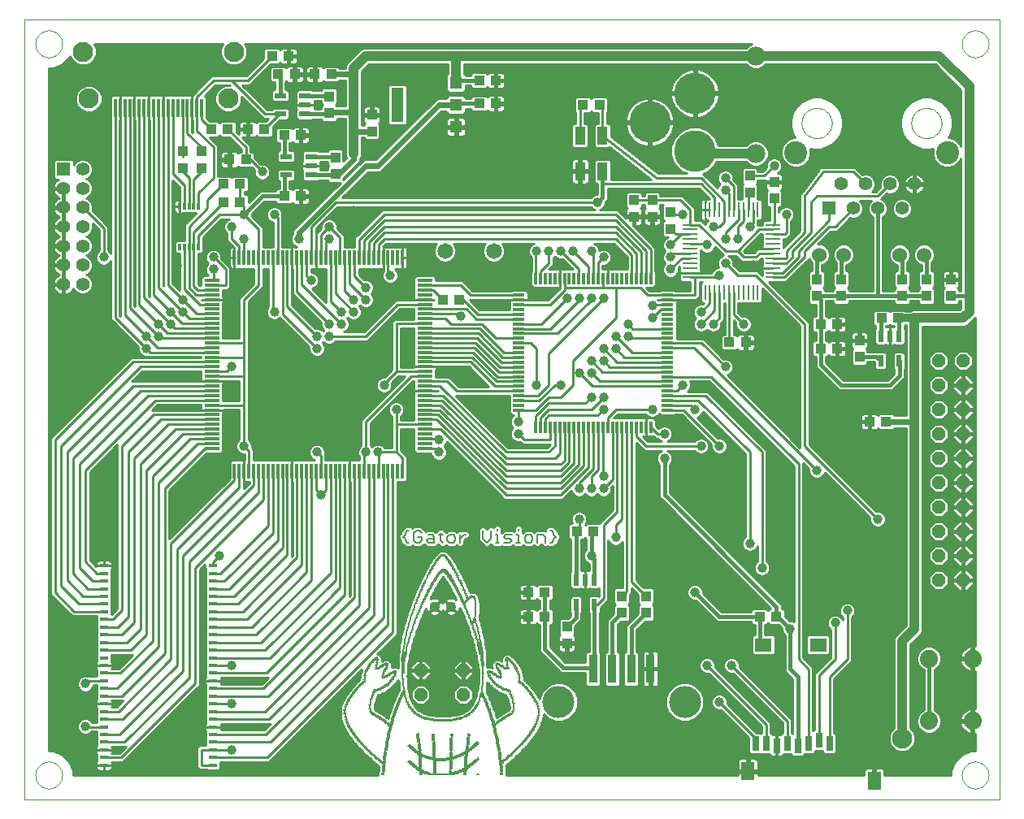
<source format=gtl>
G75*
G70*
%OFA0B0*%
%FSLAX24Y24*%
%IPPOS*%
%LPD*%
%AMOC8*
5,1,8,0,0,1.08239X$1,22.5*
%
%ADD10C,0.0000*%
%ADD11C,0.0080*%
%ADD12R,0.0554X0.0554*%
%ADD13C,0.0554*%
%ADD14C,0.0602*%
%ADD15C,0.0945*%
%ADD16R,0.0709X0.0551*%
%ADD17R,0.0551X0.0748*%
%ADD18R,0.0315X0.0591*%
%ADD19C,0.1700*%
%ADD20C,0.0740*%
%ADD21R,0.0098X0.0591*%
%ADD22R,0.0591X0.0098*%
%ADD23OC8,0.0560*%
%ADD24R,0.0118X0.0630*%
%ADD25R,0.0630X0.0118*%
%ADD26R,0.0217X0.0472*%
%ADD27R,0.0394X0.0433*%
%ADD28R,0.0433X0.0394*%
%ADD29C,0.0780*%
%ADD30R,0.0472X0.0217*%
%ADD31R,0.0512X0.0512*%
%ADD32R,0.0512X0.1417*%
%ADD33R,0.0472X0.0118*%
%ADD34R,0.0118X0.0472*%
%ADD35R,0.0118X0.0748*%
%ADD36C,0.0827*%
%ADD37R,0.0354X0.0157*%
%ADD38C,0.0650*%
%ADD39R,0.0433X0.0748*%
%ADD40R,0.0560X0.0560*%
%ADD41C,0.0560*%
%ADD42C,0.1310*%
%ADD43R,0.0354X0.1181*%
%ADD44R,0.0118X0.0276*%
%ADD45OC8,0.0520*%
%ADD46R,0.0120X0.0024*%
%ADD47R,0.1128X0.0024*%
%ADD48R,0.0144X0.0024*%
%ADD49R,0.0120X0.0024*%
%ADD50R,0.1272X0.0024*%
%ADD51R,0.0096X0.0024*%
%ADD52R,0.0480X0.0024*%
%ADD53R,0.0048X0.0024*%
%ADD54R,0.0432X0.0024*%
%ADD55R,0.0096X0.0024*%
%ADD56R,0.0384X0.0024*%
%ADD57R,0.0504X0.0024*%
%ADD58R,0.0312X0.0024*%
%ADD59R,0.0096X0.0024*%
%ADD60R,0.0288X0.0024*%
%ADD61R,0.0408X0.0024*%
%ADD62R,0.0240X0.0024*%
%ADD63R,0.0312X0.0024*%
%ADD64R,0.0264X0.0024*%
%ADD65R,0.0264X0.0024*%
%ADD66R,0.0240X0.0024*%
%ADD67R,0.0288X0.0024*%
%ADD68R,0.0336X0.0024*%
%ADD69R,0.0216X0.0024*%
%ADD70R,0.0192X0.0024*%
%ADD71R,0.0192X0.0024*%
%ADD72R,0.0312X0.0024*%
%ADD73R,0.0168X0.0024*%
%ADD74R,0.0192X0.0024*%
%ADD75R,0.0168X0.0024*%
%ADD76R,0.0144X0.0024*%
%ADD77R,0.0192X0.0024*%
%ADD78R,0.0168X0.0024*%
%ADD79R,0.0264X0.0024*%
%ADD80R,0.0144X0.0024*%
%ADD81R,0.0072X0.0024*%
%ADD82R,0.0528X0.0024*%
%ADD83R,0.0816X0.0024*%
%ADD84R,0.0936X0.0024*%
%ADD85R,0.1080X0.0024*%
%ADD86R,0.1248X0.0024*%
%ADD87R,0.0360X0.0024*%
%ADD88R,0.0408X0.0024*%
%ADD89R,0.0456X0.0024*%
%ADD90R,0.0384X0.0024*%
%ADD91R,0.0312X0.0024*%
%ADD92R,0.0384X0.0024*%
%ADD93R,0.0216X0.0024*%
%ADD94R,0.0336X0.0024*%
%ADD95R,0.0216X0.0024*%
%ADD96R,0.0168X0.0024*%
%ADD97R,0.0024X0.0024*%
%ADD98R,0.0096X0.0024*%
%ADD99R,0.0816X0.0024*%
%ADD100R,0.1128X0.0024*%
%ADD101R,0.1344X0.0024*%
%ADD102R,0.1536X0.0024*%
%ADD103R,0.0456X0.0024*%
%ADD104R,0.0432X0.0024*%
%ADD105R,0.0360X0.0024*%
%ADD106R,0.0144X0.0024*%
%ADD107R,0.0264X0.0024*%
%ADD108R,0.0048X0.0024*%
%ADD109R,0.0024X0.0024*%
%ADD110C,0.0436*%
%ADD111C,0.0100*%
%ADD112C,0.0396*%
%ADD113C,0.0160*%
%ADD114C,0.0120*%
%ADD115C,0.0400*%
%ADD116C,0.0320*%
%ADD117C,0.0240*%
D10*
X000100Y001790D02*
X040100Y001790D01*
X040100Y033790D01*
X000100Y033790D01*
X000100Y001790D01*
X000549Y002790D02*
X000551Y002837D01*
X000557Y002883D01*
X000567Y002929D01*
X000580Y002974D01*
X000598Y003017D01*
X000619Y003059D01*
X000643Y003099D01*
X000671Y003136D01*
X000702Y003171D01*
X000736Y003204D01*
X000772Y003233D01*
X000811Y003259D01*
X000852Y003282D01*
X000895Y003301D01*
X000939Y003317D01*
X000984Y003329D01*
X001030Y003337D01*
X001077Y003341D01*
X001123Y003341D01*
X001170Y003337D01*
X001216Y003329D01*
X001261Y003317D01*
X001305Y003301D01*
X001348Y003282D01*
X001389Y003259D01*
X001428Y003233D01*
X001464Y003204D01*
X001498Y003171D01*
X001529Y003136D01*
X001557Y003099D01*
X001581Y003059D01*
X001602Y003017D01*
X001620Y002974D01*
X001633Y002929D01*
X001643Y002883D01*
X001649Y002837D01*
X001651Y002790D01*
X001649Y002743D01*
X001643Y002697D01*
X001633Y002651D01*
X001620Y002606D01*
X001602Y002563D01*
X001581Y002521D01*
X001557Y002481D01*
X001529Y002444D01*
X001498Y002409D01*
X001464Y002376D01*
X001428Y002347D01*
X001389Y002321D01*
X001348Y002298D01*
X001305Y002279D01*
X001261Y002263D01*
X001216Y002251D01*
X001170Y002243D01*
X001123Y002239D01*
X001077Y002239D01*
X001030Y002243D01*
X000984Y002251D01*
X000939Y002263D01*
X000895Y002279D01*
X000852Y002298D01*
X000811Y002321D01*
X000772Y002347D01*
X000736Y002376D01*
X000702Y002409D01*
X000671Y002444D01*
X000643Y002481D01*
X000619Y002521D01*
X000598Y002563D01*
X000580Y002606D01*
X000567Y002651D01*
X000557Y002697D01*
X000551Y002743D01*
X000549Y002790D01*
X031980Y029540D02*
X031982Y029589D01*
X031988Y029638D01*
X031998Y029687D01*
X032011Y029734D01*
X032028Y029780D01*
X032049Y029825D01*
X032074Y029868D01*
X032101Y029908D01*
X032132Y029947D01*
X032166Y029983D01*
X032203Y030016D01*
X032242Y030046D01*
X032283Y030073D01*
X032326Y030096D01*
X032371Y030116D01*
X032418Y030133D01*
X032465Y030145D01*
X032514Y030154D01*
X032563Y030159D01*
X032612Y030160D01*
X032662Y030157D01*
X032710Y030150D01*
X032758Y030139D01*
X032806Y030125D01*
X032851Y030107D01*
X032896Y030085D01*
X032938Y030060D01*
X032978Y030031D01*
X033016Y030000D01*
X033051Y029965D01*
X033084Y029928D01*
X033113Y029888D01*
X033139Y029846D01*
X033162Y029803D01*
X033181Y029757D01*
X033196Y029710D01*
X033208Y029662D01*
X033216Y029614D01*
X033220Y029565D01*
X033220Y029515D01*
X033216Y029466D01*
X033208Y029418D01*
X033196Y029370D01*
X033181Y029323D01*
X033162Y029277D01*
X033139Y029234D01*
X033113Y029192D01*
X033084Y029152D01*
X033051Y029115D01*
X033016Y029080D01*
X032978Y029049D01*
X032938Y029020D01*
X032896Y028995D01*
X032851Y028973D01*
X032806Y028955D01*
X032758Y028941D01*
X032710Y028930D01*
X032662Y028923D01*
X032612Y028920D01*
X032563Y028921D01*
X032514Y028926D01*
X032465Y028935D01*
X032418Y028947D01*
X032371Y028964D01*
X032326Y028984D01*
X032283Y029007D01*
X032242Y029034D01*
X032203Y029064D01*
X032166Y029097D01*
X032132Y029133D01*
X032101Y029172D01*
X032074Y029212D01*
X032049Y029255D01*
X032028Y029300D01*
X032011Y029346D01*
X031998Y029393D01*
X031988Y029442D01*
X031982Y029491D01*
X031980Y029540D01*
X036480Y029540D02*
X036482Y029589D01*
X036488Y029638D01*
X036498Y029687D01*
X036511Y029734D01*
X036528Y029780D01*
X036549Y029825D01*
X036574Y029868D01*
X036601Y029908D01*
X036632Y029947D01*
X036666Y029983D01*
X036703Y030016D01*
X036742Y030046D01*
X036783Y030073D01*
X036826Y030096D01*
X036871Y030116D01*
X036918Y030133D01*
X036965Y030145D01*
X037014Y030154D01*
X037063Y030159D01*
X037112Y030160D01*
X037162Y030157D01*
X037210Y030150D01*
X037258Y030139D01*
X037306Y030125D01*
X037351Y030107D01*
X037396Y030085D01*
X037438Y030060D01*
X037478Y030031D01*
X037516Y030000D01*
X037551Y029965D01*
X037584Y029928D01*
X037613Y029888D01*
X037639Y029846D01*
X037662Y029803D01*
X037681Y029757D01*
X037696Y029710D01*
X037708Y029662D01*
X037716Y029614D01*
X037720Y029565D01*
X037720Y029515D01*
X037716Y029466D01*
X037708Y029418D01*
X037696Y029370D01*
X037681Y029323D01*
X037662Y029277D01*
X037639Y029234D01*
X037613Y029192D01*
X037584Y029152D01*
X037551Y029115D01*
X037516Y029080D01*
X037478Y029049D01*
X037438Y029020D01*
X037396Y028995D01*
X037351Y028973D01*
X037306Y028955D01*
X037258Y028941D01*
X037210Y028930D01*
X037162Y028923D01*
X037112Y028920D01*
X037063Y028921D01*
X037014Y028926D01*
X036965Y028935D01*
X036918Y028947D01*
X036871Y028964D01*
X036826Y028984D01*
X036783Y029007D01*
X036742Y029034D01*
X036703Y029064D01*
X036666Y029097D01*
X036632Y029133D01*
X036601Y029172D01*
X036574Y029212D01*
X036549Y029255D01*
X036528Y029300D01*
X036511Y029346D01*
X036498Y029393D01*
X036488Y029442D01*
X036482Y029491D01*
X036480Y029540D01*
X038549Y032790D02*
X038551Y032837D01*
X038557Y032883D01*
X038567Y032929D01*
X038580Y032974D01*
X038598Y033017D01*
X038619Y033059D01*
X038643Y033099D01*
X038671Y033136D01*
X038702Y033171D01*
X038736Y033204D01*
X038772Y033233D01*
X038811Y033259D01*
X038852Y033282D01*
X038895Y033301D01*
X038939Y033317D01*
X038984Y033329D01*
X039030Y033337D01*
X039077Y033341D01*
X039123Y033341D01*
X039170Y033337D01*
X039216Y033329D01*
X039261Y033317D01*
X039305Y033301D01*
X039348Y033282D01*
X039389Y033259D01*
X039428Y033233D01*
X039464Y033204D01*
X039498Y033171D01*
X039529Y033136D01*
X039557Y033099D01*
X039581Y033059D01*
X039602Y033017D01*
X039620Y032974D01*
X039633Y032929D01*
X039643Y032883D01*
X039649Y032837D01*
X039651Y032790D01*
X039649Y032743D01*
X039643Y032697D01*
X039633Y032651D01*
X039620Y032606D01*
X039602Y032563D01*
X039581Y032521D01*
X039557Y032481D01*
X039529Y032444D01*
X039498Y032409D01*
X039464Y032376D01*
X039428Y032347D01*
X039389Y032321D01*
X039348Y032298D01*
X039305Y032279D01*
X039261Y032263D01*
X039216Y032251D01*
X039170Y032243D01*
X039123Y032239D01*
X039077Y032239D01*
X039030Y032243D01*
X038984Y032251D01*
X038939Y032263D01*
X038895Y032279D01*
X038852Y032298D01*
X038811Y032321D01*
X038772Y032347D01*
X038736Y032376D01*
X038702Y032409D01*
X038671Y032444D01*
X038643Y032481D01*
X038619Y032521D01*
X038598Y032563D01*
X038580Y032606D01*
X038567Y032651D01*
X038557Y032697D01*
X038551Y032743D01*
X038549Y032790D01*
X038549Y002790D02*
X038551Y002837D01*
X038557Y002883D01*
X038567Y002929D01*
X038580Y002974D01*
X038598Y003017D01*
X038619Y003059D01*
X038643Y003099D01*
X038671Y003136D01*
X038702Y003171D01*
X038736Y003204D01*
X038772Y003233D01*
X038811Y003259D01*
X038852Y003282D01*
X038895Y003301D01*
X038939Y003317D01*
X038984Y003329D01*
X039030Y003337D01*
X039077Y003341D01*
X039123Y003341D01*
X039170Y003337D01*
X039216Y003329D01*
X039261Y003317D01*
X039305Y003301D01*
X039348Y003282D01*
X039389Y003259D01*
X039428Y003233D01*
X039464Y003204D01*
X039498Y003171D01*
X039529Y003136D01*
X039557Y003099D01*
X039581Y003059D01*
X039602Y003017D01*
X039620Y002974D01*
X039633Y002929D01*
X039643Y002883D01*
X039649Y002837D01*
X039651Y002790D01*
X039649Y002743D01*
X039643Y002697D01*
X039633Y002651D01*
X039620Y002606D01*
X039602Y002563D01*
X039581Y002521D01*
X039557Y002481D01*
X039529Y002444D01*
X039498Y002409D01*
X039464Y002376D01*
X039428Y002347D01*
X039389Y002321D01*
X039348Y002298D01*
X039305Y002279D01*
X039261Y002263D01*
X039216Y002251D01*
X039170Y002243D01*
X039123Y002239D01*
X039077Y002239D01*
X039030Y002243D01*
X038984Y002251D01*
X038939Y002263D01*
X038895Y002279D01*
X038852Y002298D01*
X038811Y002321D01*
X038772Y002347D01*
X038736Y002376D01*
X038702Y002409D01*
X038671Y002444D01*
X038643Y002481D01*
X038619Y002521D01*
X038598Y002563D01*
X038580Y002606D01*
X038567Y002651D01*
X038557Y002697D01*
X038551Y002743D01*
X038549Y002790D01*
X000549Y032790D02*
X000551Y032837D01*
X000557Y032883D01*
X000567Y032929D01*
X000580Y032974D01*
X000598Y033017D01*
X000619Y033059D01*
X000643Y033099D01*
X000671Y033136D01*
X000702Y033171D01*
X000736Y033204D01*
X000772Y033233D01*
X000811Y033259D01*
X000852Y033282D01*
X000895Y033301D01*
X000939Y033317D01*
X000984Y033329D01*
X001030Y033337D01*
X001077Y033341D01*
X001123Y033341D01*
X001170Y033337D01*
X001216Y033329D01*
X001261Y033317D01*
X001305Y033301D01*
X001348Y033282D01*
X001389Y033259D01*
X001428Y033233D01*
X001464Y033204D01*
X001498Y033171D01*
X001529Y033136D01*
X001557Y033099D01*
X001581Y033059D01*
X001602Y033017D01*
X001620Y032974D01*
X001633Y032929D01*
X001643Y032883D01*
X001649Y032837D01*
X001651Y032790D01*
X001649Y032743D01*
X001643Y032697D01*
X001633Y032651D01*
X001620Y032606D01*
X001602Y032563D01*
X001581Y032521D01*
X001557Y032481D01*
X001529Y032444D01*
X001498Y032409D01*
X001464Y032376D01*
X001428Y032347D01*
X001389Y032321D01*
X001348Y032298D01*
X001305Y032279D01*
X001261Y032263D01*
X001216Y032251D01*
X001170Y032243D01*
X001123Y032239D01*
X001077Y032239D01*
X001030Y032243D01*
X000984Y032251D01*
X000939Y032263D01*
X000895Y032279D01*
X000852Y032298D01*
X000811Y032321D01*
X000772Y032347D01*
X000736Y032376D01*
X000702Y032409D01*
X000671Y032444D01*
X000643Y032481D01*
X000619Y032521D01*
X000598Y032563D01*
X000580Y032606D01*
X000567Y032651D01*
X000557Y032697D01*
X000551Y032743D01*
X000549Y032790D01*
D11*
X015800Y012810D02*
X015720Y012730D01*
X015720Y012650D01*
X015640Y012570D01*
X015720Y012490D01*
X015720Y012410D01*
X015800Y012330D01*
X015880Y012330D01*
X016070Y012410D02*
X016150Y012330D01*
X016310Y012330D01*
X016390Y012410D01*
X016390Y012570D01*
X016230Y012570D01*
X016390Y012730D02*
X016310Y012810D01*
X016150Y012810D01*
X016070Y012730D01*
X016070Y012410D01*
X015880Y012810D02*
X015800Y012810D01*
X016665Y012650D02*
X016826Y012650D01*
X016906Y012570D01*
X016906Y012330D01*
X016665Y012330D01*
X016585Y012410D01*
X016665Y012490D01*
X016906Y012490D01*
X017101Y012650D02*
X017261Y012650D01*
X017181Y012730D02*
X017181Y012410D01*
X017261Y012330D01*
X017445Y012410D02*
X017525Y012330D01*
X017685Y012330D01*
X017765Y012410D01*
X017765Y012570D01*
X017685Y012650D01*
X017525Y012650D01*
X017445Y012570D01*
X017445Y012410D01*
X017960Y012490D02*
X018121Y012650D01*
X018201Y012650D01*
X017960Y012650D02*
X017960Y012330D01*
X018906Y012490D02*
X018906Y012810D01*
X019226Y012810D02*
X019226Y012490D01*
X019066Y012330D01*
X018906Y012490D01*
X019421Y012650D02*
X019501Y012650D01*
X019501Y012330D01*
X019421Y012330D02*
X019581Y012330D01*
X019765Y012330D02*
X020005Y012330D01*
X020085Y012410D01*
X020005Y012490D01*
X019845Y012490D01*
X019765Y012570D01*
X019845Y012650D01*
X020085Y012650D01*
X020281Y012650D02*
X020361Y012650D01*
X020361Y012330D01*
X020281Y012330D02*
X020441Y012330D01*
X020625Y012410D02*
X020705Y012330D01*
X020865Y012330D01*
X020945Y012410D01*
X020945Y012570D01*
X020865Y012650D01*
X020705Y012650D01*
X020625Y012570D01*
X020625Y012410D01*
X020361Y012810D02*
X020361Y012890D01*
X021140Y012650D02*
X021140Y012330D01*
X021140Y012650D02*
X021380Y012650D01*
X021460Y012570D01*
X021460Y012330D01*
X021656Y012330D02*
X021736Y012330D01*
X021816Y012410D01*
X021816Y012490D01*
X021896Y012570D01*
X021816Y012650D01*
X021816Y012730D01*
X021736Y012810D01*
X021656Y012810D01*
X019501Y012810D02*
X019501Y012890D01*
D12*
X033100Y026040D03*
D13*
X034100Y026040D03*
X035100Y026040D03*
X036100Y026040D03*
X035600Y027040D03*
X036600Y027040D03*
X034600Y027040D03*
X033600Y027040D03*
D14*
X033698Y024138D03*
X032698Y024138D03*
X036002Y024138D03*
X037002Y024138D03*
D15*
X037960Y028339D03*
X031740Y028339D03*
D16*
X032651Y008132D03*
X030407Y008132D03*
D17*
X029777Y002955D03*
X034954Y002561D03*
D18*
X033120Y004077D03*
X032687Y004234D03*
X032254Y004077D03*
X031820Y003998D03*
X031387Y004077D03*
X030954Y003998D03*
X030521Y004077D03*
X030088Y004077D03*
D19*
X027600Y028396D03*
X025750Y029577D03*
X027600Y030758D03*
D20*
X037210Y007570D03*
X038990Y007570D03*
X038990Y005010D03*
X037210Y005010D03*
D21*
X030183Y022597D03*
X029986Y022597D03*
X029789Y022597D03*
X029592Y022597D03*
X029395Y022597D03*
X029198Y022597D03*
X029002Y022597D03*
X028805Y022597D03*
X028608Y022597D03*
X028411Y022597D03*
X028214Y022597D03*
X028017Y022597D03*
X028017Y025983D03*
X028214Y025983D03*
X028411Y025983D03*
X028608Y025983D03*
X028805Y025983D03*
X029002Y025983D03*
X029198Y025983D03*
X029395Y025983D03*
X029592Y025983D03*
X029789Y025983D03*
X029986Y025983D03*
X030183Y025983D03*
D22*
X030793Y025372D03*
X030793Y025175D03*
X030793Y024979D03*
X030793Y024782D03*
X030793Y024585D03*
X030793Y024388D03*
X030793Y024191D03*
X030793Y023994D03*
X030793Y023797D03*
X030793Y023601D03*
X030793Y023404D03*
X030793Y023207D03*
X027407Y023207D03*
X027407Y023404D03*
X027407Y023601D03*
X027407Y023797D03*
X027407Y023994D03*
X027407Y024191D03*
X027407Y024388D03*
X027407Y024585D03*
X027407Y024782D03*
X027407Y024979D03*
X027407Y025175D03*
X027407Y025372D03*
D23*
X037600Y019790D03*
X038600Y019790D03*
X038600Y018790D03*
X037600Y018790D03*
X037600Y017790D03*
X038600Y017790D03*
X038600Y016790D03*
X037600Y016790D03*
X037600Y015790D03*
X038600Y015790D03*
X038600Y014790D03*
X037600Y014790D03*
X037600Y013790D03*
X038600Y013790D03*
X038600Y012790D03*
X037600Y012790D03*
X037600Y011790D03*
X038600Y011790D03*
X038600Y010790D03*
X037600Y010790D03*
D24*
X015606Y015273D03*
X015409Y015273D03*
X015212Y015273D03*
X015015Y015273D03*
X014818Y015273D03*
X014621Y015273D03*
X014424Y015273D03*
X014228Y015273D03*
X014031Y015273D03*
X013834Y015273D03*
X013637Y015273D03*
X013440Y015273D03*
X013243Y015273D03*
X013046Y015273D03*
X012850Y015273D03*
X012653Y015273D03*
X012456Y015273D03*
X012259Y015273D03*
X012062Y015273D03*
X011865Y015273D03*
X011669Y015273D03*
X011472Y015273D03*
X011275Y015273D03*
X011078Y015273D03*
X010881Y015273D03*
X010684Y015273D03*
X010487Y015273D03*
X010291Y015273D03*
X010094Y015273D03*
X009897Y015273D03*
X009700Y015273D03*
X009503Y015273D03*
X009306Y015273D03*
X009109Y015273D03*
X008913Y015273D03*
X008716Y015273D03*
X008716Y024013D03*
X008913Y024013D03*
X009109Y024013D03*
X009306Y024013D03*
X009503Y024013D03*
X009700Y024013D03*
X009897Y024013D03*
X010094Y024013D03*
X010291Y024013D03*
X010487Y024013D03*
X010684Y024013D03*
X010881Y024013D03*
X011078Y024013D03*
X011275Y024013D03*
X011472Y024013D03*
X011669Y024013D03*
X011865Y024013D03*
X012062Y024013D03*
X012259Y024013D03*
X012456Y024013D03*
X012653Y024013D03*
X012850Y024013D03*
X013046Y024013D03*
X013243Y024013D03*
X013440Y024013D03*
X013637Y024013D03*
X013834Y024013D03*
X014031Y024013D03*
X014228Y024013D03*
X014424Y024013D03*
X014621Y024013D03*
X014818Y024013D03*
X015015Y024013D03*
X015212Y024013D03*
X015409Y024013D03*
X015606Y024013D03*
D25*
X016531Y023088D03*
X016531Y022891D03*
X016531Y022694D03*
X016531Y022497D03*
X016531Y022301D03*
X016531Y022104D03*
X016531Y021907D03*
X016531Y021710D03*
X016531Y021513D03*
X016531Y021316D03*
X016531Y021120D03*
X016531Y020923D03*
X016531Y020726D03*
X016531Y020529D03*
X016531Y020332D03*
X016531Y020135D03*
X016531Y019938D03*
X016531Y019742D03*
X016531Y019545D03*
X016531Y019348D03*
X016531Y019151D03*
X016531Y018954D03*
X016531Y018757D03*
X016531Y018560D03*
X016531Y018364D03*
X016531Y018167D03*
X016531Y017970D03*
X016531Y017773D03*
X016531Y017576D03*
X016531Y017379D03*
X016531Y017183D03*
X016531Y016986D03*
X016531Y016789D03*
X016531Y016592D03*
X016531Y016395D03*
X016531Y016198D03*
X007791Y016198D03*
X007791Y016395D03*
X007791Y016592D03*
X007791Y016789D03*
X007791Y016986D03*
X007791Y017183D03*
X007791Y017379D03*
X007791Y017576D03*
X007791Y017773D03*
X007791Y017970D03*
X007791Y018167D03*
X007791Y018364D03*
X007791Y018560D03*
X007791Y018757D03*
X007791Y018954D03*
X007791Y019151D03*
X007791Y019348D03*
X007791Y019545D03*
X007791Y019742D03*
X007791Y019938D03*
X007791Y020135D03*
X007791Y020332D03*
X007791Y020529D03*
X007791Y020726D03*
X007791Y020923D03*
X007791Y021120D03*
X007791Y021316D03*
X007791Y021513D03*
X007791Y021710D03*
X007791Y021907D03*
X007791Y022104D03*
X007791Y022301D03*
X007791Y022497D03*
X007791Y022694D03*
X007791Y022891D03*
X007791Y023088D03*
D26*
X022726Y010801D03*
X023100Y010801D03*
X023474Y010801D03*
X023474Y009778D03*
X022726Y009778D03*
X035226Y019778D03*
X035974Y019778D03*
X035974Y020801D03*
X035600Y020801D03*
X035226Y020801D03*
D27*
X034350Y020624D03*
X034350Y019955D03*
X033600Y022455D03*
X033600Y023124D03*
X032600Y023124D03*
X032600Y022455D03*
X036100Y022455D03*
X036100Y023124D03*
X037100Y023124D03*
X037100Y022455D03*
X038100Y022455D03*
X038100Y023124D03*
X030850Y026455D03*
X030850Y027124D03*
X029850Y027374D03*
X029850Y026705D03*
X026600Y025874D03*
X025850Y025705D03*
X026600Y025205D03*
X025850Y026374D03*
X025100Y026374D03*
X025100Y025705D03*
X014350Y029205D03*
X014350Y029874D03*
X012600Y029955D03*
X012600Y030624D03*
X012850Y028124D03*
X012850Y027455D03*
X007350Y027705D03*
X007350Y028374D03*
X006600Y028374D03*
X006600Y027705D03*
X024600Y010124D03*
X024600Y009455D03*
X025600Y009455D03*
X025600Y010124D03*
X022350Y008874D03*
X022350Y008205D03*
D28*
X021435Y009290D03*
X020765Y009290D03*
X020765Y010290D03*
X021435Y010290D03*
X022765Y012790D03*
X023435Y012790D03*
X030265Y009290D03*
X030935Y009290D03*
X034765Y017290D03*
X035435Y017290D03*
X033435Y020290D03*
X032765Y020290D03*
X032765Y021290D03*
X033435Y021290D03*
X035265Y021540D03*
X035935Y021540D03*
X029685Y020540D03*
X029015Y020540D03*
X017935Y022290D03*
X017265Y022290D03*
X011435Y026540D03*
X010765Y026540D03*
X008935Y026290D03*
X008265Y026290D03*
X008265Y027040D03*
X008935Y027040D03*
X009185Y028040D03*
X008515Y028040D03*
X008435Y029290D03*
X007765Y029290D03*
X009265Y029290D03*
X009935Y029290D03*
X010765Y029040D03*
X011435Y029040D03*
X011185Y031540D03*
X010515Y031540D03*
X010265Y032290D03*
X010935Y032290D03*
X012015Y031540D03*
X012685Y031540D03*
X018765Y031290D03*
X019435Y031290D03*
X019435Y030340D03*
X018765Y030340D03*
X023015Y030290D03*
X023685Y030290D03*
D29*
X030100Y032290D03*
X030100Y028290D03*
D30*
X011862Y028164D03*
X011862Y027790D03*
X011862Y027416D03*
X010838Y027416D03*
X010838Y028164D03*
X010588Y029916D03*
X010588Y030664D03*
X011612Y030664D03*
X011612Y030290D03*
X011612Y029916D03*
D31*
X017801Y030290D03*
X017801Y031195D03*
X017801Y029384D03*
D32*
X015399Y030290D03*
D33*
X020380Y022483D03*
X020380Y022286D03*
X020380Y022090D03*
X020380Y021893D03*
X020380Y021696D03*
X020380Y021499D03*
X020380Y021302D03*
X020380Y021105D03*
X020380Y020908D03*
X020380Y020712D03*
X020380Y020515D03*
X020380Y020318D03*
X020380Y020121D03*
X020380Y019924D03*
X020380Y019727D03*
X020380Y019531D03*
X020380Y019334D03*
X020380Y019137D03*
X020380Y018940D03*
X020380Y018743D03*
X020380Y018546D03*
X020380Y018349D03*
X020380Y018153D03*
X020380Y017956D03*
X020380Y017759D03*
X026483Y017759D03*
X026483Y017956D03*
X026483Y018153D03*
X026483Y018349D03*
X026483Y018546D03*
X026483Y018743D03*
X026483Y018940D03*
X026483Y019137D03*
X026483Y019334D03*
X026483Y019531D03*
X026483Y019727D03*
X026483Y019924D03*
X026483Y020121D03*
X026483Y020318D03*
X026483Y020515D03*
X026483Y020712D03*
X026483Y020908D03*
X026483Y021105D03*
X026483Y021302D03*
X026483Y021499D03*
X026483Y021696D03*
X026483Y021893D03*
X026483Y022090D03*
X026483Y022286D03*
X026483Y022483D03*
D34*
X025794Y023172D03*
X025597Y023172D03*
X025400Y023172D03*
X025203Y023172D03*
X025006Y023172D03*
X024809Y023172D03*
X024613Y023172D03*
X024416Y023172D03*
X024219Y023172D03*
X024022Y023172D03*
X023825Y023172D03*
X023628Y023172D03*
X023431Y023172D03*
X023235Y023172D03*
X023038Y023172D03*
X022841Y023172D03*
X022644Y023172D03*
X022447Y023172D03*
X022250Y023172D03*
X022054Y023172D03*
X021857Y023172D03*
X021660Y023172D03*
X021463Y023172D03*
X021266Y023172D03*
X021069Y023172D03*
X021069Y017070D03*
X021266Y017070D03*
X021463Y017070D03*
X021660Y017070D03*
X021857Y017070D03*
X022054Y017070D03*
X022250Y017070D03*
X022447Y017070D03*
X022644Y017070D03*
X022841Y017070D03*
X023038Y017070D03*
X023235Y017070D03*
X023431Y017070D03*
X023628Y017070D03*
X023825Y017070D03*
X024022Y017070D03*
X024219Y017070D03*
X024416Y017070D03*
X024613Y017070D03*
X024809Y017070D03*
X025006Y017070D03*
X025203Y017070D03*
X025400Y017070D03*
X025597Y017070D03*
X025794Y017070D03*
D35*
X007372Y030166D03*
X007175Y030166D03*
X006978Y030166D03*
X006781Y030166D03*
X006584Y030166D03*
X006387Y030166D03*
X006191Y030166D03*
X005994Y030166D03*
X005797Y030166D03*
X005600Y030166D03*
X005403Y030166D03*
X005206Y030166D03*
X005009Y030166D03*
X004813Y030166D03*
X004616Y030166D03*
X004419Y030166D03*
X004222Y030166D03*
X004025Y030166D03*
X003828Y030166D03*
D36*
X002746Y030540D03*
X002509Y032469D03*
X008454Y030540D03*
X008691Y032469D03*
X036100Y004290D03*
D37*
X007836Y004140D03*
X007836Y004455D03*
X007836Y004770D03*
X007836Y005085D03*
X007836Y005400D03*
X007836Y005715D03*
X007836Y006030D03*
X007836Y006345D03*
X007836Y006660D03*
X007836Y006975D03*
X007836Y007290D03*
X007836Y007605D03*
X007836Y007920D03*
X007836Y008234D03*
X007836Y008549D03*
X007836Y008864D03*
X007836Y009179D03*
X007836Y009494D03*
X007836Y009809D03*
X007836Y010124D03*
X007836Y010439D03*
X007836Y010754D03*
X007836Y011069D03*
X007836Y011384D03*
X003364Y011384D03*
X003364Y011069D03*
X003364Y010754D03*
X003364Y010439D03*
X003364Y010124D03*
X003364Y009809D03*
X003364Y009494D03*
X003364Y009179D03*
X003364Y008864D03*
X003364Y008549D03*
X003364Y008234D03*
X003364Y007920D03*
X003364Y007605D03*
X003364Y007290D03*
X003364Y006975D03*
X003364Y006660D03*
X003364Y006345D03*
X003364Y006030D03*
X003364Y005715D03*
X003364Y005400D03*
X003364Y005085D03*
X003364Y004770D03*
X003364Y004455D03*
X003364Y004140D03*
X003364Y003825D03*
X003364Y003510D03*
X003364Y003195D03*
X007836Y003195D03*
X007836Y003510D03*
X007836Y003825D03*
D38*
X017350Y024290D03*
X019350Y024290D03*
D39*
X022897Y027561D03*
X023803Y027561D03*
X023803Y029018D03*
X022897Y029018D03*
D40*
X001706Y027652D03*
D41*
X001706Y026864D03*
X001706Y026077D03*
X002494Y026077D03*
X002494Y026864D03*
X002494Y027652D03*
X002494Y025290D03*
X001706Y025290D03*
X001706Y024502D03*
X001706Y023715D03*
X002494Y023715D03*
X002494Y024502D03*
X002494Y022927D03*
X001706Y022927D03*
D42*
X022015Y005790D03*
X027185Y005790D03*
D43*
X025781Y007148D03*
X024994Y007148D03*
X024206Y007148D03*
X023419Y007148D03*
D44*
X007244Y024463D03*
X007047Y024463D03*
X006850Y024463D03*
X006653Y024463D03*
X006456Y024463D03*
X006456Y026116D03*
X006653Y026116D03*
X006850Y026116D03*
X007047Y026116D03*
X007244Y026116D03*
D45*
X016350Y007090D03*
X016350Y006090D03*
X018100Y006090D03*
X018100Y007090D03*
D46*
X018888Y007350D03*
X019152Y006870D03*
X019224Y006750D03*
X019320Y006630D03*
X019608Y006750D03*
X019608Y006990D03*
X019536Y007110D03*
X019872Y007470D03*
X020136Y007350D03*
X020232Y007230D03*
X020400Y006630D03*
X020760Y006270D03*
X020856Y006150D03*
X020928Y006030D03*
X021000Y005910D03*
X021072Y005790D03*
X021144Y005670D03*
X021000Y004710D03*
X020928Y004590D03*
X020832Y004470D03*
X020760Y004350D03*
X019512Y004110D03*
X019488Y004230D03*
X019464Y004350D03*
X019440Y004470D03*
X019416Y004590D03*
X019320Y004950D03*
X019272Y005070D03*
X019248Y005190D03*
X019200Y005310D03*
X019152Y005430D03*
X018600Y005550D03*
X018864Y006150D03*
X020112Y005910D03*
X018336Y004470D03*
X018312Y004230D03*
X018288Y004110D03*
X018264Y003870D03*
X018216Y003510D03*
X018216Y003390D03*
X018168Y002910D03*
X018168Y002790D03*
X017568Y002910D03*
X017592Y003030D03*
X017592Y003150D03*
X017592Y003270D03*
X017592Y003630D03*
X017616Y003870D03*
X017616Y003990D03*
X017616Y004110D03*
X017616Y004230D03*
X017640Y004470D03*
X016872Y004470D03*
X016872Y004350D03*
X016872Y004230D03*
X016896Y004110D03*
X016896Y003990D03*
X016896Y003870D03*
X016896Y003750D03*
X016896Y003630D03*
X016896Y003510D03*
X016920Y003270D03*
X016920Y003150D03*
X016920Y003030D03*
X016920Y002910D03*
X016368Y002790D03*
X016344Y003150D03*
X016344Y003270D03*
X016344Y003390D03*
X016344Y003510D03*
X016296Y003870D03*
X016296Y003990D03*
X016272Y004110D03*
X016272Y004230D03*
X016248Y004350D03*
X016224Y004470D03*
X015912Y003990D03*
X015000Y004230D03*
X015024Y004350D03*
X015048Y004470D03*
X015072Y004590D03*
X015168Y004950D03*
X015216Y005070D03*
X015240Y005190D03*
X015288Y005310D03*
X015336Y005430D03*
X015792Y005790D03*
X015912Y005550D03*
X015576Y006030D03*
X015120Y006630D03*
X015216Y006750D03*
X015288Y006870D03*
X015624Y006990D03*
X015624Y007110D03*
X015624Y007230D03*
X014904Y007110D03*
X014304Y007350D03*
X014232Y007230D03*
X014160Y007110D03*
X014064Y006870D03*
X014040Y006630D03*
X013800Y006390D03*
X013512Y006030D03*
X013440Y005910D03*
X013368Y005790D03*
X013248Y005430D03*
X013248Y005310D03*
X013392Y004830D03*
X013512Y004590D03*
X013608Y004470D03*
X013896Y004110D03*
X014928Y003870D03*
X014952Y003990D03*
X014976Y004110D03*
X014904Y003630D03*
X014880Y003510D03*
X014832Y003150D03*
X014832Y003030D03*
X014832Y002910D03*
X014808Y002790D03*
X014280Y005670D03*
X014376Y006030D03*
X014424Y006150D03*
X014544Y007590D03*
X016104Y009030D03*
X016296Y009510D03*
X016344Y009630D03*
X016512Y009990D03*
X016560Y010110D03*
X016680Y010350D03*
X016752Y010470D03*
X016824Y010590D03*
X016896Y010710D03*
X016968Y010830D03*
X017040Y010950D03*
X016776Y011190D03*
X016848Y011310D03*
X016920Y011430D03*
X016992Y011550D03*
X017088Y011670D03*
X017424Y011670D03*
X017520Y011550D03*
X017592Y011430D03*
X017664Y011310D03*
X017736Y011190D03*
X017856Y010950D03*
X017976Y010710D03*
X018144Y010350D03*
X018192Y010230D03*
X018240Y010110D03*
X018048Y009990D03*
X017976Y010110D03*
X017928Y010230D03*
X018144Y009750D03*
X018192Y009630D03*
X018480Y008910D03*
X018600Y008550D03*
X018672Y008310D03*
X016368Y010350D03*
X016536Y010710D03*
X018672Y004110D03*
X019536Y003990D03*
X019560Y003870D03*
X019584Y003630D03*
X019608Y003510D03*
X019632Y003390D03*
X019656Y003150D03*
X019656Y003030D03*
X019680Y002790D03*
D47*
X017184Y002790D03*
D48*
X018684Y002790D03*
X019932Y003510D03*
X020076Y003630D03*
X020196Y003750D03*
X020316Y003870D03*
X020436Y003990D03*
X020556Y004110D03*
X020652Y004230D03*
X020076Y005310D03*
X019524Y004950D03*
X019116Y005550D03*
X019068Y005670D03*
X018972Y005910D03*
X018516Y005430D03*
X019428Y006510D03*
X020532Y006510D03*
X020652Y006390D03*
X020028Y007470D03*
X019908Y007590D03*
X018876Y007470D03*
X018852Y007590D03*
X018564Y009150D03*
X017868Y010350D03*
X017796Y010470D03*
X017724Y010590D03*
X015636Y007350D03*
X014844Y006750D03*
X015012Y006510D03*
X015516Y005910D03*
X015468Y005790D03*
X015372Y005550D03*
X014916Y004950D03*
X013788Y004230D03*
X013692Y004350D03*
X014004Y003990D03*
X014124Y003870D03*
X014244Y003750D03*
X014508Y003510D03*
X014652Y003390D03*
X013596Y006150D03*
X013692Y006270D03*
X014412Y007470D03*
D49*
X014352Y007398D03*
X014328Y007374D03*
X014280Y007326D03*
X014280Y007302D03*
X014256Y007278D03*
X014232Y007254D03*
X014208Y007206D03*
X014184Y007158D03*
X014160Y007134D03*
X014136Y007086D03*
X014136Y007062D03*
X014112Y007014D03*
X014040Y006702D03*
X014040Y006678D03*
X013848Y006438D03*
X013824Y006414D03*
X013776Y006366D03*
X013752Y006342D03*
X013728Y006318D03*
X013680Y006246D03*
X013656Y006222D03*
X013632Y006198D03*
X013608Y006174D03*
X013584Y006126D03*
X013560Y006102D03*
X013536Y006078D03*
X013536Y006054D03*
X013488Y006006D03*
X013488Y005982D03*
X013464Y005958D03*
X013416Y005886D03*
X013416Y005862D03*
X013392Y005838D03*
X013344Y005742D03*
X013320Y005694D03*
X013296Y005646D03*
X013272Y005574D03*
X013248Y005454D03*
X013248Y005286D03*
X013272Y005142D03*
X013296Y005046D03*
X013320Y004974D03*
X013344Y004926D03*
X013368Y004878D03*
X013392Y004806D03*
X013416Y004782D03*
X013416Y004758D03*
X013440Y004734D03*
X013464Y004686D03*
X013488Y004662D03*
X013488Y004638D03*
X013512Y004614D03*
X013536Y004566D03*
X013560Y004542D03*
X013560Y004518D03*
X013584Y004494D03*
X013632Y004446D03*
X013632Y004422D03*
X013656Y004398D03*
X013680Y004374D03*
X013704Y004326D03*
X013728Y004302D03*
X013752Y004278D03*
X013776Y004254D03*
X013848Y004158D03*
X013872Y004134D03*
X013920Y004086D03*
X013944Y004062D03*
X014928Y003894D03*
X014952Y003918D03*
X014952Y003942D03*
X014952Y003966D03*
X014952Y004014D03*
X014976Y004062D03*
X014976Y004086D03*
X014976Y004134D03*
X014976Y004158D03*
X015000Y004182D03*
X015000Y004206D03*
X015000Y004254D03*
X015000Y004278D03*
X015024Y004302D03*
X015024Y004326D03*
X015024Y004374D03*
X015024Y004398D03*
X015048Y004422D03*
X015048Y004446D03*
X015048Y004494D03*
X015072Y004518D03*
X015072Y004542D03*
X015072Y004566D03*
X015096Y004638D03*
X015096Y004662D03*
X015096Y004686D03*
X015120Y004734D03*
X015168Y004902D03*
X015168Y004926D03*
X015192Y004998D03*
X015192Y005022D03*
X015192Y005046D03*
X015216Y005094D03*
X015216Y005118D03*
X015240Y005142D03*
X015240Y005166D03*
X015264Y005214D03*
X015264Y005238D03*
X015264Y005262D03*
X015288Y005334D03*
X015312Y005358D03*
X015312Y005382D03*
X015312Y005406D03*
X015336Y005454D03*
X015336Y005478D03*
X015360Y005502D03*
X015360Y005526D03*
X015384Y005574D03*
X015384Y005598D03*
X015408Y005622D03*
X015408Y005646D03*
X015432Y005694D03*
X015432Y005718D03*
X015456Y005766D03*
X015480Y005814D03*
X015480Y005838D03*
X015504Y005862D03*
X015504Y005886D03*
X015528Y005934D03*
X015552Y005982D03*
X015672Y006222D03*
X015624Y006726D03*
X015624Y006966D03*
X015624Y007014D03*
X015624Y007038D03*
X015624Y007062D03*
X015624Y007086D03*
X015624Y007134D03*
X015624Y007158D03*
X015624Y007182D03*
X015624Y007206D03*
X015624Y007254D03*
X015624Y007278D03*
X015288Y007062D03*
X015312Y006918D03*
X015264Y006822D03*
X015240Y006798D03*
X015240Y006774D03*
X015192Y006726D03*
X015192Y006702D03*
X015168Y006678D03*
X015144Y006654D03*
X014808Y006894D03*
X014832Y006966D03*
X014856Y007014D03*
X014880Y007062D03*
X014904Y007086D03*
X014928Y007134D03*
X014928Y007158D03*
X014952Y007182D03*
X014976Y007254D03*
X014568Y007398D03*
X014544Y007278D03*
X014448Y006198D03*
X014400Y006102D03*
X014352Y005958D03*
X014328Y005886D03*
X014280Y005478D03*
X014304Y005382D03*
X014328Y005358D03*
X015816Y005742D03*
X015840Y005694D03*
X015864Y005646D03*
X015888Y005598D03*
X015912Y005574D03*
X015936Y005526D03*
X015960Y005502D03*
X015984Y005478D03*
X016224Y004446D03*
X016224Y004422D03*
X016248Y004398D03*
X016248Y004374D03*
X016248Y004326D03*
X016248Y004302D03*
X016248Y004278D03*
X016272Y004254D03*
X016272Y004206D03*
X016272Y004182D03*
X016272Y004158D03*
X016272Y004134D03*
X016296Y004062D03*
X016296Y004038D03*
X016296Y004014D03*
X016296Y003966D03*
X016296Y003942D03*
X016296Y003918D03*
X016296Y003894D03*
X016320Y003822D03*
X016320Y003798D03*
X016320Y003774D03*
X016344Y003486D03*
X016344Y003462D03*
X016344Y003438D03*
X016344Y003414D03*
X016344Y003366D03*
X016344Y003342D03*
X016344Y003318D03*
X016344Y003294D03*
X016344Y003246D03*
X016344Y003222D03*
X016344Y003198D03*
X016344Y003174D03*
X016344Y003126D03*
X016344Y003102D03*
X016368Y002838D03*
X016368Y002814D03*
X016920Y002862D03*
X016920Y002886D03*
X016920Y002934D03*
X016920Y002958D03*
X016920Y002982D03*
X016920Y003006D03*
X016920Y003054D03*
X016920Y003078D03*
X016920Y003102D03*
X016920Y003126D03*
X016920Y003174D03*
X016920Y003198D03*
X016920Y003222D03*
X016920Y003246D03*
X016920Y003294D03*
X016920Y003318D03*
X016920Y003342D03*
X016896Y003534D03*
X016896Y003558D03*
X016896Y003582D03*
X016896Y003606D03*
X016896Y003654D03*
X016896Y003678D03*
X016896Y003702D03*
X016896Y003726D03*
X016896Y003774D03*
X016896Y003798D03*
X016896Y003822D03*
X016896Y003846D03*
X016896Y003894D03*
X016896Y003918D03*
X016896Y003942D03*
X016896Y003966D03*
X016896Y004014D03*
X016896Y004038D03*
X016896Y004062D03*
X016896Y004086D03*
X016872Y004182D03*
X016872Y004206D03*
X016872Y004254D03*
X016872Y004278D03*
X016872Y004302D03*
X016872Y004326D03*
X016872Y004374D03*
X016872Y004398D03*
X016872Y004422D03*
X016872Y004446D03*
X017616Y004302D03*
X017616Y004278D03*
X017616Y004254D03*
X017616Y004206D03*
X017616Y004182D03*
X017616Y004158D03*
X017616Y004134D03*
X017616Y004086D03*
X017616Y004062D03*
X017616Y004038D03*
X017616Y004014D03*
X017616Y003966D03*
X017616Y003942D03*
X017616Y003918D03*
X017616Y003894D03*
X017616Y003846D03*
X017616Y003822D03*
X017616Y003798D03*
X017616Y003774D03*
X017592Y003702D03*
X017592Y003678D03*
X017592Y003654D03*
X017592Y003606D03*
X017592Y003582D03*
X017592Y003558D03*
X017592Y003366D03*
X017592Y003342D03*
X017592Y003318D03*
X017592Y003294D03*
X017592Y003246D03*
X017592Y003222D03*
X017592Y003198D03*
X017592Y003174D03*
X017592Y003126D03*
X017592Y003102D03*
X017592Y003078D03*
X017592Y003054D03*
X017568Y002934D03*
X018168Y002886D03*
X018168Y002862D03*
X018168Y002838D03*
X018168Y002814D03*
X018192Y003174D03*
X018192Y003198D03*
X018192Y003222D03*
X018192Y003246D03*
X018216Y003294D03*
X018216Y003318D03*
X018216Y003342D03*
X018216Y003366D03*
X018216Y003414D03*
X018216Y003438D03*
X018216Y003462D03*
X018216Y003486D03*
X018240Y003558D03*
X018240Y003582D03*
X018240Y003606D03*
X018264Y003894D03*
X018264Y003918D03*
X018264Y003942D03*
X018264Y003966D03*
X018288Y004014D03*
X018288Y004038D03*
X018288Y004062D03*
X018288Y004086D03*
X018288Y004134D03*
X018288Y004158D03*
X018312Y004182D03*
X018312Y004206D03*
X018312Y004254D03*
X018312Y004278D03*
X018312Y004302D03*
X018312Y004326D03*
X018336Y004374D03*
X018336Y004398D03*
X018336Y004422D03*
X018336Y004446D03*
X017640Y004446D03*
X017640Y004422D03*
X017640Y004398D03*
X017640Y004374D03*
X018528Y005454D03*
X018552Y005478D03*
X018576Y005502D03*
X018600Y005526D03*
X018624Y005574D03*
X018648Y005622D03*
X018672Y005646D03*
X018696Y005694D03*
X018984Y005862D03*
X018984Y005886D03*
X018960Y005934D03*
X018936Y005982D03*
X019008Y005838D03*
X019008Y005814D03*
X019032Y005766D03*
X019056Y005718D03*
X019056Y005694D03*
X019080Y005646D03*
X019080Y005622D03*
X019104Y005598D03*
X019104Y005574D03*
X019128Y005526D03*
X019128Y005502D03*
X019152Y005478D03*
X019152Y005454D03*
X019176Y005406D03*
X019176Y005382D03*
X019200Y005334D03*
X019224Y005262D03*
X019224Y005238D03*
X019224Y005214D03*
X019248Y005166D03*
X019248Y005142D03*
X019272Y005118D03*
X019272Y005094D03*
X019296Y005046D03*
X019296Y005022D03*
X019296Y004998D03*
X019320Y004974D03*
X019320Y004926D03*
X019368Y004806D03*
X019368Y004782D03*
X019368Y004758D03*
X019368Y004734D03*
X019392Y004686D03*
X019392Y004662D03*
X019392Y004638D03*
X019416Y004566D03*
X019416Y004542D03*
X019416Y004518D03*
X019440Y004494D03*
X019440Y004446D03*
X019440Y004422D03*
X019464Y004398D03*
X019464Y004374D03*
X019464Y004326D03*
X019464Y004302D03*
X019488Y004278D03*
X019488Y004254D03*
X019488Y004206D03*
X019488Y004182D03*
X019512Y004158D03*
X019512Y004134D03*
X019512Y004086D03*
X019512Y004062D03*
X019536Y004038D03*
X019536Y004014D03*
X019536Y003966D03*
X019536Y003942D03*
X019536Y003918D03*
X019560Y003894D03*
X019560Y003846D03*
X019560Y003822D03*
X019560Y003798D03*
X019560Y003774D03*
X019584Y003726D03*
X019584Y003702D03*
X019584Y003678D03*
X019584Y003654D03*
X019584Y003606D03*
X019608Y003582D03*
X019608Y003558D03*
X019608Y003534D03*
X019608Y003486D03*
X019608Y003462D03*
X019608Y003438D03*
X019608Y003414D03*
X019632Y003222D03*
X019632Y003198D03*
X019656Y003126D03*
X019656Y003102D03*
X019656Y003078D03*
X019656Y003054D03*
X019656Y003006D03*
X019656Y002982D03*
X019656Y002958D03*
X019656Y002934D03*
X019680Y002862D03*
X019680Y002838D03*
X019680Y002814D03*
X020568Y004134D03*
X020592Y004158D03*
X020616Y004182D03*
X020640Y004206D03*
X020688Y004278D03*
X020712Y004302D03*
X020736Y004326D03*
X020784Y004398D03*
X020808Y004422D03*
X020832Y004446D03*
X020856Y004494D03*
X020880Y004518D03*
X020880Y004542D03*
X020904Y004566D03*
X020928Y004614D03*
X020952Y004638D03*
X020976Y004662D03*
X020976Y004686D03*
X021024Y004758D03*
X021048Y004806D03*
X021072Y004854D03*
X021096Y004902D03*
X021120Y004974D03*
X021144Y005046D03*
X021168Y005118D03*
X021192Y005238D03*
X021192Y005502D03*
X021168Y005598D03*
X021144Y005646D03*
X021120Y005718D03*
X021096Y005742D03*
X021096Y005766D03*
X021072Y005814D03*
X021048Y005838D03*
X021024Y005886D03*
X021000Y005934D03*
X020976Y005958D03*
X020952Y006006D03*
X020904Y006078D03*
X020880Y006102D03*
X020856Y006126D03*
X020832Y006174D03*
X020808Y006198D03*
X020784Y006222D03*
X020736Y006294D03*
X020712Y006318D03*
X020688Y006342D03*
X020400Y006774D03*
X020376Y006894D03*
X020352Y006966D03*
X020328Y007038D03*
X020304Y007086D03*
X020280Y007134D03*
X020256Y007158D03*
X020256Y007182D03*
X020232Y007206D03*
X020208Y007254D03*
X020184Y007278D03*
X020184Y007302D03*
X020160Y007326D03*
X020112Y007374D03*
X020064Y007446D03*
X019872Y007446D03*
X019896Y007302D03*
X019560Y007086D03*
X019560Y007062D03*
X019584Y007038D03*
X019584Y007014D03*
X019608Y006966D03*
X019632Y006918D03*
X019512Y007158D03*
X019488Y007206D03*
X019152Y007062D03*
X019128Y006942D03*
X019152Y006894D03*
X019176Y006846D03*
X019176Y006822D03*
X019200Y006798D03*
X019200Y006774D03*
X019248Y006726D03*
X019272Y006678D03*
X019296Y006654D03*
X019344Y006606D03*
X019368Y006582D03*
X018912Y006942D03*
X018888Y007254D03*
X018888Y007278D03*
X018888Y007302D03*
X018888Y007326D03*
X018888Y007374D03*
X018888Y007398D03*
X018888Y007422D03*
X018648Y008406D03*
X018624Y008478D03*
X018576Y008622D03*
X018552Y008694D03*
X018528Y008766D03*
X018504Y008838D03*
X018456Y008982D03*
X018576Y009174D03*
X018360Y009222D03*
X018312Y009342D03*
X018264Y009462D03*
X018168Y009678D03*
X018168Y009702D03*
X018072Y009918D03*
X018048Y009966D03*
X018024Y010014D03*
X018024Y010038D03*
X018000Y010062D03*
X018000Y010086D03*
X017976Y010134D03*
X017952Y010158D03*
X017952Y010182D03*
X017928Y010206D03*
X017904Y010278D03*
X018120Y010398D03*
X018048Y010566D03*
X018024Y010614D03*
X018000Y010662D03*
X017952Y010758D03*
X017928Y010806D03*
X017880Y010902D03*
X017832Y010998D03*
X017808Y011046D03*
X017784Y011094D03*
X017760Y011142D03*
X017712Y011214D03*
X017688Y011262D03*
X017640Y011358D03*
X017616Y011382D03*
X017568Y011454D03*
X017568Y011478D03*
X017544Y011502D03*
X017520Y011526D03*
X017496Y011574D03*
X017472Y011598D03*
X017448Y011646D03*
X017400Y011694D03*
X017256Y011838D03*
X017112Y011694D03*
X017064Y011646D03*
X017040Y011622D03*
X017040Y011598D03*
X017016Y011574D03*
X016968Y011502D03*
X016944Y011478D03*
X016896Y011406D03*
X016896Y011382D03*
X016872Y011358D03*
X016824Y011262D03*
X016800Y011238D03*
X016752Y011142D03*
X016728Y011094D03*
X016704Y011046D03*
X016680Y010998D03*
X016968Y010854D03*
X016992Y010878D03*
X017016Y010902D03*
X017064Y010974D03*
X016944Y010806D03*
X016920Y010758D03*
X016896Y010734D03*
X016872Y010686D03*
X016848Y010662D03*
X016848Y010638D03*
X016824Y010614D03*
X016800Y010566D03*
X016800Y010542D03*
X016776Y010518D03*
X016728Y010422D03*
X016704Y010398D03*
X016704Y010374D03*
X016680Y010326D03*
X016656Y010302D03*
X016656Y010278D03*
X016632Y010254D03*
X016608Y010206D03*
X016584Y010158D03*
X016560Y010086D03*
X016536Y010038D03*
X016488Y009942D03*
X016464Y009894D03*
X016440Y009846D03*
X016416Y009798D03*
X016368Y009678D03*
X016272Y009462D03*
X016224Y009342D03*
X016176Y009222D03*
X016056Y009558D03*
X016152Y009822D03*
X016200Y009942D03*
X016248Y010062D03*
X016296Y010182D03*
X016344Y010302D03*
X016392Y010398D03*
X016440Y010518D03*
X016464Y010566D03*
X016488Y010614D03*
X016512Y010662D03*
X018552Y010038D03*
X015960Y008622D03*
X020016Y006174D03*
X020040Y006102D03*
X020064Y006054D03*
X020088Y005982D03*
X020160Y005718D03*
X020136Y005382D03*
X015912Y003342D03*
X014880Y003414D03*
X014880Y003438D03*
X014880Y003462D03*
X014880Y003486D03*
X014880Y003534D03*
X014880Y003558D03*
X014904Y003606D03*
X014904Y003654D03*
X014904Y003678D03*
X014904Y003702D03*
X014904Y003726D03*
X014928Y003774D03*
X014928Y003798D03*
X014928Y003822D03*
X014928Y003846D03*
X014856Y003366D03*
X014856Y003342D03*
X014856Y003198D03*
X014832Y003126D03*
X014832Y003102D03*
X014832Y003078D03*
X014832Y003054D03*
X014832Y003006D03*
X014832Y002982D03*
X014832Y002958D03*
X014832Y002934D03*
X014808Y002862D03*
X014808Y002838D03*
X014808Y002814D03*
D50*
X017184Y002814D03*
D51*
X017604Y003726D03*
X017628Y004326D03*
X016884Y004158D03*
X016884Y004134D03*
X016284Y004086D03*
X016308Y003846D03*
X014964Y004038D03*
X014892Y003582D03*
X014844Y003174D03*
X015084Y004614D03*
X014292Y005406D03*
X014292Y005454D03*
X014268Y005502D03*
X014268Y005526D03*
X014268Y005574D03*
X014268Y005598D03*
X014268Y005622D03*
X014268Y005646D03*
X014292Y005694D03*
X014292Y005718D03*
X014292Y005742D03*
X014292Y005766D03*
X014316Y005814D03*
X014316Y005838D03*
X014316Y005862D03*
X014364Y005982D03*
X014364Y006006D03*
X014388Y006054D03*
X014388Y006078D03*
X014412Y006126D03*
X014436Y006174D03*
X014052Y006654D03*
X014052Y006726D03*
X014052Y006774D03*
X014052Y006798D03*
X014052Y006822D03*
X014052Y006846D03*
X014076Y006894D03*
X014076Y006918D03*
X014076Y006942D03*
X014124Y007038D03*
X014196Y007182D03*
X014532Y007254D03*
X014556Y007302D03*
X014556Y007326D03*
X014556Y007374D03*
X014964Y007206D03*
X014868Y007038D03*
X014796Y006846D03*
X015276Y006846D03*
X015324Y006942D03*
X015612Y006942D03*
X015612Y006918D03*
X015612Y006894D03*
X015612Y006846D03*
X015612Y006822D03*
X015612Y006798D03*
X015612Y006774D03*
X015636Y006702D03*
X015636Y006678D03*
X015636Y006654D03*
X015636Y006606D03*
X015636Y006582D03*
X015636Y006558D03*
X015636Y006534D03*
X015636Y006486D03*
X015636Y006462D03*
X015636Y006438D03*
X015636Y006414D03*
X015708Y006006D03*
X015732Y005982D03*
X015732Y005958D03*
X015732Y005934D03*
X015756Y005886D03*
X015756Y005862D03*
X015804Y005766D03*
X015828Y005718D03*
X015876Y005622D03*
X015756Y007854D03*
X015756Y007878D03*
X015756Y007902D03*
X015756Y007926D03*
X015636Y007926D03*
X015636Y007902D03*
X015636Y007878D03*
X015636Y007854D03*
X015804Y008046D03*
X015804Y008094D03*
X015804Y008118D03*
X015828Y008142D03*
X015828Y008166D03*
X015828Y008214D03*
X015852Y008238D03*
X015852Y008262D03*
X015852Y008286D03*
X015876Y008334D03*
X015876Y008358D03*
X015876Y008382D03*
X015924Y008478D03*
X015924Y008502D03*
X015924Y008526D03*
X015948Y008574D03*
X015948Y008598D03*
X015972Y008646D03*
X015996Y008694D03*
X015996Y008718D03*
X015996Y008742D03*
X016044Y008838D03*
X016044Y008862D03*
X016044Y008886D03*
X016068Y008934D03*
X016068Y008958D03*
X016092Y008982D03*
X016092Y009006D03*
X016116Y009054D03*
X016116Y009078D03*
X016164Y009174D03*
X016164Y009198D03*
X016188Y009246D03*
X016212Y009294D03*
X016212Y009318D03*
X016236Y009366D03*
X016284Y009486D03*
X016308Y009534D03*
X016308Y009558D03*
X016332Y009582D03*
X016332Y009606D03*
X016356Y009654D03*
X016404Y009774D03*
X016428Y009822D03*
X016476Y009918D03*
X016524Y010014D03*
X016548Y010062D03*
X016572Y010134D03*
X016596Y010182D03*
X016332Y010254D03*
X016332Y010278D03*
X016356Y010326D03*
X016404Y010422D03*
X016404Y010446D03*
X016428Y010494D03*
X016452Y010542D03*
X016524Y010686D03*
X016548Y010734D03*
X016548Y010758D03*
X016572Y010782D03*
X016572Y010806D03*
X016596Y010854D03*
X016644Y010926D03*
X016668Y010974D03*
X016692Y011022D03*
X016764Y011166D03*
X016788Y011214D03*
X016836Y011286D03*
X016932Y011454D03*
X017604Y011406D03*
X017652Y011334D03*
X017676Y011286D03*
X017748Y011166D03*
X017772Y011118D03*
X017844Y010974D03*
X017868Y010926D03*
X017892Y010878D03*
X017916Y010854D03*
X017964Y010734D03*
X017988Y010686D03*
X018012Y010638D03*
X018084Y010494D03*
X018108Y010446D03*
X018108Y010422D03*
X018132Y010374D03*
X018156Y010326D03*
X018156Y010302D03*
X018204Y010206D03*
X018204Y010182D03*
X018228Y010158D03*
X018228Y010134D03*
X018252Y010086D03*
X018564Y010014D03*
X018564Y009966D03*
X018588Y009942D03*
X018588Y009918D03*
X018588Y009894D03*
X018588Y009846D03*
X018588Y009822D03*
X018612Y009798D03*
X018612Y009774D03*
X018612Y009726D03*
X018612Y009702D03*
X018612Y009678D03*
X018612Y009654D03*
X018612Y009606D03*
X018612Y009582D03*
X018612Y009558D03*
X018612Y009534D03*
X018612Y009486D03*
X018588Y009462D03*
X018588Y009438D03*
X018588Y009414D03*
X018588Y009366D03*
X018588Y009342D03*
X018588Y009318D03*
X018588Y009294D03*
X018564Y009246D03*
X018564Y009222D03*
X018564Y009198D03*
X018396Y009126D03*
X018396Y009102D03*
X018372Y009174D03*
X018372Y009198D03*
X018348Y009246D03*
X018324Y009294D03*
X018324Y009318D03*
X018276Y009414D03*
X018276Y009438D03*
X018252Y009486D03*
X018228Y009534D03*
X018228Y009558D03*
X018204Y009582D03*
X018204Y009606D03*
X018156Y009726D03*
X018132Y009774D03*
X018468Y008958D03*
X018468Y008934D03*
X018492Y008886D03*
X018492Y008862D03*
X018516Y008814D03*
X018684Y008814D03*
X018684Y008838D03*
X018684Y008766D03*
X018708Y008742D03*
X018708Y008718D03*
X018708Y008694D03*
X018732Y008646D03*
X018732Y008622D03*
X018732Y008598D03*
X018732Y008574D03*
X018756Y008526D03*
X018756Y008502D03*
X018756Y008478D03*
X018756Y008454D03*
X018636Y008454D03*
X018612Y008502D03*
X018612Y008526D03*
X018588Y008574D03*
X018588Y008598D03*
X018564Y008646D03*
X018636Y008934D03*
X018636Y008958D03*
X018636Y008982D03*
X018636Y009006D03*
X018684Y008286D03*
X018684Y008262D03*
X018804Y008262D03*
X018804Y008286D03*
X019476Y007254D03*
X019524Y007134D03*
X019644Y006894D03*
X019644Y006846D03*
X020004Y006198D03*
X020028Y006126D03*
X020052Y006078D03*
X020076Y006006D03*
X020124Y005886D03*
X020124Y005862D03*
X020124Y005838D03*
X020148Y005814D03*
X020148Y005766D03*
X020148Y005742D03*
X020172Y005694D03*
X020172Y005646D03*
X020172Y005622D03*
X020172Y005598D03*
X020172Y005574D03*
X020172Y005526D03*
X020172Y005502D03*
X020172Y005478D03*
X020172Y005454D03*
X020148Y005406D03*
X020124Y005358D03*
X019404Y004614D03*
X018636Y005598D03*
X018708Y005718D03*
X018708Y005742D03*
X018732Y005766D03*
X018756Y005814D03*
X018756Y005838D03*
X018756Y005862D03*
X018804Y005958D03*
X018804Y005982D03*
X018852Y006174D03*
X018852Y006198D03*
X018852Y006222D03*
X018852Y006246D03*
X018876Y006294D03*
X018876Y006318D03*
X018876Y006342D03*
X018876Y006366D03*
X018876Y006414D03*
X018876Y006438D03*
X019908Y007254D03*
X019908Y007278D03*
X019884Y007326D03*
X019884Y007374D03*
X019884Y007398D03*
X019884Y007422D03*
X020316Y007062D03*
X020364Y006942D03*
X020364Y006918D03*
X020388Y006846D03*
X020388Y006822D03*
X020388Y006798D03*
X020412Y006726D03*
X020412Y006702D03*
X020412Y006678D03*
X020412Y006654D03*
X020964Y005982D03*
X021036Y005862D03*
X021132Y005694D03*
X021156Y005622D03*
X021204Y005478D03*
X021204Y005454D03*
X021204Y005406D03*
X021204Y005382D03*
X021204Y005358D03*
X021204Y005334D03*
X021204Y005286D03*
X021204Y005262D03*
X021156Y005094D03*
X021132Y005022D03*
X021132Y004998D03*
X021108Y004926D03*
X021084Y004878D03*
X021036Y004782D03*
X021012Y004734D03*
X019644Y003174D03*
X019668Y002886D03*
X018684Y002814D03*
X018684Y003462D03*
X018228Y003534D03*
X013356Y004902D03*
X013308Y004998D03*
X013308Y005022D03*
X013284Y005094D03*
X013284Y005118D03*
X013236Y005334D03*
X013236Y005358D03*
X013236Y005382D03*
X013236Y005406D03*
X013284Y005598D03*
X013284Y005622D03*
X013332Y005718D03*
X013356Y005766D03*
X013452Y005934D03*
X015684Y008118D03*
X015684Y008142D03*
X015684Y008166D03*
X015684Y008214D03*
X015708Y008238D03*
X015708Y008262D03*
X015708Y008286D03*
X015708Y008334D03*
X015708Y008358D03*
X015732Y008382D03*
X015732Y008406D03*
X015732Y008454D03*
X015756Y008478D03*
X015756Y008502D03*
X015756Y008526D03*
X015756Y008574D03*
X015804Y008694D03*
X015804Y008718D03*
X015804Y008742D03*
X015804Y008766D03*
X015828Y008814D03*
X015828Y008838D03*
X015828Y008862D03*
X015852Y008886D03*
X015852Y008934D03*
X015876Y008958D03*
X015876Y008982D03*
X015876Y009006D03*
X015924Y009126D03*
X015924Y009174D03*
X015948Y009198D03*
X015948Y009222D03*
X015948Y009246D03*
X015972Y009294D03*
X015972Y009318D03*
X015972Y009342D03*
X015996Y009366D03*
X015996Y009414D03*
X016044Y009534D03*
X016068Y009582D03*
X016068Y009606D03*
X016092Y009654D03*
X016092Y009678D03*
X016116Y009702D03*
X016116Y009726D03*
X016164Y009846D03*
X016188Y009894D03*
X016188Y009918D03*
X016212Y009966D03*
X016236Y010014D03*
X016236Y010038D03*
X016284Y010134D03*
X016284Y010158D03*
X016308Y010206D03*
X016764Y010494D03*
D52*
X016740Y003486D03*
X016740Y002838D03*
X016548Y002862D03*
X017652Y002838D03*
X017628Y003486D03*
D53*
X018684Y003486D03*
X018684Y002838D03*
X016260Y004494D03*
X014556Y007614D03*
D54*
X016500Y003534D03*
X017724Y002862D03*
D55*
X017580Y002958D03*
X017580Y002982D03*
X017580Y003006D03*
X015180Y004974D03*
X015780Y005814D03*
X015780Y005838D03*
X015660Y006246D03*
X015660Y006294D03*
X015660Y006318D03*
X015660Y006342D03*
X015660Y006366D03*
X015300Y006894D03*
X014820Y006918D03*
X014820Y006942D03*
X014940Y007374D03*
X014580Y007422D03*
X014580Y007446D03*
X014100Y006966D03*
X014340Y005934D03*
X013380Y005814D03*
X013260Y005526D03*
X013260Y005502D03*
X013260Y005478D03*
X013260Y005262D03*
X013260Y005238D03*
X013260Y005214D03*
X013260Y005166D03*
X013380Y004854D03*
X014820Y002886D03*
X018780Y005886D03*
X018780Y005934D03*
X018900Y006462D03*
X018900Y006486D03*
X018900Y006534D03*
X018900Y006558D03*
X018900Y006582D03*
X018900Y006606D03*
X018900Y006654D03*
X018900Y006678D03*
X018900Y006702D03*
X018900Y006726D03*
X018900Y006774D03*
X018900Y006798D03*
X018900Y006822D03*
X018900Y006846D03*
X018900Y006894D03*
X018900Y006918D03*
X018900Y006966D03*
X018900Y007014D03*
X018900Y007038D03*
X018900Y007062D03*
X018900Y007086D03*
X018900Y007134D03*
X018900Y007158D03*
X018900Y007182D03*
X018900Y007206D03*
X019140Y006918D03*
X019500Y007182D03*
X019500Y007374D03*
X019620Y006942D03*
X020340Y007014D03*
X020100Y005958D03*
X020100Y005934D03*
X021180Y005574D03*
X021180Y005526D03*
X021180Y005214D03*
X021180Y005166D03*
X021180Y005142D03*
X018780Y008334D03*
X018780Y008358D03*
X018780Y008382D03*
X018780Y008406D03*
X018660Y008382D03*
X018660Y008358D03*
X018660Y008334D03*
X018540Y008718D03*
X018540Y008742D03*
X018660Y008862D03*
X018660Y008886D03*
X018300Y009366D03*
X018180Y009654D03*
X018180Y010254D03*
X018180Y010278D03*
X018060Y010518D03*
X018060Y010542D03*
X017940Y010782D03*
X017820Y011022D03*
X017700Y011238D03*
X016980Y011526D03*
X016860Y011334D03*
X016740Y011118D03*
X016620Y010902D03*
X016620Y010878D03*
X016500Y010638D03*
X016380Y010374D03*
X016260Y010086D03*
X016500Y009966D03*
X016380Y009726D03*
X016380Y009702D03*
X016140Y009774D03*
X016140Y009798D03*
X016020Y009486D03*
X016020Y009462D03*
X016020Y009438D03*
X016260Y009438D03*
X016260Y009414D03*
X016140Y009126D03*
X016140Y009102D03*
X015900Y009102D03*
X015900Y009078D03*
X015900Y009054D03*
X016020Y008814D03*
X016020Y008766D03*
X015780Y008646D03*
X015780Y008622D03*
X015780Y008598D03*
X015900Y008454D03*
X015900Y008406D03*
X015660Y008094D03*
X015660Y008046D03*
X015660Y008022D03*
X015660Y007998D03*
X015660Y007974D03*
X015780Y007974D03*
X015780Y007998D03*
X015780Y008022D03*
X016740Y010446D03*
D56*
X016500Y002886D03*
X018060Y002958D03*
D57*
X017760Y002886D03*
D58*
X017904Y002910D03*
X016464Y002910D03*
D59*
X017604Y003750D03*
X017628Y004350D03*
X018324Y004350D03*
X018276Y003990D03*
X018204Y003270D03*
X019572Y003750D03*
X019668Y002910D03*
X021108Y004950D03*
X021156Y005070D03*
X021204Y005310D03*
X021204Y005430D03*
X020172Y005550D03*
X020172Y005670D03*
X020148Y005790D03*
X020076Y006030D03*
X020028Y006150D03*
X020412Y006750D03*
X020388Y006870D03*
X020292Y007110D03*
X019908Y007230D03*
X019884Y007350D03*
X019884Y007110D03*
X019644Y006870D03*
X019476Y007230D03*
X018876Y006390D03*
X018876Y006270D03*
X018732Y005790D03*
X018684Y005670D03*
X020148Y005430D03*
X018804Y008310D03*
X018636Y008430D03*
X018732Y008550D03*
X018708Y008670D03*
X018684Y008790D03*
X018516Y008790D03*
X018564Y008670D03*
X018612Y009030D03*
X018564Y009270D03*
X018588Y009390D03*
X018612Y009510D03*
X018612Y009630D03*
X018612Y009750D03*
X018588Y009870D03*
X018564Y009990D03*
X018084Y010470D03*
X018036Y010590D03*
X017916Y010830D03*
X017796Y011070D03*
X016716Y011070D03*
X016644Y010950D03*
X016596Y010830D03*
X016476Y010590D03*
X016428Y010470D03*
X016308Y010230D03*
X016212Y009990D03*
X016164Y009870D03*
X016116Y009750D03*
X016092Y009630D03*
X016044Y009510D03*
X015996Y009390D03*
X015948Y009270D03*
X015924Y009150D03*
X015876Y009030D03*
X015852Y008910D03*
X015828Y008790D03*
X015972Y008670D03*
X015948Y008550D03*
X015756Y008550D03*
X015732Y008430D03*
X015708Y008310D03*
X015684Y008190D03*
X015828Y008190D03*
X015804Y008070D03*
X015876Y008310D03*
X016068Y008910D03*
X016188Y009270D03*
X016236Y009390D03*
X016404Y009750D03*
X016452Y009870D03*
X018252Y009510D03*
X018348Y009270D03*
X018396Y009150D03*
X015612Y006870D03*
X015612Y006750D03*
X015636Y006630D03*
X015636Y006510D03*
X015708Y006030D03*
X015756Y005910D03*
X015852Y005670D03*
X015108Y004710D03*
X014292Y005430D03*
X014268Y005550D03*
X014292Y005790D03*
X013332Y004950D03*
X013284Y005070D03*
X013452Y004710D03*
X013308Y005670D03*
X014052Y006750D03*
X014556Y007110D03*
X014532Y007230D03*
X014556Y007350D03*
X014964Y007230D03*
X014844Y006990D03*
X014796Y006870D03*
X014916Y003750D03*
X014868Y003390D03*
D60*
X016428Y002934D03*
X018012Y003606D03*
X014892Y006822D03*
X014892Y007302D03*
X017292Y011166D03*
X019548Y007302D03*
D61*
X018024Y002934D03*
D62*
X018204Y003054D03*
X018252Y003102D03*
X018228Y003726D03*
X018300Y003774D03*
X018324Y003798D03*
X019692Y003342D03*
X019404Y004878D03*
X018876Y006006D03*
X019572Y006798D03*
X019188Y007014D03*
X019860Y007158D03*
X019932Y007518D03*
X019908Y006246D03*
X018132Y005166D03*
X016404Y005166D03*
X015636Y006054D03*
X014868Y006798D03*
X014916Y007326D03*
X014508Y007518D03*
X015084Y004854D03*
X016260Y003678D03*
X016308Y003006D03*
X016332Y002982D03*
X016380Y002958D03*
X014796Y003294D03*
X018468Y010086D03*
D63*
X017256Y011766D03*
X019824Y007206D03*
X019224Y006966D03*
X018360Y003846D03*
X018096Y002982D03*
X016416Y003582D03*
X015216Y006966D03*
X014640Y007206D03*
D64*
X019560Y006822D03*
X018120Y003006D03*
D65*
X016272Y003030D03*
X017256Y011790D03*
D66*
X017292Y011190D03*
X016332Y003630D03*
X018156Y003030D03*
D67*
X018276Y003126D03*
X016260Y003054D03*
X016236Y003726D03*
X016476Y005142D03*
X018060Y005142D03*
X019404Y004902D03*
X019764Y006318D03*
X019836Y007182D03*
X018516Y009054D03*
X018516Y009078D03*
X014700Y006318D03*
D68*
X014868Y007278D03*
X016548Y005118D03*
X017892Y003558D03*
X018132Y003654D03*
X016236Y003078D03*
X019836Y006294D03*
X019572Y007278D03*
X017292Y011142D03*
D69*
X017400Y011094D03*
X014520Y007542D03*
X014760Y006342D03*
X014520Y005214D03*
X014640Y005142D03*
X018240Y003078D03*
X019680Y003318D03*
X019680Y006342D03*
D70*
X019644Y006366D03*
X019596Y006774D03*
X019476Y006846D03*
X019404Y006894D03*
X019356Y006918D03*
X019164Y007038D03*
X018804Y007974D03*
X018804Y007998D03*
X018804Y008022D03*
X018780Y008046D03*
X018780Y008094D03*
X018780Y008118D03*
X018756Y008214D03*
X018876Y006054D03*
X018276Y005238D03*
X019380Y004854D03*
X019620Y005022D03*
X019764Y005118D03*
X020004Y005262D03*
X018444Y003222D03*
X018420Y003198D03*
X016140Y003102D03*
X016116Y003126D03*
X016116Y003774D03*
X014724Y005094D03*
X014676Y005118D03*
X014604Y005166D03*
X014436Y005262D03*
X014484Y006222D03*
X014844Y006774D03*
X014964Y006846D03*
X015084Y006918D03*
X015276Y007038D03*
X015660Y007614D03*
X015660Y007638D03*
X015660Y007662D03*
X015660Y007686D03*
X015684Y007734D03*
X015684Y007758D03*
X015684Y007782D03*
X015684Y007806D03*
X016260Y005238D03*
X017484Y010998D03*
X017460Y011022D03*
X017436Y011046D03*
D71*
X017412Y011070D03*
X018468Y010110D03*
X018828Y007830D03*
X019428Y006870D03*
X019692Y005070D03*
X016092Y003150D03*
X014748Y005070D03*
X015012Y006870D03*
D72*
X014568Y006270D03*
X018288Y003150D03*
X019872Y006270D03*
D73*
X019560Y006414D03*
X019536Y006438D03*
X019464Y006486D03*
X019320Y006942D03*
X019920Y007566D03*
X018840Y007734D03*
X018840Y007758D03*
X018840Y007782D03*
X018840Y007806D03*
X018816Y007878D03*
X018816Y007902D03*
X018816Y007926D03*
X020496Y006534D03*
X020040Y005286D03*
X019656Y005046D03*
X019584Y004998D03*
X019560Y004974D03*
X018864Y006078D03*
X018864Y006102D03*
X018624Y004038D03*
X018600Y004014D03*
X019824Y003414D03*
X020016Y003582D03*
X016224Y005262D03*
X016176Y005286D03*
X015096Y004806D03*
X014976Y004902D03*
X014856Y004998D03*
X014784Y005046D03*
X014400Y005286D03*
X014880Y006414D03*
X014976Y006486D03*
X013896Y006486D03*
X015936Y003942D03*
X015960Y003918D03*
X015984Y003894D03*
X016056Y003822D03*
X015936Y003294D03*
X015984Y003246D03*
X016056Y003174D03*
X014616Y003414D03*
X017640Y010758D03*
X017544Y010902D03*
X017520Y010926D03*
X017496Y010974D03*
X017160Y011094D03*
D74*
X017292Y011214D03*
X018132Y009846D03*
X018828Y007854D03*
X019668Y007254D03*
X019932Y007542D03*
X019932Y005214D03*
X019812Y005142D03*
X018228Y005214D03*
X018492Y003918D03*
X018468Y003894D03*
X018612Y003366D03*
X018588Y003342D03*
X018468Y003246D03*
X018372Y003174D03*
X019668Y003294D03*
X016092Y003798D03*
X015132Y006942D03*
X014772Y007254D03*
X014532Y007566D03*
D75*
X014568Y007134D03*
X015048Y006894D03*
X015648Y007494D03*
X015648Y007518D03*
X015648Y007542D03*
X015648Y007566D03*
X014952Y006462D03*
X014928Y006438D03*
X015648Y006126D03*
X014832Y005022D03*
X014952Y004926D03*
X015912Y003966D03*
X016032Y003846D03*
X015912Y003318D03*
X016008Y003222D03*
X016032Y003198D03*
X014832Y003246D03*
X014592Y003438D03*
X014568Y003462D03*
X018528Y003294D03*
X018552Y003318D03*
X018528Y003942D03*
X018552Y003966D03*
X018648Y004062D03*
X018672Y004086D03*
X019992Y003558D03*
X019728Y005094D03*
X018312Y005262D03*
X019968Y006222D03*
X020472Y006558D03*
X019872Y007134D03*
X018552Y009102D03*
X018312Y010014D03*
X017568Y010878D03*
D76*
X017604Y010806D03*
X017628Y010782D03*
X017652Y010734D03*
X017676Y010686D03*
X017724Y010614D03*
X017748Y010566D03*
X017772Y010542D03*
X017772Y010518D03*
X017796Y010494D03*
X017844Y010398D03*
X017844Y010374D03*
X017868Y010326D03*
X017892Y010302D03*
X017916Y010254D03*
X018252Y009942D03*
X018276Y009966D03*
X018228Y009918D03*
X018132Y009822D03*
X018132Y009798D03*
X018468Y010134D03*
X018564Y009126D03*
X018468Y009006D03*
X018852Y007686D03*
X018852Y007662D03*
X018852Y007638D03*
X018852Y007614D03*
X018876Y007566D03*
X018876Y007542D03*
X018876Y007518D03*
X018876Y007494D03*
X018876Y007446D03*
X019404Y006534D03*
X018852Y006126D03*
X018948Y005958D03*
X019044Y005742D03*
X019188Y005358D03*
X019212Y005286D03*
X018492Y005406D03*
X018468Y005382D03*
X018444Y005358D03*
X018348Y005286D03*
X018684Y003438D03*
X019644Y003246D03*
X019884Y003462D03*
X019908Y003486D03*
X019956Y003534D03*
X020052Y003606D03*
X020124Y003678D03*
X020148Y003702D03*
X020172Y003726D03*
X020244Y003798D03*
X020268Y003822D03*
X020292Y003846D03*
X020364Y003918D03*
X020388Y003942D03*
X020412Y003966D03*
X020484Y004038D03*
X020508Y004062D03*
X020532Y004086D03*
X020676Y004254D03*
X020772Y004374D03*
X020916Y006054D03*
X020772Y006246D03*
X020676Y006366D03*
X020628Y006414D03*
X020604Y006438D03*
X020556Y006486D03*
X020436Y006582D03*
X020412Y006606D03*
X020076Y007422D03*
X016116Y005334D03*
X016092Y005358D03*
X016068Y005382D03*
X016044Y005406D03*
X015996Y005454D03*
X015444Y005742D03*
X015564Y006006D03*
X015036Y006534D03*
X015084Y006582D03*
X015108Y006606D03*
X015636Y007302D03*
X015636Y007326D03*
X015636Y007374D03*
X015636Y007398D03*
X015636Y007422D03*
X015636Y007446D03*
X014388Y007446D03*
X014364Y007422D03*
X014028Y006606D03*
X014004Y006582D03*
X013956Y006534D03*
X013716Y006294D03*
X014892Y004974D03*
X015108Y004782D03*
X015108Y004758D03*
X015276Y005286D03*
X013836Y004182D03*
X013812Y004206D03*
X013956Y004038D03*
X014028Y003966D03*
X014052Y003942D03*
X014076Y003918D03*
X014148Y003846D03*
X014172Y003822D03*
X014196Y003798D03*
X014268Y003726D03*
X014292Y003702D03*
X014316Y003678D03*
X014412Y003606D03*
X014436Y003582D03*
X014484Y003534D03*
X014532Y003486D03*
X014676Y003366D03*
X014844Y003222D03*
X016932Y010782D03*
X017028Y010926D03*
X017076Y010998D03*
X017124Y011046D03*
X017292Y011238D03*
X017388Y011718D03*
X017364Y011742D03*
X017148Y011742D03*
X017124Y011718D03*
D77*
X018756Y008190D03*
X018780Y008070D03*
X018804Y007950D03*
X019716Y007230D03*
X019596Y006390D03*
X018876Y006030D03*
X019884Y005190D03*
X018444Y003870D03*
X018636Y003390D03*
X014820Y003270D03*
X014556Y005190D03*
X014844Y006390D03*
X014724Y007230D03*
X015660Y007710D03*
X015684Y007830D03*
D78*
X013920Y006510D03*
X014376Y005310D03*
X014376Y003630D03*
X015960Y003270D03*
X018504Y003270D03*
X018576Y003990D03*
X019656Y003270D03*
X019800Y003390D03*
X018384Y005310D03*
X018840Y007710D03*
X018456Y009030D03*
X017664Y010710D03*
X017520Y010950D03*
X017136Y011070D03*
D79*
X018144Y009894D03*
X019944Y007494D03*
X018336Y003822D03*
X018168Y003678D03*
X019704Y003366D03*
X016392Y003606D03*
X016248Y003702D03*
X014784Y003318D03*
X015072Y004878D03*
X014544Y006246D03*
X014616Y007182D03*
X014496Y007494D03*
D80*
X013980Y006558D03*
X013860Y006462D03*
X015060Y006558D03*
X015660Y006198D03*
X015660Y006174D03*
X015540Y005958D03*
X014340Y005334D03*
X013980Y004014D03*
X014100Y003894D03*
X014220Y003774D03*
X014340Y003654D03*
X014460Y003558D03*
X014700Y003342D03*
X018420Y005334D03*
X019500Y004926D03*
X020100Y005334D03*
X020580Y006462D03*
X019500Y006462D03*
X019380Y006558D03*
X019260Y006702D03*
X020100Y007398D03*
X018060Y009942D03*
X017820Y010422D03*
X017820Y010446D03*
X017700Y010638D03*
X017700Y010662D03*
X017580Y010854D03*
X017100Y011022D03*
X017460Y011622D03*
X020460Y004014D03*
X020340Y003894D03*
X020220Y003774D03*
X020100Y003654D03*
X019860Y003438D03*
X018660Y003414D03*
D81*
X018672Y004134D03*
X015912Y004014D03*
X015912Y003366D03*
D82*
X017124Y003366D03*
D83*
X017244Y003390D03*
D84*
X017184Y003414D03*
D85*
X017184Y003438D03*
D86*
X017196Y003462D03*
D87*
X016632Y003510D03*
D88*
X017736Y003510D03*
D89*
X017760Y003534D03*
D90*
X016452Y003558D03*
X018396Y010062D03*
X017292Y011118D03*
D91*
X017952Y003582D03*
D92*
X018108Y003630D03*
D93*
X018192Y003702D03*
X016296Y003654D03*
X016296Y005214D03*
X015648Y006078D03*
X015648Y006102D03*
X014808Y006366D03*
X015264Y007014D03*
X014592Y007158D03*
X014472Y005238D03*
X018768Y008142D03*
X018768Y008166D03*
X018744Y008238D03*
X019536Y007326D03*
X019968Y005238D03*
X019848Y005166D03*
X018336Y010038D03*
X017256Y011814D03*
D94*
X016212Y003750D03*
D95*
X015096Y004830D03*
X016344Y005190D03*
X018192Y005190D03*
X018264Y003750D03*
X018144Y009870D03*
D96*
X017592Y010830D03*
X015648Y007590D03*
X015648Y007470D03*
X014928Y007350D03*
X015648Y006150D03*
X016008Y003870D03*
X019368Y004830D03*
X019512Y007350D03*
D97*
X018312Y004494D03*
X018672Y004158D03*
X015912Y004038D03*
X014808Y006726D03*
D98*
X014100Y006990D03*
X014580Y007470D03*
X015660Y007950D03*
X015660Y008070D03*
X015780Y007950D03*
X015900Y008430D03*
X015780Y008670D03*
X016020Y008790D03*
X016140Y009150D03*
X016260Y010110D03*
X016620Y010230D03*
X018300Y009390D03*
X018660Y008910D03*
X018780Y008430D03*
X018900Y007230D03*
X018900Y007110D03*
X018900Y006990D03*
X018900Y006870D03*
X018900Y006750D03*
X018900Y006630D03*
X018900Y006510D03*
X018780Y005910D03*
X019380Y004710D03*
X021060Y004830D03*
X021180Y005190D03*
X021180Y005550D03*
X020340Y006990D03*
X015660Y006390D03*
X015660Y006270D03*
X014340Y005910D03*
X013260Y005550D03*
X013260Y005190D03*
D99*
X017268Y004998D03*
D100*
X017256Y005022D03*
D101*
X017268Y005046D03*
D102*
X017268Y005070D03*
D103*
X016656Y005094D03*
D104*
X017868Y005094D03*
D105*
X017976Y005118D03*
X014616Y006294D03*
D106*
X015420Y005670D03*
X016020Y005430D03*
X016140Y005310D03*
X019020Y005790D03*
X018300Y009990D03*
D107*
X019200Y006990D03*
X015240Y006990D03*
D108*
X019908Y007614D03*
D109*
X018480Y010158D03*
D110*
X017592Y009702D03*
X016920Y009702D03*
D111*
X016920Y009714D02*
X017174Y009968D01*
X017155Y009988D01*
X017094Y010028D01*
X017027Y010056D01*
X016956Y010070D01*
X016884Y010070D01*
X016813Y010056D01*
X016755Y010032D01*
X016755Y010066D01*
X016779Y010090D01*
X016779Y010114D01*
X016803Y010138D01*
X016803Y010162D01*
X016851Y010210D01*
X016851Y010234D01*
X016875Y010258D01*
X016875Y010282D01*
X016899Y010306D01*
X016899Y010330D01*
X016923Y010354D01*
X016923Y010378D01*
X016947Y010402D01*
X016947Y010426D01*
X016995Y010474D01*
X016995Y010498D01*
X017019Y010522D01*
X017019Y010546D01*
X017043Y010570D01*
X017043Y010594D01*
X017091Y010642D01*
X017091Y010666D01*
X017115Y010690D01*
X017139Y010714D01*
X017139Y010738D01*
X017163Y010762D01*
X017163Y010786D01*
X017211Y010834D01*
X017235Y010858D01*
X017235Y010882D01*
X017268Y010915D01*
X017301Y010882D01*
X017301Y010858D01*
X017373Y010786D01*
X017373Y010762D01*
X017421Y010714D01*
X017421Y010690D01*
X017445Y010666D01*
X017445Y010642D01*
X017493Y010594D01*
X017493Y010570D01*
X017517Y010546D01*
X017517Y010522D01*
X017541Y010498D01*
X017541Y010498D01*
X017565Y010474D01*
X017565Y010450D01*
X017589Y010426D01*
X017589Y010402D01*
X017613Y010378D01*
X017613Y010354D01*
X017637Y010330D01*
X017637Y010306D01*
X017661Y010282D01*
X017661Y010258D01*
X017709Y010210D01*
X017709Y010186D01*
X017733Y010162D01*
X017733Y010138D01*
X017757Y010114D01*
X017757Y010090D01*
X017781Y010066D01*
X017781Y010042D01*
X017805Y010018D01*
X017805Y010002D01*
X017766Y010028D01*
X017699Y010056D01*
X017628Y010070D01*
X017556Y010070D01*
X017485Y010056D01*
X017418Y010028D01*
X017357Y009988D01*
X017338Y009968D01*
X017592Y009714D01*
X017579Y009702D01*
X017325Y009955D01*
X017306Y009936D01*
X017266Y009876D01*
X017256Y009852D01*
X017246Y009876D01*
X017206Y009936D01*
X017187Y009955D01*
X016933Y009702D01*
X016920Y009714D01*
X016933Y009702D02*
X017187Y009448D01*
X017206Y009467D01*
X017246Y009527D01*
X017256Y009551D01*
X017266Y009527D01*
X017306Y009467D01*
X017325Y009448D01*
X017579Y009702D01*
X017592Y009689D01*
X017605Y009702D01*
X017859Y009448D01*
X017878Y009467D01*
X017918Y009527D01*
X017946Y009594D01*
X017960Y009665D01*
X017960Y009671D01*
X017973Y009658D01*
X017973Y009610D01*
X017997Y009586D01*
X017997Y009562D01*
X018021Y009538D01*
X018021Y009514D01*
X018045Y009490D01*
X018045Y009466D01*
X018069Y009442D01*
X018069Y009394D01*
X018093Y009370D01*
X018093Y009346D01*
X018117Y009322D01*
X018117Y009274D01*
X018141Y009250D01*
X018141Y009226D01*
X018165Y009202D01*
X018165Y009154D01*
X018189Y009130D01*
X018189Y009106D01*
X018213Y009082D01*
X018213Y009034D01*
X018237Y009010D01*
X018237Y008962D01*
X018261Y008938D01*
X018261Y008914D01*
X018285Y008890D01*
X018285Y008842D01*
X018309Y008818D01*
X018309Y008770D01*
X018333Y008746D01*
X018333Y008698D01*
X018357Y008674D01*
X018357Y008626D01*
X018381Y008602D01*
X018381Y008554D01*
X018405Y008530D01*
X018405Y008482D01*
X018429Y008458D01*
X018429Y008410D01*
X018453Y008386D01*
X018453Y008338D01*
X018477Y008314D01*
X018477Y008242D01*
X018501Y008218D01*
X018501Y008170D01*
X018525Y008146D01*
X018525Y008074D01*
X018549Y008050D01*
X018549Y007978D01*
X018573Y007954D01*
X018573Y007882D01*
X018597Y007858D01*
X018597Y007762D01*
X018621Y007738D01*
X018621Y007642D01*
X018645Y007618D01*
X018645Y007522D01*
X018669Y007498D01*
X018669Y007378D01*
X018693Y007354D01*
X018693Y007186D01*
X018717Y007162D01*
X018717Y006530D01*
X018693Y006506D01*
X018693Y006338D01*
X018669Y006314D01*
X018669Y006218D01*
X018645Y006194D01*
X018645Y006098D01*
X018621Y006074D01*
X018621Y006026D01*
X018597Y006002D01*
X018597Y005954D01*
X018573Y005930D01*
X018573Y005882D01*
X018549Y005858D01*
X018549Y005834D01*
X018525Y005810D01*
X018525Y005786D01*
X018501Y005762D01*
X018501Y005738D01*
X018453Y005690D01*
X018453Y005666D01*
X018405Y005618D01*
X018405Y005594D01*
X018388Y005577D01*
X018309Y005498D01*
X018309Y005498D01*
X018292Y005481D01*
X018268Y005457D01*
X018244Y005457D01*
X018196Y005409D01*
X018172Y005409D01*
X018148Y005385D01*
X018124Y005385D01*
X018100Y005361D01*
X018076Y005361D01*
X018052Y005337D01*
X018028Y005337D01*
X018004Y005313D01*
X017956Y005313D01*
X017932Y005289D01*
X017860Y005289D01*
X017836Y005265D01*
X017740Y005265D01*
X017716Y005241D01*
X017596Y005241D01*
X017572Y005217D01*
X016964Y005217D01*
X016940Y005241D01*
X016796Y005241D01*
X016772Y005265D01*
X016700Y005265D01*
X016676Y005289D01*
X016604Y005289D01*
X016580Y005313D01*
X016532Y005313D01*
X016508Y005337D01*
X016484Y005337D01*
X016460Y005361D01*
X016436Y005361D01*
X016412Y005385D01*
X016388Y005385D01*
X016364Y005409D01*
X016340Y005409D01*
X016316Y005433D01*
X016292Y005433D01*
X016268Y005457D01*
X016268Y005457D01*
X016244Y005481D01*
X016227Y005498D01*
X016148Y005577D01*
X016148Y005577D01*
X016131Y005594D01*
X016107Y005618D01*
X016107Y005642D01*
X016059Y005690D01*
X016059Y005714D01*
X016035Y005738D01*
X016035Y005762D01*
X016011Y005786D01*
X016011Y005810D01*
X015987Y005834D01*
X015987Y005858D01*
X015963Y005882D01*
X015963Y005906D01*
X015939Y005930D01*
X015939Y005978D01*
X015915Y006002D01*
X015915Y006050D01*
X015891Y006074D01*
X015891Y006122D01*
X015891Y006170D01*
X015867Y006194D01*
X015867Y006290D01*
X015843Y006314D01*
X015843Y006458D01*
X015819Y006482D01*
X015819Y006658D01*
X015819Y006794D01*
X015795Y006818D01*
X015795Y006874D01*
X015819Y006898D01*
X015819Y007210D01*
X015843Y007234D01*
X015843Y007378D01*
X015867Y007402D01*
X015867Y007522D01*
X015891Y007546D01*
X015891Y007642D01*
X015915Y007666D01*
X015915Y007762D01*
X015939Y007786D01*
X015939Y007858D01*
X015963Y007882D01*
X015963Y007954D01*
X015987Y007978D01*
X015987Y008050D01*
X016011Y008074D01*
X016011Y008146D01*
X016035Y008170D01*
X016035Y008218D01*
X016059Y008242D01*
X016059Y008314D01*
X016083Y008338D01*
X016083Y008386D01*
X016107Y008410D01*
X016107Y008458D01*
X016131Y008482D01*
X016131Y008530D01*
X016155Y008554D01*
X016155Y008602D01*
X016179Y008626D01*
X016179Y008674D01*
X016203Y008698D01*
X016203Y008746D01*
X016227Y008770D01*
X016227Y008818D01*
X016251Y008842D01*
X016251Y008890D01*
X016275Y008914D01*
X016275Y008938D01*
X016299Y008962D01*
X016299Y009010D01*
X016323Y009034D01*
X016323Y009082D01*
X016347Y009106D01*
X016347Y009130D01*
X016371Y009154D01*
X016371Y009202D01*
X016395Y009226D01*
X016395Y009250D01*
X016419Y009274D01*
X016419Y009322D01*
X016443Y009346D01*
X016443Y009370D01*
X016467Y009394D01*
X016467Y009418D01*
X016491Y009442D01*
X016491Y009490D01*
X016515Y009514D01*
X016515Y009538D01*
X016539Y009562D01*
X016539Y009586D01*
X016563Y009610D01*
X016566Y009594D01*
X016594Y009527D01*
X016634Y009467D01*
X016653Y009448D01*
X016907Y009702D01*
X016920Y009689D01*
X016933Y009702D01*
X016920Y009689D02*
X017174Y009435D01*
X017155Y009416D01*
X017094Y009375D01*
X017027Y009348D01*
X016956Y009333D01*
X016884Y009333D01*
X016813Y009348D01*
X016746Y009375D01*
X016685Y009416D01*
X016666Y009435D01*
X016920Y009689D01*
X016939Y009670D02*
X016965Y009670D01*
X016901Y009670D02*
X016875Y009670D01*
X016802Y009571D02*
X016777Y009571D01*
X016704Y009473D02*
X016678Y009473D01*
X016630Y009473D02*
X016491Y009473D01*
X016447Y009374D02*
X016749Y009374D01*
X016576Y009571D02*
X016539Y009571D01*
X016419Y009276D02*
X018117Y009276D01*
X018089Y009374D02*
X017763Y009374D01*
X017766Y009375D02*
X017827Y009416D01*
X017846Y009435D01*
X017592Y009689D01*
X017338Y009435D01*
X017357Y009416D01*
X017418Y009375D01*
X017485Y009348D01*
X017556Y009333D01*
X017628Y009333D01*
X017699Y009348D01*
X017766Y009375D01*
X017808Y009473D02*
X017834Y009473D01*
X017882Y009473D02*
X018045Y009473D01*
X017997Y009571D02*
X017936Y009571D01*
X017960Y009670D02*
X017961Y009670D01*
X017735Y009571D02*
X017710Y009571D01*
X017637Y009670D02*
X017611Y009670D01*
X017573Y009670D02*
X017547Y009670D01*
X017538Y009768D02*
X017513Y009768D01*
X017440Y009867D02*
X017414Y009867D01*
X017341Y009965D02*
X017171Y009965D01*
X017098Y009867D02*
X017072Y009867D01*
X016999Y009768D02*
X016974Y009768D01*
X017038Y009571D02*
X017063Y009571D01*
X017136Y009473D02*
X017162Y009473D01*
X017210Y009473D02*
X017302Y009473D01*
X017350Y009473D02*
X017376Y009473D01*
X017421Y009374D02*
X017091Y009374D01*
X017449Y009571D02*
X017474Y009571D01*
X017262Y009867D02*
X017250Y009867D01*
X016987Y010064D02*
X017525Y010064D01*
X017659Y010064D02*
X017781Y010064D01*
X017733Y010162D02*
X016803Y010162D01*
X016755Y010064D02*
X016853Y010064D01*
X016875Y010261D02*
X017661Y010261D01*
X017613Y010359D02*
X016923Y010359D01*
X016979Y010458D02*
X017565Y010458D01*
X017507Y010556D02*
X017029Y010556D01*
X017091Y010655D02*
X017445Y010655D01*
X017382Y010753D02*
X017154Y010753D01*
X017139Y010738D02*
X017139Y010738D01*
X017139Y010738D01*
X017115Y010690D02*
X017115Y010690D01*
X017211Y010834D02*
X017211Y010834D01*
X017229Y010852D02*
X017307Y010852D01*
X016581Y011234D02*
X016557Y011210D01*
X016557Y011186D01*
X016533Y011162D01*
X016533Y011138D01*
X016509Y011114D01*
X016509Y011090D01*
X016485Y011066D01*
X016485Y011042D01*
X016461Y011018D01*
X016461Y010994D01*
X016437Y010970D01*
X016437Y010946D01*
X016413Y010922D01*
X016413Y010898D01*
X016389Y010874D01*
X016389Y010850D01*
X016365Y010826D01*
X016365Y010802D01*
X016341Y010778D01*
X016341Y010754D01*
X016317Y010730D01*
X016317Y010706D01*
X016293Y010682D01*
X016293Y010658D01*
X016269Y010634D01*
X016269Y010610D01*
X016245Y010586D01*
X016245Y010538D01*
X016221Y010514D01*
X016221Y010490D01*
X016197Y010466D01*
X016197Y010442D01*
X016173Y010418D01*
X016173Y010394D01*
X016149Y010370D01*
X016149Y010322D01*
X016125Y010298D01*
X016125Y010274D01*
X016101Y010250D01*
X016101Y010202D01*
X016077Y010178D01*
X016077Y010154D01*
X016053Y010130D01*
X016053Y010082D01*
X016029Y010058D01*
X016029Y010034D01*
X016005Y010010D01*
X016005Y009962D01*
X015981Y009938D01*
X015981Y009914D01*
X015957Y009890D01*
X015957Y009842D01*
X015933Y009818D01*
X015933Y009770D01*
X015909Y009746D01*
X015909Y009698D01*
X015885Y009674D01*
X015885Y009650D01*
X015861Y009626D01*
X015861Y009578D01*
X015837Y009554D01*
X015837Y009506D01*
X015813Y009482D01*
X015813Y009434D01*
X015789Y009410D01*
X015789Y009362D01*
X015765Y009338D01*
X015765Y009266D01*
X015741Y009242D01*
X015741Y009194D01*
X015717Y009170D01*
X015717Y009122D01*
X015693Y009098D01*
X015693Y009026D01*
X015669Y009002D01*
X015669Y008954D01*
X015645Y008930D01*
X015645Y008858D01*
X015621Y008834D01*
X015621Y008762D01*
X015597Y008738D01*
X015597Y008666D01*
X015573Y008642D01*
X015573Y008546D01*
X015549Y008522D01*
X015549Y008450D01*
X015525Y008426D01*
X015525Y008306D01*
X015501Y008282D01*
X015501Y008186D01*
X015477Y008162D01*
X015477Y008018D01*
X015453Y007994D01*
X015453Y007802D01*
X015429Y007778D01*
X015429Y007184D01*
X015428Y007185D01*
X015404Y007209D01*
X015172Y007209D01*
X015171Y007208D01*
X015171Y007394D01*
X015147Y007418D01*
X015068Y007497D01*
X015068Y007497D01*
X015044Y007521D01*
X014836Y007521D01*
X014812Y007497D01*
X014788Y007497D01*
X014764Y007473D01*
X014763Y007473D01*
X014763Y007610D01*
X014763Y007634D01*
X014739Y007658D01*
X014660Y007737D01*
X014660Y007737D01*
X014636Y007761D01*
X014583Y007761D01*
X015288Y008466D01*
X015397Y008575D01*
X015397Y014823D01*
X015721Y014823D01*
X015800Y014902D01*
X015800Y015644D01*
X015791Y015653D01*
X015791Y015861D01*
X015535Y016116D01*
X015535Y016998D01*
X016081Y016998D01*
X016081Y016083D01*
X016160Y016004D01*
X016767Y016004D01*
X016767Y015973D01*
X016818Y015851D01*
X016911Y015757D01*
X017034Y015706D01*
X017166Y015706D01*
X017289Y015757D01*
X017382Y015851D01*
X017433Y015973D01*
X017433Y016106D01*
X017382Y016228D01*
X017321Y016290D01*
X017382Y016351D01*
X017425Y016453D01*
X019665Y014213D01*
X019773Y014105D01*
X022177Y014105D01*
X022525Y014453D01*
X022568Y014351D01*
X022661Y014257D01*
X022784Y014206D01*
X022916Y014206D01*
X023039Y014257D01*
X023100Y014319D01*
X023161Y014257D01*
X023284Y014206D01*
X023416Y014206D01*
X023539Y014257D01*
X023600Y014319D01*
X023661Y014257D01*
X023784Y014206D01*
X023916Y014206D01*
X024039Y014257D01*
X024132Y014351D01*
X024183Y014473D01*
X024183Y014606D01*
X024182Y014610D01*
X024231Y014659D01*
X024231Y013682D01*
X023670Y013121D01*
X023162Y013121D01*
X023100Y013059D01*
X023095Y013064D01*
X023132Y013101D01*
X023183Y013223D01*
X023183Y013356D01*
X023132Y013478D01*
X023039Y013572D01*
X022916Y013623D01*
X022784Y013623D01*
X022661Y013572D01*
X022568Y013478D01*
X022517Y013356D01*
X022517Y013223D01*
X022559Y013121D01*
X022493Y013121D01*
X022414Y013042D01*
X022414Y012537D01*
X022493Y012458D01*
X022511Y012458D01*
X022511Y011122D01*
X022483Y011094D01*
X022483Y010509D01*
X022562Y010430D01*
X022890Y010430D01*
X022903Y010443D01*
X022934Y010425D01*
X022972Y010415D01*
X023096Y010415D01*
X023096Y010797D01*
X023104Y010797D01*
X023104Y010415D01*
X023228Y010415D01*
X023266Y010425D01*
X023297Y010443D01*
X023310Y010430D01*
X023638Y010430D01*
X023665Y010457D01*
X023665Y010122D01*
X023638Y010149D01*
X023310Y010149D01*
X023231Y010070D01*
X023231Y009486D01*
X023259Y009457D01*
X023259Y007873D01*
X023186Y007873D01*
X023107Y007794D01*
X023107Y007418D01*
X022276Y007418D01*
X021650Y008044D01*
X021650Y008958D01*
X021707Y008958D01*
X021786Y009037D01*
X021786Y009542D01*
X021707Y009621D01*
X021650Y009621D01*
X021650Y009958D01*
X021707Y009958D01*
X021786Y010037D01*
X021786Y010542D01*
X021707Y010621D01*
X021162Y010621D01*
X021108Y010568D01*
X021102Y010579D01*
X021074Y010606D01*
X021040Y010626D01*
X021002Y010636D01*
X020814Y010636D01*
X020814Y010338D01*
X020717Y010338D01*
X020717Y010636D01*
X020529Y010636D01*
X020491Y010626D01*
X020457Y010606D01*
X020429Y010579D01*
X020409Y010544D01*
X020399Y010506D01*
X020399Y010338D01*
X020717Y010338D01*
X020717Y010241D01*
X020814Y010241D01*
X020814Y009943D01*
X021002Y009943D01*
X021040Y009953D01*
X021074Y009973D01*
X021102Y010001D01*
X021108Y010012D01*
X021162Y009958D01*
X021220Y009958D01*
X021220Y009621D01*
X021162Y009621D01*
X021108Y009568D01*
X021102Y009579D01*
X021074Y009606D01*
X021040Y009626D01*
X021002Y009636D01*
X020814Y009636D01*
X020814Y009338D01*
X020717Y009338D01*
X020717Y009636D01*
X020529Y009636D01*
X020491Y009626D01*
X020457Y009606D01*
X020429Y009579D01*
X020409Y009544D01*
X020399Y009506D01*
X020399Y009338D01*
X020717Y009338D01*
X020717Y009241D01*
X020814Y009241D01*
X020814Y008943D01*
X021002Y008943D01*
X021040Y008953D01*
X021074Y008973D01*
X021102Y009001D01*
X021108Y009012D01*
X021162Y008958D01*
X021220Y008958D01*
X021220Y007866D01*
X021346Y007740D01*
X022098Y006988D01*
X023107Y006988D01*
X023107Y006501D01*
X023186Y006422D01*
X023652Y006422D01*
X023731Y006501D01*
X023731Y007794D01*
X023689Y007836D01*
X023689Y009457D01*
X023717Y009486D01*
X023717Y009645D01*
X023927Y009855D01*
X024035Y009963D01*
X024035Y012430D01*
X024068Y012351D01*
X024161Y012257D01*
X024284Y012206D01*
X024416Y012206D01*
X024539Y012257D01*
X024624Y012343D01*
X024624Y010476D01*
X024347Y010476D01*
X024268Y010397D01*
X024268Y009852D01*
X024330Y009790D01*
X024268Y009727D01*
X024268Y009427D01*
X023991Y009150D01*
X023991Y007873D01*
X023973Y007873D01*
X023894Y007794D01*
X023894Y006501D01*
X023973Y006422D01*
X024439Y006422D01*
X024518Y006501D01*
X024518Y007794D01*
X024439Y007873D01*
X024421Y007873D01*
X024421Y008972D01*
X024553Y009103D01*
X024853Y009103D01*
X024932Y009183D01*
X024932Y009727D01*
X024870Y009790D01*
X024932Y009852D01*
X024932Y010194D01*
X024994Y010257D01*
X024994Y010468D01*
X025268Y010194D01*
X025268Y009852D01*
X025330Y009790D01*
X025268Y009727D01*
X025268Y009427D01*
X024779Y008938D01*
X024779Y007873D01*
X024761Y007873D01*
X024682Y007794D01*
X024682Y006501D01*
X024761Y006422D01*
X025227Y006422D01*
X025306Y006501D01*
X025306Y007794D01*
X025227Y007873D01*
X025209Y007873D01*
X025209Y008760D01*
X025553Y009103D01*
X025853Y009103D01*
X025932Y009183D01*
X025932Y009727D01*
X025870Y009790D01*
X025932Y009852D01*
X025932Y010397D01*
X025853Y010476D01*
X025510Y010476D01*
X025191Y010795D01*
X025191Y016437D01*
X025523Y016105D01*
X026240Y016105D01*
X026161Y016072D01*
X026068Y015978D01*
X026017Y015856D01*
X026017Y015723D01*
X026068Y015601D01*
X026135Y015534D01*
X026135Y014201D01*
X025191Y014201D01*
X025191Y014299D02*
X026135Y014299D01*
X026135Y014201D02*
X026261Y014075D01*
X030714Y009621D01*
X030662Y009621D01*
X030600Y009559D01*
X030538Y009621D01*
X029993Y009621D01*
X029914Y009542D01*
X029914Y009505D01*
X028689Y009505D01*
X027933Y010261D01*
X030075Y010261D01*
X029976Y010359D02*
X027932Y010359D01*
X027933Y010356D02*
X027882Y010478D01*
X027789Y010572D01*
X027666Y010623D01*
X027534Y010623D01*
X027411Y010572D01*
X027318Y010478D01*
X027267Y010356D01*
X027267Y010223D01*
X027318Y010101D01*
X027411Y010007D01*
X027534Y009956D01*
X027629Y009956D01*
X028511Y009075D01*
X029914Y009075D01*
X029914Y009037D01*
X029993Y008958D01*
X030050Y008958D01*
X030050Y008543D01*
X029997Y008543D01*
X029918Y008464D01*
X029918Y007801D01*
X029997Y007722D01*
X030817Y007722D01*
X030896Y007801D01*
X030896Y008464D01*
X030817Y008543D01*
X030480Y008543D01*
X030480Y008958D01*
X030538Y008958D01*
X030600Y009020D01*
X030662Y008958D01*
X031028Y008958D01*
X031167Y008819D01*
X031167Y008723D01*
X031218Y008601D01*
X031285Y008534D01*
X031285Y007051D01*
X031411Y006925D01*
X031605Y006730D01*
X031605Y004503D01*
X031601Y004507D01*
X031572Y004507D01*
X031572Y005079D01*
X029432Y007220D01*
X029433Y007223D01*
X029433Y007356D01*
X029382Y007478D01*
X029289Y007572D01*
X029166Y007623D01*
X029034Y007623D01*
X028911Y007572D01*
X028818Y007478D01*
X028767Y007356D01*
X028767Y007223D01*
X028818Y007101D01*
X028911Y007007D01*
X029034Y006956D01*
X029166Y006956D01*
X029170Y006958D01*
X031202Y004926D01*
X031202Y004507D01*
X031174Y004507D01*
X031110Y004444D01*
X030983Y004444D01*
X030983Y004027D01*
X030926Y004027D01*
X030926Y004444D01*
X030798Y004444D01*
X030735Y004507D01*
X030706Y004507D01*
X030706Y004945D01*
X028432Y007220D01*
X028433Y007223D01*
X028433Y007356D01*
X028382Y007478D01*
X028289Y007572D01*
X028166Y007623D01*
X028034Y007623D01*
X027911Y007572D01*
X027818Y007478D01*
X027767Y007356D01*
X027767Y007223D01*
X027818Y007101D01*
X027911Y007007D01*
X028034Y006956D01*
X028166Y006956D01*
X028170Y006958D01*
X030336Y004792D01*
X030336Y004507D01*
X030308Y004507D01*
X030305Y004504D01*
X030302Y004507D01*
X030144Y004507D01*
X028932Y005720D01*
X028933Y005723D01*
X028933Y005856D01*
X028882Y005978D01*
X028789Y006072D01*
X028666Y006123D01*
X028534Y006123D01*
X028411Y006072D01*
X028318Y005978D01*
X028267Y005856D01*
X028267Y005723D01*
X028318Y005601D01*
X028411Y005507D01*
X028534Y005456D01*
X028666Y005456D01*
X028670Y005458D01*
X029796Y004332D01*
X029796Y003726D01*
X029875Y003647D01*
X030302Y003647D01*
X030305Y003650D01*
X030308Y003647D01*
X030657Y003647D01*
X030657Y003645D01*
X030677Y003611D01*
X030705Y003583D01*
X030739Y003563D01*
X030777Y003553D01*
X030926Y003553D01*
X030926Y003970D01*
X030983Y003970D01*
X030983Y003553D01*
X031132Y003553D01*
X031170Y003563D01*
X031204Y003583D01*
X031232Y003611D01*
X031252Y003645D01*
X031252Y003647D01*
X031528Y003647D01*
X031607Y003568D01*
X032034Y003568D01*
X032113Y003647D01*
X032467Y003647D01*
X032546Y003726D01*
X032546Y003804D01*
X032827Y003804D01*
X032827Y003726D01*
X032906Y003647D01*
X033333Y003647D01*
X033412Y003726D01*
X033412Y004428D01*
X033333Y004507D01*
X033305Y004507D01*
X033305Y006733D01*
X033927Y007355D01*
X034035Y007463D01*
X034035Y009256D01*
X034039Y009257D01*
X034132Y009351D01*
X034183Y009473D01*
X034183Y009606D01*
X034132Y009728D01*
X034039Y009822D01*
X033916Y009873D01*
X033784Y009873D01*
X033661Y009822D01*
X033568Y009728D01*
X033517Y009606D01*
X033517Y009473D01*
X033568Y009351D01*
X033661Y009257D01*
X033665Y009256D01*
X033665Y009150D01*
X033632Y009228D01*
X033539Y009322D01*
X033416Y009373D01*
X033284Y009373D01*
X033161Y009322D01*
X033068Y009228D01*
X033017Y009106D01*
X033017Y008973D01*
X033068Y008851D01*
X033161Y008757D01*
X033165Y008756D01*
X033165Y007616D01*
X032502Y006953D01*
X032502Y004665D01*
X032473Y004665D01*
X032439Y004630D01*
X032439Y007213D01*
X032035Y007616D01*
X032035Y015593D01*
X032268Y015360D01*
X032267Y015356D01*
X032267Y015223D01*
X032318Y015101D01*
X032411Y015007D01*
X032534Y014956D01*
X032666Y014956D01*
X032789Y015007D01*
X032882Y015101D01*
X032925Y015203D01*
X034768Y013360D01*
X034767Y013356D01*
X034767Y013223D01*
X034818Y013101D01*
X034911Y013007D01*
X035034Y012956D01*
X035166Y012956D01*
X035289Y013007D01*
X035382Y013101D01*
X035433Y013223D01*
X035433Y013356D01*
X035382Y013478D01*
X035289Y013572D01*
X035166Y013623D01*
X035034Y013623D01*
X035030Y013621D01*
X032285Y016366D01*
X032285Y021366D01*
X030629Y023023D01*
X030715Y023023D01*
X030716Y023022D01*
X031344Y023022D01*
X032177Y023855D01*
X032285Y023963D01*
X032285Y023996D01*
X032329Y023891D01*
X032385Y023835D01*
X032385Y023476D01*
X032347Y023476D01*
X032268Y023397D01*
X032268Y022852D01*
X032330Y022790D01*
X032268Y022727D01*
X032268Y022183D01*
X032347Y022103D01*
X032550Y022103D01*
X032550Y021621D01*
X032493Y021621D01*
X032414Y021542D01*
X032414Y021037D01*
X032493Y020958D01*
X032550Y020958D01*
X032550Y020621D01*
X032493Y020621D01*
X032414Y020542D01*
X032414Y020037D01*
X032493Y019958D01*
X032550Y019958D01*
X032550Y019535D01*
X032676Y019409D01*
X033511Y018575D01*
X035689Y018575D01*
X035815Y018701D01*
X036201Y019086D01*
X036201Y019469D01*
X036217Y019486D01*
X036217Y020070D01*
X036138Y020149D01*
X035810Y020149D01*
X035731Y020070D01*
X035731Y019486D01*
X035771Y019445D01*
X035771Y019265D01*
X035511Y019005D01*
X033689Y019005D01*
X032980Y019713D01*
X032980Y019958D01*
X033038Y019958D01*
X033092Y020012D01*
X033098Y020001D01*
X033126Y019973D01*
X033160Y019953D01*
X033198Y019943D01*
X033386Y019943D01*
X033386Y020241D01*
X033483Y020241D01*
X033483Y019943D01*
X033671Y019943D01*
X033709Y019953D01*
X033743Y019973D01*
X033771Y020001D01*
X033791Y020035D01*
X033801Y020073D01*
X033801Y020241D01*
X033483Y020241D01*
X033483Y020338D01*
X033386Y020338D01*
X033386Y020636D01*
X033198Y020636D01*
X033160Y020626D01*
X033126Y020606D01*
X033098Y020579D01*
X033092Y020568D01*
X033038Y020621D01*
X032980Y020621D01*
X032980Y020958D01*
X033038Y020958D01*
X033092Y021012D01*
X033098Y021001D01*
X033126Y020973D01*
X033160Y020953D01*
X033198Y020943D01*
X033386Y020943D01*
X033386Y021241D01*
X033483Y021241D01*
X033483Y020943D01*
X033671Y020943D01*
X033709Y020953D01*
X033743Y020973D01*
X033771Y021001D01*
X033791Y021035D01*
X033801Y021073D01*
X033801Y021241D01*
X033483Y021241D01*
X033483Y021338D01*
X033386Y021338D01*
X033386Y021636D01*
X033198Y021636D01*
X033160Y021626D01*
X033126Y021606D01*
X033098Y021579D01*
X033092Y021568D01*
X033038Y021621D01*
X032980Y021621D01*
X032980Y022240D01*
X033268Y022240D01*
X033268Y022183D01*
X033347Y022103D01*
X033853Y022103D01*
X033932Y022183D01*
X033932Y022240D01*
X035768Y022240D01*
X035768Y022183D01*
X035847Y022103D01*
X036353Y022103D01*
X036432Y022183D01*
X036432Y022240D01*
X036768Y022240D01*
X036768Y022183D01*
X036847Y022103D01*
X037353Y022103D01*
X037432Y022183D01*
X037432Y022727D01*
X037370Y022790D01*
X037432Y022852D01*
X037432Y023397D01*
X037353Y023476D01*
X037315Y023476D01*
X037315Y023835D01*
X037371Y023891D01*
X037438Y024051D01*
X037438Y024225D01*
X037371Y024385D01*
X037249Y024508D01*
X037088Y024574D01*
X036915Y024574D01*
X036754Y024508D01*
X036632Y024385D01*
X036565Y024225D01*
X036565Y024051D01*
X036632Y023891D01*
X036754Y023768D01*
X036885Y023714D01*
X036885Y023476D01*
X036847Y023476D01*
X036768Y023397D01*
X036768Y022852D01*
X036830Y022790D01*
X036768Y022727D01*
X036768Y022670D01*
X036432Y022670D01*
X036432Y022727D01*
X036370Y022790D01*
X036432Y022852D01*
X036432Y023397D01*
X036353Y023476D01*
X036315Y023476D01*
X036315Y023835D01*
X036371Y023891D01*
X036438Y024051D01*
X036438Y024225D01*
X036371Y024385D01*
X036249Y024508D01*
X036088Y024574D01*
X035915Y024574D01*
X035754Y024508D01*
X035632Y024385D01*
X035565Y024225D01*
X035565Y024051D01*
X035632Y023891D01*
X035754Y023768D01*
X035885Y023714D01*
X035885Y023476D01*
X035847Y023476D01*
X035768Y023397D01*
X035768Y022852D01*
X035830Y022790D01*
X035768Y022727D01*
X035768Y022670D01*
X035315Y022670D01*
X035315Y025683D01*
X035333Y025690D01*
X035449Y025806D01*
X035512Y025958D01*
X035512Y026122D01*
X035449Y026273D01*
X035333Y026389D01*
X035247Y026425D01*
X035470Y026648D01*
X035518Y026627D01*
X035682Y026627D01*
X035833Y026690D01*
X035949Y026806D01*
X036012Y026958D01*
X036012Y027122D01*
X035949Y027273D01*
X035833Y027389D01*
X035682Y027452D01*
X035518Y027452D01*
X035367Y027389D01*
X035251Y027273D01*
X035188Y027122D01*
X035188Y026958D01*
X035208Y026909D01*
X035023Y026725D01*
X034868Y026725D01*
X034949Y026806D01*
X035012Y026958D01*
X035012Y027122D01*
X034949Y027273D01*
X034833Y027389D01*
X034682Y027452D01*
X034518Y027452D01*
X034470Y027432D01*
X034177Y027725D01*
X032912Y027725D01*
X032900Y027734D01*
X032837Y027725D01*
X032773Y027725D01*
X032763Y027714D01*
X032748Y027712D01*
X032710Y027661D01*
X032665Y027616D01*
X032665Y027601D01*
X031960Y026661D01*
X031915Y026616D01*
X031915Y026601D01*
X031906Y026589D01*
X031915Y026526D01*
X031915Y025116D01*
X031273Y024475D01*
X031238Y024439D01*
X031238Y024457D01*
X031228Y024495D01*
X031223Y024503D01*
X031223Y024794D01*
X031366Y024794D01*
X031427Y024855D01*
X031535Y024963D01*
X031535Y025506D01*
X031539Y025507D01*
X031632Y025601D01*
X031683Y025723D01*
X031683Y025856D01*
X031632Y025978D01*
X031539Y026072D01*
X031416Y026123D01*
X031284Y026123D01*
X031161Y026072D01*
X031068Y025978D01*
X031035Y025900D01*
X031035Y026103D01*
X031103Y026103D01*
X031182Y026183D01*
X031182Y026727D01*
X031128Y026781D01*
X031139Y026788D01*
X031167Y026816D01*
X031187Y026850D01*
X031197Y026888D01*
X031197Y027076D01*
X030898Y027076D01*
X030898Y027173D01*
X031197Y027173D01*
X031197Y027361D01*
X031187Y027399D01*
X031167Y027433D01*
X031139Y027461D01*
X031105Y027481D01*
X031067Y027491D01*
X030999Y027491D01*
X031039Y027507D01*
X031132Y027601D01*
X031183Y027723D01*
X031183Y027856D01*
X031132Y027978D01*
X031039Y028072D01*
X030916Y028123D01*
X030784Y028123D01*
X030661Y028072D01*
X030568Y027978D01*
X030517Y027856D01*
X030517Y027723D01*
X030518Y027720D01*
X030358Y027559D01*
X030182Y027559D01*
X030182Y027647D01*
X030103Y027726D01*
X029597Y027726D01*
X029518Y027647D01*
X029518Y027102D01*
X029580Y027040D01*
X029518Y026977D01*
X029518Y026433D01*
X029538Y026413D01*
X029383Y026413D01*
X029383Y027018D01*
X029275Y027126D01*
X029182Y027220D01*
X029183Y027223D01*
X029183Y027356D01*
X029132Y027478D01*
X029039Y027572D01*
X028916Y027623D01*
X028784Y027623D01*
X028661Y027572D01*
X028568Y027478D01*
X028517Y027356D01*
X028517Y027223D01*
X028568Y027101D01*
X028629Y027040D01*
X028568Y026978D01*
X028525Y026876D01*
X028035Y027366D01*
X027933Y027468D01*
X028158Y027561D01*
X028435Y027838D01*
X028483Y027955D01*
X029693Y027955D01*
X029803Y027845D01*
X029996Y027765D01*
X030204Y027765D01*
X030397Y027845D01*
X030545Y027992D01*
X030625Y028185D01*
X030625Y028394D01*
X030545Y028587D01*
X030397Y028735D01*
X030204Y028815D01*
X029996Y028815D01*
X029803Y028735D01*
X029693Y028625D01*
X028571Y028625D01*
X028435Y028954D01*
X028158Y029231D01*
X027796Y029381D01*
X027404Y029381D01*
X027042Y029231D01*
X026765Y028954D01*
X026615Y028592D01*
X026615Y028200D01*
X026765Y027838D01*
X027042Y027561D01*
X027250Y027475D01*
X026094Y027475D01*
X024154Y028979D01*
X024154Y029448D01*
X024075Y029527D01*
X023988Y029527D01*
X023988Y029988D01*
X024036Y030037D01*
X024036Y030542D01*
X023957Y030621D01*
X023412Y030621D01*
X023350Y030559D01*
X023288Y030621D01*
X022743Y030621D01*
X022664Y030542D01*
X022664Y030037D01*
X022712Y029988D01*
X022712Y029527D01*
X022625Y029527D01*
X022546Y029448D01*
X022546Y028588D01*
X022625Y028509D01*
X023170Y028509D01*
X023249Y028588D01*
X023249Y029448D01*
X023170Y029527D01*
X023082Y029527D01*
X023082Y029958D01*
X023288Y029958D01*
X023350Y030020D01*
X023412Y029958D01*
X023618Y029958D01*
X023618Y029527D01*
X023530Y029527D01*
X023451Y029448D01*
X023451Y028588D01*
X023530Y028509D01*
X024075Y028509D01*
X024111Y028545D01*
X025813Y027225D01*
X024154Y027225D01*
X024154Y027991D01*
X024075Y028070D01*
X023530Y028070D01*
X023451Y027991D01*
X023451Y027131D01*
X023530Y027052D01*
X023588Y027052D01*
X023588Y026623D01*
X023534Y026623D01*
X023411Y026572D01*
X023318Y026478D01*
X023316Y026475D01*
X013146Y026475D01*
X014206Y027535D01*
X014651Y027535D01*
X014744Y027573D01*
X017206Y030035D01*
X017410Y030035D01*
X017410Y029978D01*
X017489Y029899D01*
X018113Y029899D01*
X018192Y029978D01*
X018192Y030125D01*
X018414Y030125D01*
X018414Y030087D01*
X018493Y030008D01*
X019038Y030008D01*
X019092Y030062D01*
X019098Y030051D01*
X019126Y030023D01*
X019160Y030003D01*
X019198Y029993D01*
X019386Y029993D01*
X019386Y030291D01*
X019483Y030291D01*
X019483Y029993D01*
X019671Y029993D01*
X019709Y030003D01*
X019743Y030023D01*
X019771Y030051D01*
X019791Y030085D01*
X019801Y030123D01*
X019801Y030291D01*
X019483Y030291D01*
X019483Y030388D01*
X019386Y030388D01*
X019386Y030686D01*
X019198Y030686D01*
X019160Y030676D01*
X019126Y030656D01*
X019098Y030629D01*
X019092Y030618D01*
X019038Y030671D01*
X018493Y030671D01*
X018414Y030592D01*
X018414Y030555D01*
X018192Y030555D01*
X018192Y030601D01*
X018113Y030681D01*
X017489Y030681D01*
X017410Y030601D01*
X017410Y030545D01*
X017049Y030545D01*
X016956Y030506D01*
X016884Y030434D01*
X014494Y028045D01*
X014049Y028045D01*
X013956Y028006D01*
X013884Y027934D01*
X013182Y027232D01*
X013182Y027261D01*
X013744Y027823D01*
X013816Y027895D01*
X013855Y027989D01*
X013855Y028071D01*
X013884Y028100D01*
X013935Y028223D01*
X013935Y028950D01*
X014018Y028950D01*
X014018Y028933D01*
X014097Y028853D01*
X014603Y028853D01*
X014682Y028933D01*
X014682Y029477D01*
X014628Y029531D01*
X014639Y029538D01*
X014667Y029566D01*
X014687Y029600D01*
X014697Y029638D01*
X014697Y029826D01*
X014398Y029826D01*
X014398Y029923D01*
X014302Y029923D01*
X014302Y030241D01*
X014133Y030241D01*
X014095Y030231D01*
X014061Y030211D01*
X014033Y030183D01*
X014013Y030149D01*
X014003Y030111D01*
X014003Y029923D01*
X014302Y029923D01*
X014302Y029826D01*
X014003Y029826D01*
X014003Y029638D01*
X014013Y029600D01*
X014033Y029566D01*
X014061Y029538D01*
X014072Y029531D01*
X014018Y029477D01*
X014018Y029460D01*
X013935Y029460D01*
X013935Y031651D01*
X014239Y031955D01*
X017466Y031955D01*
X017466Y031563D01*
X017410Y031507D01*
X017410Y030883D01*
X017489Y030804D01*
X018113Y030804D01*
X018192Y030883D01*
X018192Y031075D01*
X018414Y031075D01*
X018414Y031037D01*
X018493Y030958D01*
X019038Y030958D01*
X019092Y031012D01*
X019098Y031001D01*
X019126Y030973D01*
X019160Y030953D01*
X019198Y030943D01*
X019386Y030943D01*
X019386Y031241D01*
X019483Y031241D01*
X019483Y030943D01*
X019671Y030943D01*
X019709Y030953D01*
X019743Y030973D01*
X019771Y031001D01*
X019791Y031035D01*
X019801Y031073D01*
X019801Y031241D01*
X019483Y031241D01*
X019483Y031338D01*
X019386Y031338D01*
X019386Y031636D01*
X019198Y031636D01*
X019160Y031626D01*
X019126Y031606D01*
X019098Y031579D01*
X019092Y031568D01*
X019038Y031621D01*
X018493Y031621D01*
X018414Y031542D01*
X018414Y031505D01*
X018192Y031505D01*
X018192Y031507D01*
X018136Y031563D01*
X018136Y031955D01*
X029693Y031955D01*
X029803Y031845D01*
X029996Y031765D01*
X030204Y031765D01*
X030397Y031845D01*
X030507Y031955D01*
X037461Y031955D01*
X038515Y030901D01*
X038515Y028587D01*
X038475Y028683D01*
X038304Y028854D01*
X038081Y028946D01*
X037993Y028946D01*
X038097Y029127D01*
X038170Y029399D01*
X038170Y029680D01*
X038097Y029953D01*
X037956Y030197D01*
X037757Y030396D01*
X037513Y030537D01*
X037241Y030610D01*
X036959Y030610D01*
X036687Y030537D01*
X036443Y030396D01*
X036244Y030197D01*
X036103Y029953D01*
X036030Y029680D01*
X036030Y029399D01*
X036103Y029127D01*
X036244Y028883D01*
X036443Y028683D01*
X036687Y028542D01*
X036959Y028470D01*
X037241Y028470D01*
X037371Y028504D01*
X037353Y028460D01*
X037353Y028218D01*
X037445Y027995D01*
X037616Y027824D01*
X037839Y027731D01*
X038081Y027731D01*
X038304Y027824D01*
X038475Y027995D01*
X038515Y028091D01*
X038515Y022670D01*
X038432Y022670D01*
X038432Y022727D01*
X038378Y022781D01*
X038389Y022788D01*
X038417Y022816D01*
X038437Y022850D01*
X038447Y022888D01*
X038447Y023076D01*
X038148Y023076D01*
X038148Y023173D01*
X038052Y023173D01*
X038052Y023491D01*
X037883Y023491D01*
X037845Y023481D01*
X037811Y023461D01*
X037783Y023433D01*
X037763Y023399D01*
X037753Y023361D01*
X037432Y023361D01*
X037432Y023263D02*
X037753Y023263D01*
X037753Y023173D02*
X038052Y023173D01*
X038052Y023076D01*
X037753Y023076D01*
X037753Y022888D01*
X037763Y022850D01*
X037783Y022816D01*
X037811Y022788D01*
X037822Y022781D01*
X037768Y022727D01*
X037768Y022183D01*
X037847Y022103D01*
X038353Y022103D01*
X038432Y022183D01*
X038432Y022240D01*
X038515Y022240D01*
X038515Y021928D01*
X038461Y021875D01*
X036533Y021875D01*
X036437Y021835D01*
X036244Y021835D01*
X036207Y021871D01*
X035662Y021871D01*
X035600Y021809D01*
X035538Y021871D01*
X034993Y021871D01*
X034914Y021792D01*
X034914Y021287D01*
X034993Y021208D01*
X035011Y021208D01*
X035011Y021122D01*
X034983Y021094D01*
X034983Y020509D01*
X035062Y020430D01*
X035390Y020430D01*
X035403Y020443D01*
X035434Y020425D01*
X035472Y020415D01*
X035596Y020415D01*
X035596Y020797D01*
X035604Y020797D01*
X035604Y020415D01*
X035728Y020415D01*
X035766Y020425D01*
X035797Y020443D01*
X035810Y020430D01*
X036138Y020430D01*
X036217Y020509D01*
X036217Y021094D01*
X036189Y021122D01*
X036189Y021208D01*
X036207Y021208D01*
X036244Y021245D01*
X036265Y021245D01*
X036265Y017545D01*
X035784Y017545D01*
X035707Y017621D01*
X035162Y017621D01*
X035108Y017568D01*
X035102Y017579D01*
X035074Y017606D01*
X035040Y017626D01*
X035002Y017636D01*
X034814Y017636D01*
X034814Y017338D01*
X034717Y017338D01*
X034717Y017636D01*
X034529Y017636D01*
X034491Y017626D01*
X034457Y017606D01*
X034429Y017579D01*
X034409Y017544D01*
X034399Y017506D01*
X034399Y017338D01*
X034717Y017338D01*
X034717Y017241D01*
X034814Y017241D01*
X034814Y016943D01*
X035002Y016943D01*
X035040Y016953D01*
X035074Y016973D01*
X035102Y017001D01*
X035108Y017012D01*
X035162Y016958D01*
X035707Y016958D01*
X035784Y017035D01*
X036265Y017035D01*
X036265Y008928D01*
X035910Y008574D01*
X035816Y008479D01*
X035765Y008356D01*
X035765Y004730D01*
X035635Y004600D01*
X035552Y004399D01*
X035552Y004181D01*
X035635Y003979D01*
X035789Y003825D01*
X035991Y003741D01*
X036209Y003741D01*
X036411Y003825D01*
X036565Y003979D01*
X036648Y004181D01*
X036648Y004399D01*
X036565Y004600D01*
X036435Y004730D01*
X036435Y008151D01*
X036884Y008600D01*
X036935Y008723D01*
X036935Y021205D01*
X038667Y021205D01*
X038790Y021256D01*
X039100Y021566D01*
X039100Y008079D01*
X039040Y008088D01*
X039040Y007620D01*
X038940Y007620D01*
X038940Y008088D01*
X038868Y008077D01*
X038790Y008052D01*
X038717Y008014D01*
X038651Y007966D01*
X038593Y007908D01*
X038545Y007842D01*
X038508Y007769D01*
X038483Y007691D01*
X038471Y007620D01*
X038940Y007620D01*
X038940Y007520D01*
X038471Y007520D01*
X038483Y007448D01*
X038508Y007370D01*
X038545Y007297D01*
X038593Y007231D01*
X038651Y007173D01*
X038717Y007125D01*
X038790Y007088D01*
X038868Y007062D01*
X038940Y007051D01*
X038940Y007520D01*
X039040Y007520D01*
X039040Y007051D01*
X039100Y007061D01*
X039100Y005519D01*
X039040Y005528D01*
X039040Y005060D01*
X038940Y005060D01*
X038940Y005528D01*
X038868Y005517D01*
X038790Y005492D01*
X038717Y005454D01*
X038651Y005406D01*
X038593Y005348D01*
X038545Y005282D01*
X038508Y005209D01*
X038483Y005131D01*
X038471Y005060D01*
X038940Y005060D01*
X038940Y004960D01*
X038471Y004960D01*
X038483Y004888D01*
X038508Y004810D01*
X038545Y004737D01*
X038593Y004671D01*
X038651Y004613D01*
X038717Y004565D01*
X038790Y004528D01*
X038868Y004502D01*
X038940Y004491D01*
X038940Y004960D01*
X039040Y004960D01*
X039040Y004491D01*
X039100Y004501D01*
X039100Y003791D01*
X038901Y003791D01*
X038533Y003638D01*
X038251Y003357D01*
X038099Y002989D01*
X038099Y002790D01*
X035380Y002790D01*
X035380Y002955D01*
X035370Y002993D01*
X035350Y003027D01*
X035322Y003055D01*
X035288Y003075D01*
X035250Y003085D01*
X035004Y003085D01*
X035004Y002790D01*
X034904Y002790D01*
X034904Y003085D01*
X034659Y003085D01*
X034621Y003075D01*
X034587Y003055D01*
X034559Y003027D01*
X034539Y002993D01*
X034529Y002955D01*
X034529Y002790D01*
X030203Y002790D01*
X030203Y002905D01*
X029827Y002905D01*
X029827Y003005D01*
X029727Y003005D01*
X029727Y002905D01*
X029352Y002905D01*
X029352Y002790D01*
X019875Y002790D01*
X019875Y002930D01*
X019851Y002954D01*
X019851Y003178D01*
X019868Y003195D01*
X019916Y003243D01*
X019940Y003243D01*
X019988Y003291D01*
X020067Y003370D01*
X020108Y003411D01*
X020132Y003411D01*
X020156Y003435D01*
X020235Y003514D01*
X020307Y003586D01*
X020324Y003603D01*
X020348Y003627D01*
X020427Y003706D01*
X020468Y003747D01*
X020547Y003826D01*
X020571Y003850D01*
X020588Y003867D01*
X020667Y003946D01*
X020684Y003963D01*
X020763Y004042D01*
X020763Y004066D01*
X020835Y004138D01*
X020859Y004162D01*
X020883Y004186D01*
X020883Y004210D01*
X020931Y004258D01*
X020955Y004282D01*
X020979Y004306D01*
X020979Y004330D01*
X021027Y004378D01*
X021027Y004402D01*
X021075Y004450D01*
X021075Y004474D01*
X021123Y004522D01*
X021123Y004546D01*
X021171Y004594D01*
X021171Y004618D01*
X021195Y004642D01*
X021195Y004666D01*
X021219Y004690D01*
X021219Y004714D01*
X021243Y004738D01*
X021243Y004762D01*
X021267Y004786D01*
X021267Y004810D01*
X021291Y004834D01*
X021291Y004882D01*
X021315Y004906D01*
X021315Y004954D01*
X021339Y004978D01*
X021339Y005026D01*
X021363Y005050D01*
X021363Y005146D01*
X021387Y005170D01*
X021387Y005300D01*
X021568Y005120D01*
X021858Y005000D01*
X022172Y005000D01*
X022462Y005120D01*
X022685Y005342D01*
X022805Y005632D01*
X022805Y005947D01*
X022685Y006237D01*
X022462Y006459D01*
X022172Y006580D01*
X021858Y006580D01*
X021568Y006459D01*
X021345Y006237D01*
X021225Y005947D01*
X021225Y005924D01*
X021219Y005930D01*
X021219Y005954D01*
X021195Y005978D01*
X021195Y006002D01*
X021171Y006026D01*
X021147Y006050D01*
X021147Y006074D01*
X021123Y006098D01*
X021123Y006122D01*
X021099Y006146D01*
X021075Y006170D01*
X021051Y006194D01*
X021051Y006218D01*
X020979Y006290D01*
X020979Y006314D01*
X020955Y006338D01*
X020883Y006410D01*
X020883Y006434D01*
X020859Y006458D01*
X020780Y006537D01*
X020739Y006578D01*
X020715Y006602D01*
X020636Y006681D01*
X020636Y006681D01*
X020612Y006705D01*
X020595Y006705D01*
X020595Y006706D01*
X020595Y006842D01*
X020571Y006866D01*
X020571Y006962D01*
X020547Y006986D01*
X020547Y007034D01*
X020523Y007058D01*
X020523Y007106D01*
X020499Y007130D01*
X020499Y007154D01*
X020475Y007178D01*
X020475Y007202D01*
X020451Y007226D01*
X020451Y007250D01*
X020427Y007274D01*
X020427Y007298D01*
X020379Y007346D01*
X020379Y007370D01*
X020355Y007394D01*
X020331Y007418D01*
X020307Y007442D01*
X020307Y007466D01*
X020228Y007545D01*
X020187Y007586D01*
X020115Y007658D01*
X020036Y007737D01*
X020012Y007737D01*
X019988Y007761D01*
X019828Y007761D01*
X019804Y007737D01*
X019780Y007737D01*
X019701Y007658D01*
X019701Y007610D01*
X019677Y007586D01*
X019677Y007473D01*
X019676Y007473D01*
X019652Y007497D01*
X019628Y007497D01*
X019604Y007521D01*
X019396Y007521D01*
X019372Y007497D01*
X019293Y007418D01*
X019293Y007394D01*
X019269Y007370D01*
X019269Y007210D01*
X019293Y007186D01*
X019293Y007185D01*
X019292Y007185D01*
X019268Y007209D01*
X019083Y007209D01*
X019083Y007490D01*
X019083Y007634D01*
X019059Y007658D01*
X019059Y007874D01*
X019059Y007922D01*
X019035Y007946D01*
X019035Y008090D01*
X019011Y008114D01*
X019011Y008186D01*
X019011Y008234D01*
X018987Y008258D01*
X018987Y008282D01*
X018987Y008378D01*
X018963Y008402D01*
X018963Y008498D01*
X018939Y008522D01*
X018939Y008594D01*
X018915Y008618D01*
X018915Y008714D01*
X018891Y008738D01*
X018891Y008810D01*
X018867Y008834D01*
X018867Y008906D01*
X018843Y008930D01*
X018843Y008978D01*
X018819Y009002D01*
X018819Y009074D01*
X018795Y009098D01*
X018795Y009146D01*
X018771Y009170D01*
X018771Y009242D01*
X018771Y009394D01*
X018795Y009418D01*
X018795Y009866D01*
X018771Y009890D01*
X018771Y010010D01*
X018747Y010034D01*
X018747Y010106D01*
X018723Y010130D01*
X018723Y010154D01*
X018699Y010178D01*
X018620Y010257D01*
X018596Y010281D01*
X018572Y010281D01*
X018548Y010305D01*
X018412Y010305D01*
X018388Y010281D01*
X018387Y010281D01*
X018387Y010298D01*
X018363Y010322D01*
X018363Y010346D01*
X018339Y010370D01*
X018339Y010418D01*
X018315Y010442D01*
X018315Y010466D01*
X018291Y010490D01*
X018291Y010514D01*
X018267Y010538D01*
X018267Y010562D01*
X018243Y010586D01*
X018243Y010634D01*
X018219Y010658D01*
X018219Y010682D01*
X018195Y010706D01*
X018195Y010730D01*
X018171Y010754D01*
X018171Y010778D01*
X018147Y010802D01*
X018147Y010826D01*
X018123Y010850D01*
X018123Y010874D01*
X018099Y010898D01*
X018099Y010922D01*
X018075Y010946D01*
X018075Y010970D01*
X018051Y010994D01*
X018051Y011018D01*
X018027Y011042D01*
X018027Y011066D01*
X018003Y011090D01*
X018003Y011114D01*
X017979Y011138D01*
X017979Y011162D01*
X017955Y011186D01*
X017955Y011210D01*
X017931Y011234D01*
X017931Y011258D01*
X017883Y011306D01*
X017883Y011330D01*
X017859Y011354D01*
X017859Y011378D01*
X017835Y011402D01*
X017835Y011426D01*
X017811Y011450D01*
X017787Y011474D01*
X017787Y011498D01*
X017763Y011522D01*
X017763Y011546D01*
X017739Y011570D01*
X017715Y011594D01*
X017715Y011618D01*
X017667Y011666D01*
X017667Y011690D01*
X017619Y011738D01*
X017595Y011762D01*
X017595Y011786D01*
X017547Y011834D01*
X017523Y011858D01*
X017444Y011937D01*
X017420Y011961D01*
X017396Y011961D01*
X017372Y011985D01*
X017140Y011985D01*
X017116Y011961D01*
X017092Y011961D01*
X017068Y011937D01*
X016989Y011858D01*
X016989Y011858D01*
X016917Y011786D01*
X016917Y011762D01*
X016893Y011738D01*
X016893Y011738D01*
X016869Y011714D01*
X016845Y011690D01*
X016845Y011666D01*
X016797Y011618D01*
X016797Y011594D01*
X016773Y011570D01*
X016749Y011546D01*
X016749Y011522D01*
X016725Y011498D01*
X016725Y011498D01*
X016701Y011474D01*
X016701Y011450D01*
X016677Y011426D01*
X016677Y011402D01*
X016653Y011378D01*
X016653Y011354D01*
X016629Y011330D01*
X016605Y011306D01*
X016605Y011282D01*
X016581Y011258D01*
X016581Y011234D01*
X016581Y011246D02*
X015397Y011246D01*
X015397Y011344D02*
X016644Y011344D01*
X016694Y011443D02*
X015397Y011443D01*
X015397Y011541D02*
X016749Y011541D01*
X016819Y011640D02*
X015397Y011640D01*
X015397Y011738D02*
X016894Y011738D01*
X016968Y011837D02*
X015397Y011837D01*
X015397Y011935D02*
X017067Y011935D01*
X017068Y011937D02*
X017068Y011937D01*
X016978Y012155D02*
X016593Y012155D01*
X016488Y012260D01*
X016462Y012235D01*
X016462Y012235D01*
X016442Y012215D01*
X016382Y012155D01*
X016077Y012155D01*
X016015Y012217D01*
X015953Y012155D01*
X015728Y012155D01*
X015666Y012216D01*
X015648Y012235D01*
X015648Y012235D01*
X015607Y012275D01*
X015545Y012337D01*
X015545Y012417D01*
X015516Y012447D01*
X015465Y012497D01*
X015465Y012642D01*
X015527Y012704D01*
X015545Y012722D01*
X015545Y012802D01*
X015605Y012862D01*
X015648Y012905D01*
X015648Y012905D01*
X015668Y012925D01*
X015728Y012985D01*
X015953Y012985D01*
X016015Y012923D01*
X016077Y012985D01*
X016382Y012985D01*
X016444Y012923D01*
X016565Y012802D01*
X016565Y012797D01*
X016593Y012825D01*
X016898Y012825D01*
X016963Y012760D01*
X017006Y012802D01*
X017006Y012802D01*
X017109Y012905D01*
X017254Y012905D01*
X017334Y012825D01*
X017393Y012766D01*
X017452Y012825D01*
X017757Y012825D01*
X017823Y012760D01*
X017888Y012825D01*
X018033Y012825D01*
X018040Y012817D01*
X018048Y012825D01*
X018273Y012825D01*
X018376Y012722D01*
X018376Y012577D01*
X018273Y012475D01*
X018193Y012475D01*
X018135Y012417D01*
X018135Y012257D01*
X018033Y012155D01*
X017888Y012155D01*
X017823Y012220D01*
X017817Y012215D01*
X017757Y012155D01*
X017452Y012155D01*
X017393Y012214D01*
X017334Y012155D01*
X017189Y012155D01*
X017109Y012235D01*
X017109Y012235D01*
X017081Y012263D01*
X017081Y012257D01*
X016978Y012155D01*
X017054Y012231D02*
X017113Y012231D01*
X017444Y011937D02*
X017444Y011937D01*
X017445Y011935D02*
X022511Y011935D01*
X022511Y011837D02*
X017544Y011837D01*
X017547Y011834D02*
X017547Y011834D01*
X017618Y011738D02*
X022511Y011738D01*
X022511Y011640D02*
X017693Y011640D01*
X017763Y011541D02*
X022511Y011541D01*
X022511Y011443D02*
X017818Y011443D01*
X017868Y011344D02*
X022511Y011344D01*
X022511Y011246D02*
X017931Y011246D01*
X017979Y011147D02*
X022511Y011147D01*
X022483Y011049D02*
X018027Y011049D01*
X018075Y010950D02*
X022483Y010950D01*
X022483Y010852D02*
X018123Y010852D01*
X018171Y010753D02*
X022483Y010753D01*
X022483Y010655D02*
X018222Y010655D01*
X018267Y010556D02*
X020416Y010556D01*
X020399Y010458D02*
X018315Y010458D01*
X018349Y010359D02*
X020399Y010359D01*
X020399Y010241D02*
X020399Y010073D01*
X020409Y010035D01*
X020429Y010001D01*
X020457Y009973D01*
X020491Y009953D01*
X020529Y009943D01*
X020717Y009943D01*
X020717Y010241D01*
X020399Y010241D01*
X020399Y010162D02*
X018714Y010162D01*
X018699Y010178D02*
X018699Y010178D01*
X018620Y010257D02*
X018620Y010257D01*
X018616Y010261D02*
X020717Y010261D01*
X020717Y010359D02*
X020814Y010359D01*
X020814Y010458D02*
X020717Y010458D01*
X020717Y010556D02*
X020814Y010556D01*
X020814Y010162D02*
X020717Y010162D01*
X020717Y010064D02*
X020814Y010064D01*
X020814Y009965D02*
X020717Y009965D01*
X020470Y009965D02*
X018771Y009965D01*
X018794Y009867D02*
X021220Y009867D01*
X021220Y009768D02*
X018795Y009768D01*
X018795Y009670D02*
X021220Y009670D01*
X021112Y009571D02*
X021106Y009571D01*
X020814Y009571D02*
X020717Y009571D01*
X020717Y009473D02*
X020814Y009473D01*
X020814Y009374D02*
X020717Y009374D01*
X020717Y009276D02*
X018771Y009276D01*
X018771Y009242D02*
X018771Y009242D01*
X018771Y009177D02*
X020399Y009177D01*
X020399Y009241D02*
X020399Y009073D01*
X020409Y009035D01*
X020429Y009001D01*
X020457Y008973D01*
X020491Y008953D01*
X020529Y008943D01*
X020717Y008943D01*
X020717Y009241D01*
X020399Y009241D01*
X020399Y009374D02*
X018771Y009374D01*
X018795Y009473D02*
X020399Y009473D01*
X020424Y009571D02*
X018795Y009571D01*
X018814Y009079D02*
X020399Y009079D01*
X020449Y008980D02*
X018840Y008980D01*
X018867Y008882D02*
X021220Y008882D01*
X021220Y008783D02*
X018891Y008783D01*
X018915Y008685D02*
X021220Y008685D01*
X021220Y008586D02*
X018939Y008586D01*
X018963Y008488D02*
X021220Y008488D01*
X021220Y008389D02*
X018975Y008389D01*
X018987Y008291D02*
X021220Y008291D01*
X021220Y008192D02*
X019011Y008192D01*
X019011Y008186D02*
X019011Y008186D01*
X019031Y008094D02*
X021220Y008094D01*
X021220Y007995D02*
X019035Y007995D01*
X019059Y007897D02*
X021220Y007897D01*
X021287Y007798D02*
X019059Y007798D01*
X019059Y007874D02*
X019059Y007874D01*
X019059Y007700D02*
X019743Y007700D01*
X019693Y007601D02*
X019083Y007601D01*
X019083Y007503D02*
X019378Y007503D01*
X019372Y007497D02*
X019372Y007497D01*
X019293Y007404D02*
X019083Y007404D01*
X019083Y007490D02*
X019083Y007490D01*
X019083Y007306D02*
X019269Y007306D01*
X019269Y007207D02*
X019272Y007207D01*
X019622Y007503D02*
X019677Y007503D01*
X020073Y007700D02*
X021386Y007700D01*
X021484Y007601D02*
X020171Y007601D01*
X020187Y007586D02*
X020187Y007586D01*
X020228Y007545D02*
X020228Y007545D01*
X020270Y007503D02*
X021583Y007503D01*
X021681Y007404D02*
X020344Y007404D01*
X020355Y007394D02*
X020355Y007394D01*
X020331Y007418D02*
X020331Y007418D01*
X020419Y007306D02*
X021780Y007306D01*
X021878Y007207D02*
X020469Y007207D01*
X020520Y007109D02*
X021977Y007109D01*
X022075Y007010D02*
X020547Y007010D01*
X020571Y006912D02*
X023107Y006912D01*
X023107Y006813D02*
X020595Y006813D01*
X020595Y006715D02*
X023107Y006715D01*
X023107Y006616D02*
X020700Y006616D01*
X020739Y006578D02*
X020739Y006578D01*
X020780Y006537D02*
X020780Y006537D01*
X020799Y006518D02*
X021708Y006518D01*
X021527Y006419D02*
X020883Y006419D01*
X020859Y006458D02*
X020859Y006458D01*
X020955Y006338D02*
X020955Y006338D01*
X020972Y006321D02*
X021429Y006321D01*
X021339Y006222D02*
X021046Y006222D01*
X021099Y006146D02*
X021099Y006146D01*
X021121Y006124D02*
X021298Y006124D01*
X021257Y006025D02*
X021171Y006025D01*
X021123Y006098D02*
X021123Y006098D01*
X021123Y006098D01*
X021222Y005927D02*
X021225Y005927D01*
X021387Y005237D02*
X021450Y005237D01*
X021363Y005139D02*
X021549Y005139D01*
X021353Y005040D02*
X021760Y005040D01*
X021315Y004942D02*
X029186Y004942D01*
X029088Y005040D02*
X027440Y005040D01*
X027342Y005000D02*
X027632Y005120D01*
X027855Y005342D01*
X027975Y005632D01*
X027975Y005947D01*
X027855Y006237D01*
X027632Y006459D01*
X027342Y006580D01*
X027028Y006580D01*
X026738Y006459D01*
X026515Y006237D01*
X026395Y005947D01*
X026395Y005632D01*
X026515Y005342D01*
X026738Y005120D01*
X027028Y005000D01*
X027342Y005000D01*
X027651Y005139D02*
X028989Y005139D01*
X028891Y005237D02*
X027750Y005237D01*
X027848Y005336D02*
X028792Y005336D01*
X028694Y005434D02*
X027893Y005434D01*
X027934Y005533D02*
X028386Y005533D01*
X028305Y005631D02*
X027974Y005631D01*
X027975Y005730D02*
X028267Y005730D01*
X028267Y005828D02*
X027975Y005828D01*
X027975Y005927D02*
X028296Y005927D01*
X028364Y006025D02*
X027943Y006025D01*
X027902Y006124D02*
X029004Y006124D01*
X028906Y006222D02*
X027861Y006222D01*
X027771Y006321D02*
X028807Y006321D01*
X028709Y006419D02*
X027673Y006419D01*
X027492Y006518D02*
X028610Y006518D01*
X028512Y006616D02*
X026108Y006616D01*
X026108Y006538D02*
X026108Y007109D01*
X025820Y007109D01*
X025820Y007186D01*
X026108Y007186D01*
X026108Y007758D01*
X026098Y007796D01*
X026078Y007831D01*
X026050Y007858D01*
X026016Y007878D01*
X025978Y007888D01*
X025820Y007888D01*
X025820Y007186D01*
X025743Y007186D01*
X025743Y007888D01*
X025584Y007888D01*
X025546Y007878D01*
X025512Y007858D01*
X025484Y007831D01*
X025464Y007796D01*
X025454Y007758D01*
X025454Y007186D01*
X025743Y007186D01*
X025743Y007109D01*
X025820Y007109D01*
X025820Y006407D01*
X025978Y006407D01*
X026016Y006418D01*
X026050Y006437D01*
X026078Y006465D01*
X026098Y006499D01*
X026108Y006538D01*
X026103Y006518D02*
X026878Y006518D01*
X026697Y006419D02*
X026019Y006419D01*
X025820Y006419D02*
X025743Y006419D01*
X025743Y006407D02*
X025743Y007109D01*
X025454Y007109D01*
X025454Y006538D01*
X025464Y006499D01*
X025484Y006465D01*
X025512Y006437D01*
X025546Y006418D01*
X025584Y006407D01*
X025743Y006407D01*
X025743Y006518D02*
X025820Y006518D01*
X025820Y006616D02*
X025743Y006616D01*
X025743Y006715D02*
X025820Y006715D01*
X025820Y006813D02*
X025743Y006813D01*
X025743Y006912D02*
X025820Y006912D01*
X025820Y007010D02*
X025743Y007010D01*
X025743Y007109D02*
X025820Y007109D01*
X025820Y007207D02*
X025743Y007207D01*
X025743Y007306D02*
X025820Y007306D01*
X025820Y007404D02*
X025743Y007404D01*
X025743Y007503D02*
X025820Y007503D01*
X025820Y007601D02*
X025743Y007601D01*
X025743Y007700D02*
X025820Y007700D01*
X025820Y007798D02*
X025743Y007798D01*
X025465Y007798D02*
X025302Y007798D01*
X025306Y007700D02*
X025454Y007700D01*
X025454Y007601D02*
X025306Y007601D01*
X025306Y007503D02*
X025454Y007503D01*
X025454Y007404D02*
X025306Y007404D01*
X025306Y007306D02*
X025454Y007306D01*
X025454Y007207D02*
X025306Y007207D01*
X025306Y007109D02*
X025454Y007109D01*
X025454Y007010D02*
X025306Y007010D01*
X025306Y006912D02*
X025454Y006912D01*
X025454Y006813D02*
X025306Y006813D01*
X025306Y006715D02*
X025454Y006715D01*
X025454Y006616D02*
X025306Y006616D01*
X025306Y006518D02*
X025459Y006518D01*
X025543Y006419D02*
X022503Y006419D01*
X022601Y006321D02*
X026599Y006321D01*
X026509Y006222D02*
X022691Y006222D01*
X022732Y006124D02*
X026468Y006124D01*
X026427Y006025D02*
X022773Y006025D01*
X022805Y005927D02*
X026395Y005927D01*
X026395Y005828D02*
X022805Y005828D01*
X022805Y005730D02*
X026395Y005730D01*
X026396Y005631D02*
X022804Y005631D01*
X022764Y005533D02*
X026436Y005533D01*
X026477Y005434D02*
X022723Y005434D01*
X022678Y005336D02*
X026522Y005336D01*
X026620Y005237D02*
X022580Y005237D01*
X022481Y005139D02*
X026719Y005139D01*
X026930Y005040D02*
X022270Y005040D01*
X021291Y004843D02*
X029285Y004843D01*
X029383Y004745D02*
X021243Y004745D01*
X021195Y004646D02*
X029482Y004646D01*
X029580Y004548D02*
X021125Y004548D01*
X021074Y004449D02*
X029679Y004449D01*
X029777Y004351D02*
X021000Y004351D01*
X020955Y004282D02*
X020955Y004282D01*
X020931Y004258D02*
X020931Y004258D01*
X020925Y004252D02*
X029796Y004252D01*
X029796Y004154D02*
X020851Y004154D01*
X020859Y004162D02*
X020859Y004162D01*
X020835Y004138D02*
X020835Y004138D01*
X020763Y004055D02*
X029796Y004055D01*
X029796Y003957D02*
X020678Y003957D01*
X020667Y003946D02*
X020667Y003946D01*
X020588Y003867D02*
X020588Y003867D01*
X020579Y003858D02*
X029796Y003858D01*
X029796Y003760D02*
X020481Y003760D01*
X020468Y003747D02*
X020468Y003747D01*
X020427Y003706D02*
X020427Y003706D01*
X020382Y003661D02*
X029860Y003661D01*
X029827Y003479D02*
X029827Y003005D01*
X030203Y003005D01*
X030203Y003349D01*
X030193Y003387D01*
X030173Y003421D01*
X030145Y003449D01*
X030111Y003469D01*
X030073Y003479D01*
X029827Y003479D01*
X029827Y003464D02*
X029727Y003464D01*
X029727Y003479D02*
X029482Y003479D01*
X029444Y003469D01*
X029409Y003449D01*
X029382Y003421D01*
X029362Y003387D01*
X029352Y003349D01*
X029352Y003005D01*
X029727Y003005D01*
X029727Y003479D01*
X029727Y003366D02*
X029827Y003366D01*
X029827Y003267D02*
X029727Y003267D01*
X029727Y003169D02*
X029827Y003169D01*
X029827Y003070D02*
X029727Y003070D01*
X029727Y002972D02*
X019851Y002972D01*
X019851Y003070D02*
X029352Y003070D01*
X029352Y003169D02*
X019851Y003169D01*
X019868Y003195D02*
X019868Y003195D01*
X019964Y003267D02*
X029352Y003267D01*
X029356Y003366D02*
X020063Y003366D01*
X020067Y003370D02*
X020067Y003370D01*
X020156Y003435D02*
X020156Y003435D01*
X020185Y003464D02*
X029436Y003464D01*
X029352Y002873D02*
X019875Y002873D01*
X019988Y003291D02*
X019988Y003291D01*
X020235Y003514D02*
X020235Y003514D01*
X020284Y003563D02*
X030741Y003563D01*
X030926Y003563D02*
X030983Y003563D01*
X030983Y003661D02*
X030926Y003661D01*
X030926Y003760D02*
X030983Y003760D01*
X030983Y003858D02*
X030926Y003858D01*
X030926Y003957D02*
X030983Y003957D01*
X030983Y004055D02*
X030926Y004055D01*
X030926Y004154D02*
X030983Y004154D01*
X030983Y004252D02*
X030926Y004252D01*
X030926Y004351D02*
X030983Y004351D01*
X031116Y004449D02*
X030793Y004449D01*
X030706Y004548D02*
X031202Y004548D01*
X031202Y004646D02*
X030706Y004646D01*
X030706Y004745D02*
X031202Y004745D01*
X031202Y004843D02*
X030706Y004843D01*
X030706Y004942D02*
X031186Y004942D01*
X031088Y005040D02*
X030611Y005040D01*
X030513Y005139D02*
X030989Y005139D01*
X030891Y005237D02*
X030414Y005237D01*
X030316Y005336D02*
X030792Y005336D01*
X030694Y005434D02*
X030217Y005434D01*
X030119Y005533D02*
X030595Y005533D01*
X030497Y005631D02*
X030020Y005631D01*
X029922Y005730D02*
X030398Y005730D01*
X030300Y005828D02*
X029823Y005828D01*
X029725Y005927D02*
X030201Y005927D01*
X030103Y006025D02*
X029626Y006025D01*
X029528Y006124D02*
X030004Y006124D01*
X029906Y006222D02*
X029429Y006222D01*
X029331Y006321D02*
X029807Y006321D01*
X029709Y006419D02*
X029232Y006419D01*
X029134Y006518D02*
X029610Y006518D01*
X029512Y006616D02*
X029035Y006616D01*
X028937Y006715D02*
X029413Y006715D01*
X029315Y006813D02*
X028838Y006813D01*
X028740Y006912D02*
X029216Y006912D01*
X028908Y007010D02*
X028641Y007010D01*
X028543Y007109D02*
X028814Y007109D01*
X028774Y007207D02*
X028444Y007207D01*
X028433Y007306D02*
X028767Y007306D01*
X028787Y007404D02*
X028413Y007404D01*
X028358Y007503D02*
X028842Y007503D01*
X028982Y007601D02*
X028218Y007601D01*
X027982Y007601D02*
X026108Y007601D01*
X026108Y007503D02*
X027842Y007503D01*
X027787Y007404D02*
X026108Y007404D01*
X026108Y007306D02*
X027767Y007306D01*
X027774Y007207D02*
X026108Y007207D01*
X026108Y007109D02*
X027814Y007109D01*
X027908Y007010D02*
X026108Y007010D01*
X026108Y006912D02*
X028216Y006912D01*
X028315Y006813D02*
X026108Y006813D01*
X026108Y006715D02*
X028413Y006715D01*
X028100Y007290D02*
X030521Y004868D01*
X030521Y004077D01*
X030088Y004077D02*
X030088Y004301D01*
X028600Y005790D01*
X028836Y006025D02*
X029103Y006025D01*
X029201Y005927D02*
X028904Y005927D01*
X028933Y005828D02*
X029300Y005828D01*
X029398Y005730D02*
X028933Y005730D01*
X029020Y005631D02*
X029497Y005631D01*
X029595Y005533D02*
X029119Y005533D01*
X029217Y005434D02*
X029694Y005434D01*
X029792Y005336D02*
X029316Y005336D01*
X029414Y005237D02*
X029891Y005237D01*
X029989Y005139D02*
X029513Y005139D01*
X029611Y005040D02*
X030088Y005040D01*
X030186Y004942D02*
X029710Y004942D01*
X029808Y004843D02*
X030285Y004843D01*
X030336Y004745D02*
X029907Y004745D01*
X030005Y004646D02*
X030336Y004646D01*
X030336Y004548D02*
X030104Y004548D01*
X030119Y003464D02*
X038359Y003464D01*
X038457Y003563D02*
X031167Y003563D01*
X031387Y004077D02*
X031387Y005002D01*
X029100Y007290D01*
X029218Y007601D02*
X031285Y007601D01*
X031285Y007503D02*
X029358Y007503D01*
X029413Y007404D02*
X031285Y007404D01*
X031285Y007306D02*
X029433Y007306D01*
X029444Y007207D02*
X031285Y007207D01*
X031285Y007109D02*
X029543Y007109D01*
X029641Y007010D02*
X031325Y007010D01*
X031424Y006912D02*
X029740Y006912D01*
X029838Y006813D02*
X031522Y006813D01*
X031605Y006715D02*
X029937Y006715D01*
X030035Y006616D02*
X031605Y006616D01*
X031605Y006518D02*
X030134Y006518D01*
X030232Y006419D02*
X031605Y006419D01*
X031605Y006321D02*
X030331Y006321D01*
X030429Y006222D02*
X031605Y006222D01*
X031605Y006124D02*
X030528Y006124D01*
X030626Y006025D02*
X031605Y006025D01*
X031605Y005927D02*
X030725Y005927D01*
X030823Y005828D02*
X031605Y005828D01*
X031605Y005730D02*
X030922Y005730D01*
X031020Y005631D02*
X031605Y005631D01*
X031605Y005533D02*
X031119Y005533D01*
X031217Y005434D02*
X031605Y005434D01*
X031605Y005336D02*
X031316Y005336D01*
X031414Y005237D02*
X031605Y005237D01*
X031605Y005139D02*
X031513Y005139D01*
X031572Y005040D02*
X031605Y005040D01*
X031605Y004942D02*
X031572Y004942D01*
X031572Y004843D02*
X031605Y004843D01*
X031605Y004745D02*
X031572Y004745D01*
X031572Y004646D02*
X031605Y004646D01*
X031605Y004548D02*
X031572Y004548D01*
X032254Y004077D02*
X032254Y007136D01*
X031850Y007540D01*
X031850Y015540D01*
X028253Y019137D01*
X026483Y019137D01*
X026483Y019334D02*
X023806Y019334D01*
X023350Y019790D01*
X023350Y019290D02*
X023700Y018940D01*
X026483Y018940D01*
X026483Y018743D02*
X023396Y018743D01*
X022850Y019290D01*
X022600Y019790D02*
X024350Y021540D01*
X024350Y022790D01*
X025350Y022790D01*
X025656Y022483D01*
X026483Y022483D01*
X027600Y022483D01*
X027600Y023207D01*
X028517Y023207D01*
X028600Y023290D01*
X028282Y023392D02*
X027852Y023392D01*
X027852Y023404D01*
X027852Y023473D01*
X027842Y023511D01*
X027837Y023519D01*
X027837Y024331D01*
X027911Y024257D01*
X028034Y024206D01*
X028166Y024206D01*
X028289Y024257D01*
X028382Y024351D01*
X028425Y024453D01*
X028665Y024213D01*
X028764Y024114D01*
X028661Y024072D01*
X028568Y023978D01*
X028517Y023856D01*
X028517Y023723D01*
X028559Y023623D01*
X028534Y023623D01*
X028411Y023572D01*
X028318Y023478D01*
X028282Y023392D01*
X028310Y023460D02*
X027852Y023460D01*
X027852Y023404D02*
X027407Y023404D01*
X027407Y023404D01*
X026962Y023404D01*
X026962Y023473D01*
X026972Y023511D01*
X026977Y023519D01*
X026977Y023655D01*
X026932Y023610D01*
X026933Y023606D01*
X026933Y023473D01*
X026882Y023351D01*
X026789Y023257D01*
X026666Y023206D01*
X026534Y023206D01*
X026411Y023257D01*
X026318Y023351D01*
X026267Y023473D01*
X026267Y023606D01*
X026318Y023728D01*
X026379Y023790D01*
X026318Y023851D01*
X026267Y023973D01*
X026267Y024106D01*
X026318Y024228D01*
X026379Y024290D01*
X026318Y024351D01*
X026267Y024473D01*
X026267Y024606D01*
X026318Y024728D01*
X026411Y024822D01*
X026487Y024853D01*
X026347Y024853D01*
X026268Y024933D01*
X026268Y025477D01*
X026330Y025540D01*
X026268Y025602D01*
X026268Y026147D01*
X026311Y026189D01*
X026182Y026189D01*
X026182Y026102D01*
X026128Y026048D01*
X026139Y026042D01*
X026167Y026014D01*
X026187Y025979D01*
X026197Y025941D01*
X026197Y025753D01*
X025898Y025753D01*
X025898Y025657D01*
X026197Y025657D01*
X026197Y025469D01*
X026187Y025431D01*
X026167Y025396D01*
X026139Y025368D01*
X026105Y025349D01*
X026067Y025338D01*
X025898Y025338D01*
X025898Y025657D01*
X025802Y025657D01*
X025802Y025338D01*
X025633Y025338D01*
X025595Y025349D01*
X025561Y025368D01*
X025533Y025396D01*
X025513Y025431D01*
X025503Y025469D01*
X025503Y025657D01*
X025802Y025657D01*
X025802Y025753D01*
X025503Y025753D01*
X025503Y025941D01*
X025513Y025979D01*
X025533Y026014D01*
X025561Y026042D01*
X025572Y026048D01*
X025518Y026102D01*
X025518Y026189D01*
X025432Y026189D01*
X025432Y026102D01*
X025378Y026048D01*
X025389Y026042D01*
X025417Y026014D01*
X025437Y025979D01*
X025447Y025941D01*
X025447Y025753D01*
X025148Y025753D01*
X025148Y025657D01*
X025447Y025657D01*
X025447Y025469D01*
X025437Y025431D01*
X025417Y025396D01*
X025389Y025368D01*
X025355Y025349D01*
X025317Y025338D01*
X025148Y025338D01*
X025148Y025657D01*
X025052Y025657D01*
X024753Y025657D01*
X024753Y025648D01*
X024535Y025866D01*
X024427Y025975D01*
X023710Y025975D01*
X023789Y026007D01*
X023882Y026101D01*
X023933Y026223D01*
X023933Y026319D01*
X024018Y026403D01*
X024018Y026855D01*
X027773Y026855D01*
X028200Y026428D01*
X028145Y026428D01*
X028116Y026420D01*
X028086Y026428D01*
X028017Y026428D01*
X027948Y026428D01*
X027910Y026418D01*
X027876Y026398D01*
X027848Y026370D01*
X027828Y026336D01*
X027818Y026298D01*
X027818Y025983D01*
X028017Y025983D01*
X028017Y025983D01*
X027818Y025983D01*
X027818Y025667D01*
X027828Y025629D01*
X027848Y025595D01*
X027876Y025567D01*
X027910Y025547D01*
X027948Y025537D01*
X028017Y025537D01*
X028017Y025659D01*
X028017Y025659D01*
X028017Y025537D01*
X028086Y025537D01*
X028116Y025545D01*
X028130Y025541D01*
X028068Y025478D01*
X028025Y025376D01*
X027844Y025557D01*
X027592Y025557D01*
X027592Y026059D01*
X027200Y026451D01*
X027092Y026559D01*
X026182Y026559D01*
X026182Y026647D01*
X026103Y026726D01*
X025597Y026726D01*
X025518Y026647D01*
X025518Y026559D01*
X025432Y026559D01*
X025432Y026647D01*
X025353Y026726D01*
X024847Y026726D01*
X024768Y026647D01*
X024768Y026102D01*
X024822Y026048D01*
X024811Y026042D01*
X024783Y026014D01*
X024763Y025979D01*
X024753Y025941D01*
X024753Y025753D01*
X025052Y025753D01*
X025052Y025657D01*
X025052Y025350D01*
X025979Y024423D01*
X025979Y023473D01*
X025988Y023464D01*
X025988Y022880D01*
X025909Y022801D01*
X025600Y022801D01*
X025733Y022668D01*
X026181Y022668D01*
X026191Y022677D01*
X026775Y022677D01*
X026784Y022668D01*
X027415Y022668D01*
X027415Y023022D01*
X027330Y023022D01*
X027330Y023023D01*
X027056Y023023D01*
X026977Y023102D01*
X026977Y023288D01*
X026972Y023297D01*
X026962Y023335D01*
X026962Y023404D01*
X027407Y023404D01*
X027407Y023404D01*
X027852Y023404D01*
X027837Y023558D02*
X028397Y023558D01*
X028545Y023657D02*
X027837Y023657D01*
X027837Y023755D02*
X028517Y023755D01*
X028517Y023854D02*
X027837Y023854D01*
X027837Y023952D02*
X028557Y023952D01*
X028640Y024051D02*
X027837Y024051D01*
X027837Y024149D02*
X028729Y024149D01*
X028630Y024248D02*
X028266Y024248D01*
X028378Y024346D02*
X028532Y024346D01*
X028433Y024445D02*
X028421Y024445D01*
X028100Y024540D02*
X028055Y024585D01*
X027407Y024585D01*
X027407Y024979D02*
X026826Y024979D01*
X026600Y025205D01*
X026268Y025233D02*
X025169Y025233D01*
X025267Y025134D02*
X026268Y025134D01*
X026268Y025036D02*
X025366Y025036D01*
X025464Y024937D02*
X026268Y024937D01*
X026329Y024740D02*
X025661Y024740D01*
X025760Y024642D02*
X026282Y024642D01*
X026267Y024543D02*
X025858Y024543D01*
X025957Y024445D02*
X026279Y024445D01*
X026322Y024346D02*
X025979Y024346D01*
X025979Y024248D02*
X026337Y024248D01*
X026285Y024149D02*
X025979Y024149D01*
X025979Y024051D02*
X026267Y024051D01*
X026276Y023952D02*
X025979Y023952D01*
X025979Y023854D02*
X026316Y023854D01*
X026344Y023755D02*
X025979Y023755D01*
X025979Y023657D02*
X026288Y023657D01*
X026267Y023558D02*
X025979Y023558D01*
X025988Y023460D02*
X026273Y023460D01*
X026313Y023361D02*
X025988Y023361D01*
X025988Y023263D02*
X026406Y023263D01*
X026600Y023540D02*
X027055Y023994D01*
X027407Y023994D01*
X027407Y024191D02*
X026752Y024191D01*
X026600Y024040D01*
X026600Y024540D02*
X027039Y024979D01*
X027407Y024979D01*
X027407Y025372D02*
X027407Y025983D01*
X027015Y026374D01*
X025850Y026374D01*
X025100Y026374D01*
X024768Y026415D02*
X024018Y026415D01*
X024018Y026513D02*
X024768Y026513D01*
X024768Y026612D02*
X024018Y026612D01*
X024018Y026710D02*
X024832Y026710D01*
X024768Y026316D02*
X023933Y026316D01*
X023931Y026218D02*
X024768Y026218D01*
X024768Y026119D02*
X023890Y026119D01*
X023802Y026021D02*
X024790Y026021D01*
X024753Y025922D02*
X024479Y025922D01*
X024578Y025824D02*
X024753Y025824D01*
X024676Y025725D02*
X025052Y025725D01*
X025148Y025725D02*
X025802Y025725D01*
X025898Y025725D02*
X026268Y025725D01*
X026268Y025627D02*
X026197Y025627D01*
X026197Y025528D02*
X026319Y025528D01*
X026268Y025430D02*
X026186Y025430D01*
X026268Y025331D02*
X025070Y025331D01*
X025052Y025430D02*
X025148Y025430D01*
X025148Y025528D02*
X025052Y025528D01*
X025052Y025627D02*
X025148Y025627D01*
X025447Y025627D02*
X025503Y025627D01*
X025503Y025528D02*
X025447Y025528D01*
X025436Y025430D02*
X025514Y025430D01*
X025802Y025430D02*
X025898Y025430D01*
X025898Y025528D02*
X025802Y025528D01*
X025802Y025627D02*
X025898Y025627D01*
X026197Y025824D02*
X026268Y025824D01*
X026268Y025922D02*
X026197Y025922D01*
X026160Y026021D02*
X026268Y026021D01*
X026268Y026119D02*
X026182Y026119D01*
X026600Y025874D02*
X026685Y025790D01*
X027100Y025790D01*
X027592Y025824D02*
X027818Y025824D01*
X027818Y025922D02*
X027592Y025922D01*
X027592Y026021D02*
X027818Y026021D01*
X027818Y026119D02*
X027532Y026119D01*
X027434Y026218D02*
X027818Y026218D01*
X027823Y026316D02*
X027335Y026316D01*
X027237Y026415D02*
X027905Y026415D01*
X028017Y026415D02*
X028017Y026415D01*
X028017Y026428D02*
X028017Y026306D01*
X028017Y026306D01*
X028017Y026428D01*
X028017Y026316D02*
X028017Y026316D01*
X028115Y026513D02*
X027138Y026513D01*
X027819Y026809D02*
X024018Y026809D01*
X023803Y026790D02*
X023803Y027040D01*
X027850Y027040D01*
X028411Y026479D01*
X028411Y025983D01*
X028214Y025983D02*
X028017Y025983D01*
X028017Y025983D01*
X028214Y025983D01*
X028214Y025983D01*
X028017Y025627D02*
X028017Y025627D01*
X028117Y025528D02*
X027873Y025528D01*
X027830Y025627D02*
X027592Y025627D01*
X027592Y025725D02*
X027818Y025725D01*
X027972Y025430D02*
X028047Y025430D01*
X027767Y025372D02*
X028850Y024290D01*
X029350Y024290D01*
X029600Y024040D01*
X030100Y024040D01*
X030252Y024191D01*
X030793Y024191D01*
X030793Y023994D02*
X031350Y023994D01*
X031350Y024290D01*
X032100Y025040D01*
X032100Y026540D01*
X032850Y027540D01*
X034100Y027540D01*
X034600Y027040D01*
X034979Y027203D02*
X035221Y027203D01*
X035188Y027104D02*
X035012Y027104D01*
X035012Y027006D02*
X035188Y027006D01*
X035206Y026907D02*
X034991Y026907D01*
X034950Y026809D02*
X035107Y026809D01*
X035100Y026540D02*
X035600Y027040D01*
X035979Y027203D02*
X036204Y027203D01*
X036204Y027204D02*
X036183Y027140D01*
X036174Y027078D01*
X036561Y027078D01*
X036561Y027001D01*
X036174Y027001D01*
X036183Y026940D01*
X036204Y026876D01*
X036235Y026816D01*
X036274Y026761D01*
X036322Y026714D01*
X036376Y026674D01*
X036436Y026644D01*
X036500Y026623D01*
X036561Y026613D01*
X036561Y027001D01*
X036639Y027001D01*
X036639Y027078D01*
X037026Y027078D01*
X037017Y027140D01*
X036996Y027204D01*
X036965Y027263D01*
X036926Y027318D01*
X036878Y027365D01*
X036824Y027405D01*
X036764Y027435D01*
X036700Y027456D01*
X036639Y027466D01*
X036639Y027078D01*
X036561Y027078D01*
X036561Y027466D01*
X036500Y027456D01*
X036436Y027435D01*
X036376Y027405D01*
X036322Y027365D01*
X036274Y027318D01*
X036235Y027263D01*
X036204Y027204D01*
X036178Y027104D02*
X036012Y027104D01*
X036012Y027006D02*
X036561Y027006D01*
X036639Y027006D02*
X038515Y027006D01*
X038515Y027104D02*
X037022Y027104D01*
X036996Y027203D02*
X038515Y027203D01*
X038515Y027301D02*
X036938Y027301D01*
X036831Y027400D02*
X038515Y027400D01*
X038515Y027498D02*
X034403Y027498D01*
X034305Y027597D02*
X038515Y027597D01*
X038515Y027695D02*
X034206Y027695D01*
X034808Y027400D02*
X035392Y027400D01*
X035279Y027301D02*
X034921Y027301D01*
X035100Y026540D02*
X032600Y026540D01*
X032350Y026290D01*
X032350Y025040D01*
X031600Y024290D01*
X031600Y024040D01*
X031358Y023797D01*
X030793Y023797D01*
X030793Y023601D02*
X030348Y023601D01*
X030348Y023670D01*
X030358Y023708D01*
X030363Y023716D01*
X030363Y023889D01*
X030363Y024006D01*
X030328Y024006D01*
X030177Y023855D01*
X029523Y023855D01*
X029415Y023963D01*
X029273Y024105D01*
X028960Y024105D01*
X029039Y024072D01*
X029132Y023978D01*
X029183Y023856D01*
X029183Y023723D01*
X029182Y023720D01*
X029427Y023475D01*
X030177Y023475D01*
X030285Y023366D01*
X030363Y023289D01*
X030363Y023485D01*
X030358Y023494D01*
X030348Y023532D01*
X030348Y023601D01*
X030793Y023601D01*
X030793Y023601D01*
X030793Y023404D02*
X031214Y023404D01*
X031850Y024040D01*
X031850Y024290D01*
X033100Y025540D01*
X033100Y026040D01*
X033100Y025290D02*
X033350Y025290D01*
X034100Y026040D01*
X034406Y026316D02*
X034794Y026316D01*
X034832Y026355D02*
X034751Y026273D01*
X034688Y026122D01*
X034688Y025958D01*
X034751Y025806D01*
X034867Y025690D01*
X034885Y025683D01*
X034885Y022670D01*
X033932Y022670D01*
X033932Y022727D01*
X033870Y022790D01*
X033932Y022852D01*
X033932Y023397D01*
X033853Y023476D01*
X033815Y023476D01*
X033815Y023714D01*
X033946Y023768D01*
X034068Y023891D01*
X034135Y024051D01*
X034135Y024225D01*
X034068Y024385D01*
X033946Y024508D01*
X033785Y024574D01*
X033612Y024574D01*
X033451Y024508D01*
X033329Y024385D01*
X033262Y024225D01*
X033262Y024051D01*
X033329Y023891D01*
X033385Y023835D01*
X033385Y023476D01*
X033347Y023476D01*
X033268Y023397D01*
X033268Y022852D01*
X033330Y022790D01*
X033268Y022727D01*
X033268Y022670D01*
X032932Y022670D01*
X032932Y022727D01*
X032870Y022790D01*
X032932Y022852D01*
X032932Y023397D01*
X032853Y023476D01*
X032815Y023476D01*
X032815Y023714D01*
X032946Y023768D01*
X033068Y023891D01*
X033135Y024051D01*
X033135Y024225D01*
X033068Y024385D01*
X032946Y024508D01*
X032785Y024574D01*
X032646Y024574D01*
X033177Y025105D01*
X033427Y025105D01*
X033970Y025648D01*
X034018Y025627D01*
X034182Y025627D01*
X034333Y025690D01*
X034449Y025806D01*
X034512Y025958D01*
X034512Y026122D01*
X034449Y026273D01*
X034368Y026355D01*
X034832Y026355D01*
X034728Y026218D02*
X034472Y026218D01*
X034512Y026119D02*
X034688Y026119D01*
X034688Y026021D02*
X034512Y026021D01*
X034497Y025922D02*
X034703Y025922D01*
X034743Y025824D02*
X034457Y025824D01*
X034368Y025725D02*
X034832Y025725D01*
X034885Y025627D02*
X033949Y025627D01*
X033850Y025528D02*
X034885Y025528D01*
X034885Y025430D02*
X033752Y025430D01*
X033653Y025331D02*
X034885Y025331D01*
X034885Y025233D02*
X033555Y025233D01*
X033456Y025134D02*
X034885Y025134D01*
X034885Y025036D02*
X033108Y025036D01*
X033009Y024937D02*
X034885Y024937D01*
X034885Y024839D02*
X032911Y024839D01*
X032812Y024740D02*
X034885Y024740D01*
X034885Y024642D02*
X032714Y024642D01*
X032860Y024543D02*
X033537Y024543D01*
X033388Y024445D02*
X033009Y024445D01*
X033084Y024346D02*
X033313Y024346D01*
X033272Y024248D02*
X033125Y024248D01*
X033135Y024149D02*
X033262Y024149D01*
X033262Y024051D02*
X033134Y024051D01*
X033094Y023952D02*
X033303Y023952D01*
X033366Y023854D02*
X033031Y023854D01*
X032914Y023755D02*
X033385Y023755D01*
X033385Y023657D02*
X032815Y023657D01*
X032815Y023558D02*
X033385Y023558D01*
X033331Y023460D02*
X032869Y023460D01*
X032932Y023361D02*
X033268Y023361D01*
X033268Y023263D02*
X032932Y023263D01*
X032932Y023164D02*
X033268Y023164D01*
X033268Y023066D02*
X032932Y023066D01*
X032932Y022967D02*
X033268Y022967D01*
X033268Y022869D02*
X032932Y022869D01*
X032889Y022770D02*
X033311Y022770D01*
X033268Y022672D02*
X032932Y022672D01*
X032311Y022770D02*
X030881Y022770D01*
X030980Y022672D02*
X032268Y022672D01*
X032268Y022573D02*
X031078Y022573D01*
X031177Y022475D02*
X032268Y022475D01*
X032268Y022376D02*
X031275Y022376D01*
X031374Y022278D02*
X032268Y022278D01*
X032271Y022179D02*
X031472Y022179D01*
X031571Y022081D02*
X032550Y022081D01*
X032550Y021982D02*
X031669Y021982D01*
X031768Y021884D02*
X032550Y021884D01*
X032550Y021785D02*
X031866Y021785D01*
X031965Y021687D02*
X032550Y021687D01*
X032460Y021588D02*
X032063Y021588D01*
X032162Y021490D02*
X032414Y021490D01*
X032414Y021391D02*
X032260Y021391D01*
X032285Y021293D02*
X032414Y021293D01*
X032414Y021194D02*
X032285Y021194D01*
X032285Y021096D02*
X032414Y021096D01*
X032454Y020997D02*
X032285Y020997D01*
X032285Y020899D02*
X032550Y020899D01*
X032550Y020800D02*
X032285Y020800D01*
X032285Y020702D02*
X032550Y020702D01*
X032475Y020603D02*
X032285Y020603D01*
X032285Y020505D02*
X032414Y020505D01*
X032414Y020406D02*
X032285Y020406D01*
X032285Y020308D02*
X032414Y020308D01*
X032414Y020209D02*
X032285Y020209D01*
X032285Y020111D02*
X032414Y020111D01*
X032439Y020012D02*
X032285Y020012D01*
X032285Y019914D02*
X032550Y019914D01*
X032550Y019815D02*
X032285Y019815D01*
X032285Y019717D02*
X032550Y019717D01*
X032550Y019618D02*
X032285Y019618D01*
X032285Y019520D02*
X032566Y019520D01*
X032664Y019421D02*
X032285Y019421D01*
X032285Y019323D02*
X032763Y019323D01*
X032861Y019224D02*
X032285Y019224D01*
X032285Y019126D02*
X032960Y019126D01*
X033058Y019027D02*
X032285Y019027D01*
X032285Y018929D02*
X033157Y018929D01*
X033255Y018830D02*
X032285Y018830D01*
X032285Y018732D02*
X033354Y018732D01*
X033452Y018633D02*
X032285Y018633D01*
X032285Y018535D02*
X036265Y018535D01*
X036265Y018633D02*
X035748Y018633D01*
X035846Y018732D02*
X036265Y018732D01*
X036265Y018830D02*
X035945Y018830D01*
X036043Y018929D02*
X036265Y018929D01*
X036265Y019027D02*
X036142Y019027D01*
X036201Y019126D02*
X036265Y019126D01*
X036265Y019224D02*
X036201Y019224D01*
X036201Y019323D02*
X036265Y019323D01*
X036265Y019421D02*
X036201Y019421D01*
X036217Y019520D02*
X036265Y019520D01*
X036265Y019618D02*
X036217Y019618D01*
X036217Y019717D02*
X036265Y019717D01*
X036265Y019815D02*
X036217Y019815D01*
X036217Y019914D02*
X036265Y019914D01*
X036265Y020012D02*
X036217Y020012D01*
X036177Y020111D02*
X036265Y020111D01*
X036265Y020209D02*
X034682Y020209D01*
X034682Y020227D02*
X034628Y020281D01*
X034639Y020288D01*
X034667Y020316D01*
X034687Y020350D01*
X034697Y020388D01*
X034697Y020576D01*
X034398Y020576D01*
X034398Y020673D01*
X034302Y020673D01*
X034302Y020991D01*
X034133Y020991D01*
X034095Y020981D01*
X034061Y020961D01*
X034033Y020933D01*
X034013Y020899D01*
X034003Y020861D01*
X034003Y020673D01*
X034302Y020673D01*
X034302Y020576D01*
X034003Y020576D01*
X034003Y020388D01*
X034013Y020350D01*
X034033Y020316D01*
X034061Y020288D01*
X034072Y020281D01*
X034018Y020227D01*
X034018Y019683D01*
X034097Y019603D01*
X034603Y019603D01*
X034682Y019683D01*
X034682Y019740D01*
X034960Y019740D01*
X034983Y019717D01*
X034983Y019486D01*
X035062Y019407D01*
X035390Y019407D01*
X035469Y019486D01*
X035469Y020070D01*
X035390Y020149D01*
X035159Y020149D01*
X035138Y020170D01*
X034682Y020170D01*
X034682Y020227D01*
X034659Y020308D02*
X036265Y020308D01*
X036265Y020406D02*
X034697Y020406D01*
X034697Y020505D02*
X034987Y020505D01*
X034983Y020603D02*
X034398Y020603D01*
X034398Y020673D02*
X034697Y020673D01*
X034697Y020861D01*
X034687Y020899D01*
X034667Y020933D01*
X034639Y020961D01*
X034605Y020981D01*
X034567Y020991D01*
X034398Y020991D01*
X034398Y020673D01*
X034398Y020702D02*
X034302Y020702D01*
X034302Y020800D02*
X034398Y020800D01*
X034398Y020899D02*
X034302Y020899D01*
X034013Y020899D02*
X032980Y020899D01*
X032980Y020800D02*
X034003Y020800D01*
X034003Y020702D02*
X032980Y020702D01*
X033056Y020603D02*
X033123Y020603D01*
X033386Y020603D02*
X033483Y020603D01*
X033483Y020636D02*
X033483Y020338D01*
X033801Y020338D01*
X033801Y020506D01*
X033791Y020544D01*
X033771Y020579D01*
X033743Y020606D01*
X033709Y020626D01*
X033671Y020636D01*
X033483Y020636D01*
X033483Y020505D02*
X033386Y020505D01*
X033386Y020406D02*
X033483Y020406D01*
X033483Y020308D02*
X034041Y020308D01*
X034018Y020209D02*
X033801Y020209D01*
X033801Y020111D02*
X034018Y020111D01*
X034018Y020012D02*
X033778Y020012D01*
X034018Y019914D02*
X032980Y019914D01*
X032980Y019815D02*
X034018Y019815D01*
X034018Y019717D02*
X032980Y019717D01*
X033076Y019618D02*
X034083Y019618D01*
X034617Y019618D02*
X034983Y019618D01*
X034983Y019520D02*
X033174Y019520D01*
X033273Y019421D02*
X035047Y019421D01*
X034983Y019717D02*
X034682Y019717D01*
X035405Y019421D02*
X035771Y019421D01*
X035771Y019323D02*
X033371Y019323D01*
X033470Y019224D02*
X035730Y019224D01*
X035632Y019126D02*
X033568Y019126D01*
X033667Y019027D02*
X035533Y019027D01*
X035469Y019520D02*
X035731Y019520D01*
X035731Y019618D02*
X035469Y019618D01*
X035469Y019717D02*
X035731Y019717D01*
X035731Y019815D02*
X035469Y019815D01*
X035469Y019914D02*
X035731Y019914D01*
X035731Y020012D02*
X035469Y020012D01*
X035428Y020111D02*
X035772Y020111D01*
X035604Y020505D02*
X035596Y020505D01*
X035596Y020603D02*
X035604Y020603D01*
X035596Y020702D02*
X035604Y020702D01*
X035604Y020806D02*
X035596Y020806D01*
X035596Y021188D01*
X035472Y021188D01*
X035441Y021179D01*
X035441Y021208D01*
X035538Y021208D01*
X035600Y021270D01*
X035662Y021208D01*
X035759Y021208D01*
X035759Y021179D01*
X035728Y021188D01*
X035604Y021188D01*
X035604Y020806D01*
X035596Y020899D02*
X035604Y020899D01*
X035596Y020997D02*
X035604Y020997D01*
X035596Y021096D02*
X035604Y021096D01*
X035759Y021194D02*
X035441Y021194D01*
X035011Y021194D02*
X033801Y021194D01*
X033801Y021096D02*
X034985Y021096D01*
X034983Y020997D02*
X033768Y020997D01*
X033483Y020997D02*
X033386Y020997D01*
X033386Y021096D02*
X033483Y021096D01*
X033483Y021194D02*
X033386Y021194D01*
X033483Y021293D02*
X034914Y021293D01*
X034914Y021391D02*
X033801Y021391D01*
X033801Y021338D02*
X033801Y021506D01*
X033791Y021544D01*
X033771Y021579D01*
X033743Y021606D01*
X033709Y021626D01*
X033671Y021636D01*
X033483Y021636D01*
X033483Y021338D01*
X033801Y021338D01*
X033801Y021490D02*
X034914Y021490D01*
X034914Y021588D02*
X033762Y021588D01*
X033483Y021588D02*
X033386Y021588D01*
X033386Y021490D02*
X033483Y021490D01*
X033483Y021391D02*
X033386Y021391D01*
X033108Y021588D02*
X033071Y021588D01*
X032980Y021687D02*
X034914Y021687D01*
X034914Y021785D02*
X032980Y021785D01*
X032980Y021884D02*
X038470Y021884D01*
X038515Y021982D02*
X032980Y021982D01*
X032980Y022081D02*
X038515Y022081D01*
X038515Y022179D02*
X038429Y022179D01*
X038432Y022672D02*
X038515Y022672D01*
X038515Y022770D02*
X038389Y022770D01*
X038442Y022869D02*
X038515Y022869D01*
X038515Y022967D02*
X038447Y022967D01*
X038447Y023066D02*
X038515Y023066D01*
X038515Y023164D02*
X038148Y023164D01*
X038148Y023173D02*
X038447Y023173D01*
X038447Y023361D01*
X038515Y023361D01*
X038447Y023361D02*
X038437Y023399D01*
X038417Y023433D01*
X038389Y023461D01*
X038355Y023481D01*
X038317Y023491D01*
X038148Y023491D01*
X038148Y023173D01*
X038148Y023263D02*
X038052Y023263D01*
X038052Y023361D02*
X038148Y023361D01*
X038148Y023460D02*
X038052Y023460D01*
X037810Y023460D02*
X037369Y023460D01*
X037315Y023558D02*
X038515Y023558D01*
X038515Y023460D02*
X038390Y023460D01*
X038447Y023263D02*
X038515Y023263D01*
X038515Y023657D02*
X037315Y023657D01*
X037315Y023755D02*
X038515Y023755D01*
X038515Y023854D02*
X037334Y023854D01*
X037397Y023952D02*
X038515Y023952D01*
X038515Y024051D02*
X037438Y024051D01*
X037438Y024149D02*
X038515Y024149D01*
X038515Y024248D02*
X037428Y024248D01*
X037387Y024346D02*
X038515Y024346D01*
X038515Y024445D02*
X037312Y024445D01*
X037163Y024543D02*
X038515Y024543D01*
X038515Y024642D02*
X035315Y024642D01*
X035315Y024740D02*
X038515Y024740D01*
X038515Y024839D02*
X035315Y024839D01*
X035315Y024937D02*
X038515Y024937D01*
X038515Y025036D02*
X035315Y025036D01*
X035315Y025134D02*
X038515Y025134D01*
X038515Y025233D02*
X035315Y025233D01*
X035315Y025331D02*
X038515Y025331D01*
X038515Y025430D02*
X035315Y025430D01*
X035315Y025528D02*
X038515Y025528D01*
X038515Y025627D02*
X035315Y025627D01*
X035368Y025725D02*
X035832Y025725D01*
X035867Y025690D02*
X035751Y025806D01*
X035688Y025958D01*
X035688Y026122D01*
X035751Y026273D01*
X035867Y026389D01*
X036018Y026452D01*
X036182Y026452D01*
X036333Y026389D01*
X036449Y026273D01*
X036512Y026122D01*
X036512Y025958D01*
X036449Y025806D01*
X036333Y025690D01*
X036182Y025627D01*
X036018Y025627D01*
X035867Y025690D01*
X035743Y025824D02*
X035457Y025824D01*
X035497Y025922D02*
X035703Y025922D01*
X035688Y026021D02*
X035512Y026021D01*
X035512Y026119D02*
X035688Y026119D01*
X035728Y026218D02*
X035472Y026218D01*
X035406Y026316D02*
X035794Y026316D01*
X035928Y026415D02*
X035272Y026415D01*
X035335Y026513D02*
X038515Y026513D01*
X038515Y026415D02*
X036272Y026415D01*
X036406Y026316D02*
X038515Y026316D01*
X038515Y026218D02*
X036472Y026218D01*
X036512Y026119D02*
X038515Y026119D01*
X038515Y026021D02*
X036512Y026021D01*
X036497Y025922D02*
X038515Y025922D01*
X038515Y025824D02*
X036457Y025824D01*
X036368Y025725D02*
X038515Y025725D01*
X038515Y026612D02*
X035434Y026612D01*
X035853Y026710D02*
X036327Y026710D01*
X036240Y026809D02*
X035950Y026809D01*
X035991Y026907D02*
X036194Y026907D01*
X036561Y026907D02*
X036639Y026907D01*
X036639Y027001D02*
X036639Y026613D01*
X036700Y026623D01*
X036764Y026644D01*
X036824Y026674D01*
X036878Y026714D01*
X036926Y026761D01*
X036965Y026816D01*
X036996Y026876D01*
X037017Y026940D01*
X037026Y027001D01*
X036639Y027001D01*
X036639Y027104D02*
X036561Y027104D01*
X036561Y027203D02*
X036639Y027203D01*
X036639Y027301D02*
X036561Y027301D01*
X036561Y027400D02*
X036639Y027400D01*
X036369Y027400D02*
X035808Y027400D01*
X035921Y027301D02*
X036262Y027301D01*
X036561Y026809D02*
X036639Y026809D01*
X036639Y026710D02*
X036561Y026710D01*
X036873Y026710D02*
X038515Y026710D01*
X038515Y026809D02*
X036960Y026809D01*
X037006Y026907D02*
X038515Y026907D01*
X038515Y027794D02*
X038231Y027794D01*
X038373Y027892D02*
X038515Y027892D01*
X038515Y027991D02*
X038471Y027991D01*
X038514Y028089D02*
X038515Y028089D01*
X038515Y028680D02*
X038476Y028680D01*
X038515Y028779D02*
X038379Y028779D01*
X038248Y028877D02*
X038515Y028877D01*
X038515Y028976D02*
X038010Y028976D01*
X038067Y029074D02*
X038515Y029074D01*
X038515Y029173D02*
X038110Y029173D01*
X038136Y029271D02*
X038515Y029271D01*
X038515Y029370D02*
X038162Y029370D01*
X038170Y029468D02*
X038515Y029468D01*
X038515Y029567D02*
X038170Y029567D01*
X038170Y029665D02*
X038515Y029665D01*
X038515Y029764D02*
X038148Y029764D01*
X038121Y029862D02*
X038515Y029862D01*
X038515Y029961D02*
X038093Y029961D01*
X038036Y030059D02*
X038515Y030059D01*
X038515Y030158D02*
X037979Y030158D01*
X037897Y030256D02*
X038515Y030256D01*
X038515Y030355D02*
X037798Y030355D01*
X037658Y030453D02*
X038515Y030453D01*
X038515Y030552D02*
X037457Y030552D01*
X036743Y030552D02*
X032957Y030552D01*
X033013Y030537D02*
X032741Y030610D01*
X032459Y030610D01*
X032187Y030537D01*
X031943Y030396D01*
X031744Y030197D01*
X031603Y029953D01*
X031530Y029680D01*
X031530Y029399D01*
X031603Y029127D01*
X031707Y028946D01*
X031619Y028946D01*
X031396Y028854D01*
X031225Y028683D01*
X031132Y028460D01*
X031132Y028218D01*
X031225Y027995D01*
X031396Y027824D01*
X031619Y027731D01*
X031861Y027731D01*
X032084Y027824D01*
X032255Y027995D01*
X032347Y028218D01*
X032347Y028460D01*
X032329Y028504D01*
X032459Y028470D01*
X032741Y028470D01*
X033013Y028542D01*
X033257Y028683D01*
X033456Y028883D01*
X033597Y029127D01*
X033670Y029399D01*
X033670Y029680D01*
X033597Y029953D01*
X033456Y030197D01*
X033257Y030396D01*
X033013Y030537D01*
X033158Y030453D02*
X036542Y030453D01*
X036402Y030355D02*
X033298Y030355D01*
X033397Y030256D02*
X036303Y030256D01*
X036221Y030158D02*
X033479Y030158D01*
X033536Y030059D02*
X036164Y030059D01*
X036107Y029961D02*
X033593Y029961D01*
X033621Y029862D02*
X036079Y029862D01*
X036052Y029764D02*
X033648Y029764D01*
X033670Y029665D02*
X036030Y029665D01*
X036030Y029567D02*
X033670Y029567D01*
X033670Y029468D02*
X036030Y029468D01*
X036038Y029370D02*
X033662Y029370D01*
X033636Y029271D02*
X036064Y029271D01*
X036090Y029173D02*
X033610Y029173D01*
X033567Y029074D02*
X036133Y029074D01*
X036190Y028976D02*
X033510Y028976D01*
X033451Y028877D02*
X036249Y028877D01*
X036348Y028779D02*
X033352Y028779D01*
X033252Y028680D02*
X036448Y028680D01*
X036619Y028582D02*
X033081Y028582D01*
X032792Y028483D02*
X036908Y028483D01*
X037292Y028483D02*
X037363Y028483D01*
X037353Y028385D02*
X032347Y028385D01*
X032337Y028483D02*
X032408Y028483D01*
X032347Y028286D02*
X037353Y028286D01*
X037365Y028188D02*
X032335Y028188D01*
X032294Y028089D02*
X037406Y028089D01*
X037449Y027991D02*
X032251Y027991D01*
X032152Y027892D02*
X037548Y027892D01*
X037689Y027794D02*
X032011Y027794D01*
X032588Y027498D02*
X031017Y027498D01*
X031128Y027597D02*
X032662Y027597D01*
X032735Y027695D02*
X031171Y027695D01*
X031183Y027794D02*
X031469Y027794D01*
X031327Y027892D02*
X031168Y027892D01*
X031120Y027991D02*
X031229Y027991D01*
X031186Y028089D02*
X030997Y028089D01*
X031145Y028188D02*
X030625Y028188D01*
X030625Y028286D02*
X031132Y028286D01*
X031132Y028385D02*
X030625Y028385D01*
X030588Y028483D02*
X031142Y028483D01*
X031183Y028582D02*
X030547Y028582D01*
X030452Y028680D02*
X031224Y028680D01*
X031321Y028779D02*
X030291Y028779D01*
X029909Y028779D02*
X028508Y028779D01*
X028467Y028877D02*
X031452Y028877D01*
X031690Y028976D02*
X028413Y028976D01*
X028315Y029074D02*
X031633Y029074D01*
X031590Y029173D02*
X028216Y029173D01*
X028061Y029271D02*
X031564Y029271D01*
X031538Y029370D02*
X027823Y029370D01*
X027768Y029771D02*
X027877Y029796D01*
X027983Y029833D01*
X028084Y029882D01*
X028180Y029941D01*
X028267Y030011D01*
X028347Y030091D01*
X028417Y030179D01*
X028477Y030274D01*
X028525Y030375D01*
X028562Y030481D01*
X028587Y030590D01*
X028600Y030702D01*
X028600Y030708D01*
X027650Y030708D01*
X027650Y029758D01*
X027656Y029758D01*
X027768Y029771D01*
X027706Y029764D02*
X031552Y029764D01*
X031530Y029665D02*
X026746Y029665D01*
X026750Y029633D02*
X026737Y029745D01*
X026712Y029854D01*
X026675Y029960D01*
X026626Y030061D01*
X026566Y030157D01*
X026496Y030244D01*
X026417Y030324D01*
X026329Y030394D01*
X026234Y030454D01*
X026133Y030502D01*
X026027Y030539D01*
X025917Y030564D01*
X025806Y030577D01*
X025800Y030577D01*
X025800Y029627D01*
X026750Y029627D01*
X026750Y029633D01*
X026750Y029527D02*
X025800Y029527D01*
X025800Y029627D01*
X025700Y029627D01*
X025700Y030577D01*
X025693Y030577D01*
X025582Y030564D01*
X025472Y030539D01*
X025366Y030502D01*
X025265Y030454D01*
X025170Y030394D01*
X025082Y030324D01*
X025003Y030244D01*
X024933Y030157D01*
X024873Y030061D01*
X024824Y029960D01*
X024787Y029854D01*
X024762Y029745D01*
X024750Y029633D01*
X024750Y029627D01*
X025700Y029627D01*
X025700Y029527D01*
X025800Y029527D01*
X025800Y028577D01*
X025806Y028577D01*
X025917Y028590D01*
X026027Y028615D01*
X026133Y028652D01*
X026234Y028700D01*
X026329Y028760D01*
X026417Y028830D01*
X026496Y028910D01*
X026566Y028997D01*
X026626Y029093D01*
X026675Y029194D01*
X026712Y029300D01*
X026737Y029409D01*
X026750Y029521D01*
X026750Y029527D01*
X026744Y029468D02*
X031530Y029468D01*
X031530Y029567D02*
X025800Y029567D01*
X025800Y029665D02*
X025700Y029665D01*
X025700Y029567D02*
X023988Y029567D01*
X023988Y029665D02*
X024753Y029665D01*
X024766Y029764D02*
X023988Y029764D01*
X023988Y029862D02*
X024790Y029862D01*
X024824Y029961D02*
X023988Y029961D01*
X024036Y030059D02*
X024872Y030059D01*
X024934Y030158D02*
X024036Y030158D01*
X024036Y030256D02*
X025015Y030256D01*
X025121Y030355D02*
X024036Y030355D01*
X024036Y030453D02*
X025264Y030453D01*
X025526Y030552D02*
X024027Y030552D01*
X023685Y030290D02*
X023803Y030171D01*
X023803Y029018D01*
X026031Y027290D01*
X027850Y027290D01*
X028805Y026335D01*
X028805Y025983D01*
X028805Y025494D01*
X028600Y025290D01*
X028350Y025290D01*
X028850Y025040D02*
X028850Y024790D01*
X028850Y025040D02*
X029395Y025585D01*
X029395Y025983D01*
X029198Y025983D02*
X029198Y026941D01*
X028850Y027290D01*
X028979Y027597D02*
X029518Y027597D01*
X029518Y027498D02*
X029113Y027498D01*
X029165Y027400D02*
X029518Y027400D01*
X029518Y027301D02*
X029183Y027301D01*
X029199Y027203D02*
X029518Y027203D01*
X029518Y027104D02*
X029297Y027104D01*
X029383Y027006D02*
X029546Y027006D01*
X029518Y026907D02*
X029383Y026907D01*
X029383Y026809D02*
X029518Y026809D01*
X029518Y026710D02*
X029383Y026710D01*
X029383Y026612D02*
X029518Y026612D01*
X029518Y026513D02*
X029383Y026513D01*
X029383Y026415D02*
X029536Y026415D01*
X029789Y026644D02*
X029850Y026705D01*
X029789Y026644D02*
X029789Y025983D01*
X029986Y025983D02*
X029986Y025425D01*
X029850Y025290D01*
X030171Y025386D02*
X030181Y025360D01*
X030363Y025360D01*
X030363Y025477D01*
X030442Y025556D01*
X030665Y025556D01*
X030665Y026103D01*
X030597Y026103D01*
X030518Y026183D01*
X030518Y026727D01*
X030572Y026781D01*
X030561Y026788D01*
X030533Y026816D01*
X030513Y026850D01*
X030503Y026888D01*
X030503Y027076D01*
X030802Y027076D01*
X030802Y027173D01*
X030503Y027173D01*
X030503Y027189D01*
X030182Y027189D01*
X030182Y027102D01*
X030120Y027040D01*
X030182Y026977D01*
X030182Y026433D01*
X030162Y026413D01*
X030288Y026413D01*
X030367Y026334D01*
X030367Y025631D01*
X030288Y025552D01*
X030171Y025552D01*
X030171Y025386D01*
X030171Y025430D02*
X030363Y025430D01*
X030413Y025528D02*
X030171Y025528D01*
X030362Y025627D02*
X030665Y025627D01*
X030665Y025725D02*
X030367Y025725D01*
X030367Y025824D02*
X030665Y025824D01*
X030665Y025922D02*
X030367Y025922D01*
X030367Y026021D02*
X030665Y026021D01*
X030581Y026119D02*
X030367Y026119D01*
X030367Y026218D02*
X030518Y026218D01*
X030518Y026316D02*
X030367Y026316D01*
X030518Y026415D02*
X030164Y026415D01*
X030182Y026513D02*
X030518Y026513D01*
X030518Y026612D02*
X030182Y026612D01*
X030182Y026710D02*
X030518Y026710D01*
X030540Y026809D02*
X030182Y026809D01*
X030182Y026907D02*
X030503Y026907D01*
X030503Y027006D02*
X030154Y027006D01*
X030182Y027104D02*
X030802Y027104D01*
X030898Y027104D02*
X032292Y027104D01*
X032218Y027006D02*
X031197Y027006D01*
X031197Y026907D02*
X032144Y026907D01*
X032071Y026809D02*
X031160Y026809D01*
X031182Y026710D02*
X031997Y026710D01*
X031915Y026612D02*
X031182Y026612D01*
X031182Y026513D02*
X031915Y026513D01*
X031915Y026415D02*
X031182Y026415D01*
X031182Y026316D02*
X031915Y026316D01*
X031915Y026218D02*
X031182Y026218D01*
X031119Y026119D02*
X031275Y026119D01*
X031425Y026119D02*
X031915Y026119D01*
X031915Y026021D02*
X031590Y026021D01*
X031656Y025922D02*
X031915Y025922D01*
X031915Y025824D02*
X031683Y025824D01*
X031683Y025725D02*
X031915Y025725D01*
X031915Y025627D02*
X031643Y025627D01*
X031560Y025528D02*
X031915Y025528D01*
X031915Y025430D02*
X031535Y025430D01*
X031535Y025331D02*
X031915Y025331D01*
X031915Y025233D02*
X031535Y025233D01*
X031535Y025134D02*
X031915Y025134D01*
X031834Y025036D02*
X031535Y025036D01*
X031509Y024937D02*
X031736Y024937D01*
X031637Y024839D02*
X031411Y024839D01*
X031539Y024740D02*
X031223Y024740D01*
X031223Y024642D02*
X031440Y024642D01*
X031342Y024543D02*
X031223Y024543D01*
X031238Y024445D02*
X031243Y024445D01*
X030793Y024388D02*
X030793Y024388D01*
X030348Y024388D01*
X030348Y024376D01*
X030175Y024376D01*
X030067Y024268D01*
X030023Y024225D01*
X029677Y024225D01*
X029612Y024290D01*
X030312Y024990D01*
X030363Y024990D01*
X030363Y024503D01*
X030358Y024495D01*
X030348Y024457D01*
X030348Y024388D01*
X030793Y024388D01*
X030348Y024445D02*
X029767Y024445D01*
X029865Y024543D02*
X030363Y024543D01*
X030363Y024642D02*
X029964Y024642D01*
X030062Y024740D02*
X030363Y024740D01*
X030363Y024839D02*
X030161Y024839D01*
X030259Y024937D02*
X030363Y024937D01*
X030236Y025175D02*
X029350Y024290D01*
X029327Y024051D02*
X029060Y024051D01*
X029143Y023952D02*
X029426Y023952D01*
X029183Y023854D02*
X030363Y023854D01*
X030363Y023952D02*
X030274Y023952D01*
X030363Y023755D02*
X029183Y023755D01*
X029245Y023657D02*
X030348Y023657D01*
X030348Y023558D02*
X029343Y023558D01*
X029350Y023290D02*
X028850Y023790D01*
X029350Y023290D02*
X030100Y023290D01*
X032100Y021290D01*
X032100Y016290D01*
X035100Y013290D01*
X035410Y013413D02*
X036265Y013413D01*
X036265Y013511D02*
X035350Y013511D01*
X035198Y013610D02*
X036265Y013610D01*
X036265Y013708D02*
X034943Y013708D01*
X034845Y013807D02*
X036265Y013807D01*
X036265Y013905D02*
X034746Y013905D01*
X034648Y014004D02*
X036265Y014004D01*
X036265Y014102D02*
X034549Y014102D01*
X034451Y014201D02*
X036265Y014201D01*
X036265Y014299D02*
X034352Y014299D01*
X034254Y014398D02*
X036265Y014398D01*
X036265Y014496D02*
X034155Y014496D01*
X034057Y014595D02*
X036265Y014595D01*
X036265Y014693D02*
X033958Y014693D01*
X033860Y014792D02*
X036265Y014792D01*
X036265Y014890D02*
X033761Y014890D01*
X033663Y014989D02*
X036265Y014989D01*
X036265Y015087D02*
X033564Y015087D01*
X033466Y015186D02*
X036265Y015186D01*
X036265Y015284D02*
X033367Y015284D01*
X033269Y015383D02*
X036265Y015383D01*
X036265Y015481D02*
X033170Y015481D01*
X033072Y015580D02*
X036265Y015580D01*
X036265Y015678D02*
X032973Y015678D01*
X032875Y015777D02*
X036265Y015777D01*
X036265Y015875D02*
X032776Y015875D01*
X032678Y015974D02*
X036265Y015974D01*
X036265Y016072D02*
X032579Y016072D01*
X032481Y016171D02*
X036265Y016171D01*
X036265Y016269D02*
X032382Y016269D01*
X032285Y016368D02*
X036265Y016368D01*
X036265Y016466D02*
X032285Y016466D01*
X032285Y016565D02*
X036265Y016565D01*
X036265Y016663D02*
X032285Y016663D01*
X032285Y016762D02*
X036265Y016762D01*
X036265Y016860D02*
X032285Y016860D01*
X032285Y016959D02*
X034481Y016959D01*
X034491Y016953D02*
X034529Y016943D01*
X034717Y016943D01*
X034717Y017241D01*
X034399Y017241D01*
X034399Y017073D01*
X034409Y017035D01*
X034429Y017001D01*
X034457Y016973D01*
X034491Y016953D01*
X034403Y017057D02*
X032285Y017057D01*
X032285Y017156D02*
X034399Y017156D01*
X034399Y017353D02*
X032285Y017353D01*
X032285Y017451D02*
X034399Y017451D01*
X034412Y017550D02*
X032285Y017550D01*
X032285Y017648D02*
X036265Y017648D01*
X036265Y017550D02*
X035779Y017550D01*
X036265Y017747D02*
X032285Y017747D01*
X032285Y017845D02*
X036265Y017845D01*
X036265Y017944D02*
X032285Y017944D01*
X032285Y018042D02*
X036265Y018042D01*
X036265Y018141D02*
X032285Y018141D01*
X032285Y018239D02*
X036265Y018239D01*
X036265Y018338D02*
X032285Y018338D01*
X032285Y018436D02*
X036265Y018436D01*
X036935Y018436D02*
X037367Y018436D01*
X037428Y018375D02*
X037772Y018375D01*
X038015Y018618D01*
X038015Y018962D01*
X037772Y019205D01*
X037428Y019205D01*
X037185Y018962D01*
X037185Y018618D01*
X037428Y018375D01*
X037428Y018205D02*
X037185Y017962D01*
X037185Y017618D01*
X037428Y017375D01*
X037772Y017375D01*
X038015Y017618D01*
X038015Y017962D01*
X037772Y018205D01*
X037428Y018205D01*
X037364Y018141D02*
X036935Y018141D01*
X036935Y018239D02*
X039100Y018239D01*
X039100Y018141D02*
X038857Y018141D01*
X038778Y018220D02*
X039030Y017968D01*
X039030Y017830D01*
X038640Y017830D01*
X038560Y017830D01*
X038560Y018220D01*
X038422Y018220D01*
X038170Y017968D01*
X038170Y017830D01*
X038560Y017830D01*
X038560Y017750D01*
X038170Y017750D01*
X038170Y017611D01*
X038422Y017360D01*
X038560Y017360D01*
X038560Y017750D01*
X038640Y017750D01*
X038640Y017830D01*
X038640Y018220D01*
X038778Y018220D01*
X038778Y018360D02*
X039030Y018611D01*
X039030Y018750D01*
X038640Y018750D01*
X038640Y018830D01*
X038560Y018830D01*
X038560Y019220D01*
X038422Y019220D01*
X038170Y018968D01*
X038170Y018830D01*
X038015Y018830D01*
X038015Y018732D02*
X038170Y018732D01*
X038170Y018750D02*
X038170Y018611D01*
X038422Y018360D01*
X038560Y018360D01*
X038560Y018750D01*
X038170Y018750D01*
X038170Y018830D02*
X038560Y018830D01*
X038640Y018830D01*
X038640Y019220D01*
X038778Y019220D01*
X039030Y018968D01*
X039030Y018830D01*
X039100Y018830D01*
X039030Y018830D02*
X038640Y018830D01*
X038560Y018830D02*
X038560Y018750D01*
X038640Y018750D01*
X038640Y018360D01*
X038778Y018360D01*
X038855Y018436D02*
X039100Y018436D01*
X039100Y018338D02*
X036935Y018338D01*
X036935Y018535D02*
X037268Y018535D01*
X037185Y018633D02*
X036935Y018633D01*
X036935Y018732D02*
X037185Y018732D01*
X037185Y018830D02*
X036935Y018830D01*
X036935Y018929D02*
X037185Y018929D01*
X037251Y019027D02*
X036935Y019027D01*
X036935Y019126D02*
X037349Y019126D01*
X037428Y019375D02*
X037772Y019375D01*
X038015Y019618D01*
X038185Y019618D01*
X038428Y019375D01*
X038772Y019375D01*
X039015Y019618D01*
X039100Y019618D01*
X039015Y019618D02*
X039015Y019962D01*
X038772Y020205D01*
X038428Y020205D01*
X038185Y019962D01*
X038185Y019618D01*
X038185Y019717D02*
X038015Y019717D01*
X038015Y019815D02*
X038185Y019815D01*
X038185Y019914D02*
X038015Y019914D01*
X038015Y019962D02*
X037772Y020205D01*
X037428Y020205D01*
X037185Y019962D01*
X037185Y019618D01*
X036935Y019618D01*
X036935Y019520D02*
X037283Y019520D01*
X037185Y019618D02*
X037428Y019375D01*
X037382Y019421D02*
X036935Y019421D01*
X036935Y019323D02*
X039100Y019323D01*
X039100Y019421D02*
X038818Y019421D01*
X038917Y019520D02*
X039100Y019520D01*
X039100Y019717D02*
X039015Y019717D01*
X039015Y019815D02*
X039100Y019815D01*
X039100Y019914D02*
X039015Y019914D01*
X038964Y020012D02*
X039100Y020012D01*
X039100Y020111D02*
X038866Y020111D01*
X039100Y020209D02*
X036935Y020209D01*
X036935Y020111D02*
X037334Y020111D01*
X037236Y020012D02*
X036935Y020012D01*
X036935Y019914D02*
X037185Y019914D01*
X037185Y019815D02*
X036935Y019815D01*
X036935Y019717D02*
X037185Y019717D01*
X036935Y019224D02*
X039100Y019224D01*
X039100Y019126D02*
X038872Y019126D01*
X038971Y019027D02*
X039100Y019027D01*
X039100Y018929D02*
X039030Y018929D01*
X039030Y018732D02*
X039100Y018732D01*
X039100Y018633D02*
X039030Y018633D01*
X039100Y018535D02*
X038953Y018535D01*
X038640Y018535D02*
X038560Y018535D01*
X038560Y018633D02*
X038640Y018633D01*
X038640Y018732D02*
X038560Y018732D01*
X038560Y018929D02*
X038640Y018929D01*
X038640Y019027D02*
X038560Y019027D01*
X038560Y019126D02*
X038640Y019126D01*
X038328Y019126D02*
X037851Y019126D01*
X037949Y019027D02*
X038229Y019027D01*
X038170Y018929D02*
X038015Y018929D01*
X038015Y018633D02*
X038170Y018633D01*
X038247Y018535D02*
X037932Y018535D01*
X037833Y018436D02*
X038345Y018436D01*
X038560Y018436D02*
X038640Y018436D01*
X038640Y018141D02*
X038560Y018141D01*
X038560Y018042D02*
X038640Y018042D01*
X038640Y017944D02*
X038560Y017944D01*
X038560Y017845D02*
X038640Y017845D01*
X038640Y017750D02*
X039030Y017750D01*
X039030Y017611D01*
X038778Y017360D01*
X038640Y017360D01*
X038640Y017750D01*
X038640Y017747D02*
X038560Y017747D01*
X038560Y017648D02*
X038640Y017648D01*
X038640Y017550D02*
X038560Y017550D01*
X038560Y017451D02*
X038640Y017451D01*
X038870Y017451D02*
X039100Y017451D01*
X039100Y017353D02*
X036935Y017353D01*
X036935Y017451D02*
X037352Y017451D01*
X037253Y017550D02*
X036935Y017550D01*
X036935Y017648D02*
X037185Y017648D01*
X037185Y017747D02*
X036935Y017747D01*
X036935Y017845D02*
X037185Y017845D01*
X037185Y017944D02*
X036935Y017944D01*
X036935Y018042D02*
X037266Y018042D01*
X037836Y018141D02*
X038343Y018141D01*
X038244Y018042D02*
X037934Y018042D01*
X038015Y017944D02*
X038170Y017944D01*
X038170Y017845D02*
X038015Y017845D01*
X038015Y017747D02*
X038170Y017747D01*
X038170Y017648D02*
X038015Y017648D01*
X037947Y017550D02*
X038232Y017550D01*
X038330Y017451D02*
X037848Y017451D01*
X037772Y017205D02*
X037428Y017205D01*
X037185Y016962D01*
X037185Y016618D01*
X037428Y016375D01*
X037772Y016375D01*
X038015Y016618D01*
X038015Y016962D01*
X037772Y017205D01*
X037821Y017156D02*
X038358Y017156D01*
X038422Y017220D02*
X038170Y016968D01*
X038170Y016830D01*
X038560Y016830D01*
X038560Y017220D01*
X038422Y017220D01*
X038560Y017156D02*
X038640Y017156D01*
X038640Y017220D02*
X038640Y016830D01*
X038560Y016830D01*
X038560Y016750D01*
X038170Y016750D01*
X038170Y016611D01*
X038422Y016360D01*
X038560Y016360D01*
X038560Y016750D01*
X038640Y016750D01*
X038640Y016830D01*
X039030Y016830D01*
X039030Y016968D01*
X038778Y017220D01*
X038640Y017220D01*
X038640Y017057D02*
X038560Y017057D01*
X038560Y016959D02*
X038640Y016959D01*
X038640Y016860D02*
X038560Y016860D01*
X038560Y016762D02*
X038015Y016762D01*
X038015Y016860D02*
X038170Y016860D01*
X038170Y016959D02*
X038015Y016959D01*
X037919Y017057D02*
X038259Y017057D01*
X038170Y016663D02*
X038015Y016663D01*
X037962Y016565D02*
X038217Y016565D01*
X038315Y016466D02*
X037863Y016466D01*
X037772Y016205D02*
X037428Y016205D01*
X037185Y015962D01*
X037185Y015618D01*
X037428Y015375D01*
X037772Y015375D01*
X038015Y015618D01*
X038015Y015962D01*
X037772Y016205D01*
X037806Y016171D02*
X038373Y016171D01*
X038422Y016220D02*
X038170Y015968D01*
X038170Y015830D01*
X038560Y015830D01*
X038560Y016220D01*
X038422Y016220D01*
X038560Y016171D02*
X038640Y016171D01*
X038640Y016220D02*
X038640Y015830D01*
X038560Y015830D01*
X038560Y015750D01*
X038170Y015750D01*
X038170Y015611D01*
X038422Y015360D01*
X038560Y015360D01*
X038560Y015750D01*
X038640Y015750D01*
X038640Y015830D01*
X039030Y015830D01*
X039030Y015968D01*
X038778Y016220D01*
X038640Y016220D01*
X038640Y016360D02*
X038778Y016360D01*
X039030Y016611D01*
X039030Y016750D01*
X038640Y016750D01*
X038640Y016360D01*
X038640Y016368D02*
X038560Y016368D01*
X038560Y016466D02*
X038640Y016466D01*
X038640Y016565D02*
X038560Y016565D01*
X038560Y016663D02*
X038640Y016663D01*
X038640Y016762D02*
X039100Y016762D01*
X039100Y016860D02*
X039030Y016860D01*
X039030Y016959D02*
X039100Y016959D01*
X039100Y017057D02*
X038941Y017057D01*
X038842Y017156D02*
X039100Y017156D01*
X039100Y017254D02*
X036935Y017254D01*
X036935Y017156D02*
X037379Y017156D01*
X037281Y017057D02*
X036935Y017057D01*
X036935Y016959D02*
X037185Y016959D01*
X037185Y016860D02*
X036935Y016860D01*
X036935Y016762D02*
X037185Y016762D01*
X037185Y016663D02*
X036935Y016663D01*
X036935Y016565D02*
X037238Y016565D01*
X037337Y016466D02*
X036935Y016466D01*
X036935Y016368D02*
X038414Y016368D01*
X038274Y016072D02*
X037904Y016072D01*
X038003Y015974D02*
X038176Y015974D01*
X038170Y015875D02*
X038015Y015875D01*
X038015Y015777D02*
X038560Y015777D01*
X038640Y015777D02*
X039100Y015777D01*
X039030Y015750D02*
X038640Y015750D01*
X038640Y015360D01*
X038778Y015360D01*
X039030Y015611D01*
X039030Y015750D01*
X039030Y015678D02*
X039100Y015678D01*
X039100Y015580D02*
X038998Y015580D01*
X038900Y015481D02*
X039100Y015481D01*
X039100Y015383D02*
X038801Y015383D01*
X038640Y015383D02*
X038560Y015383D01*
X038560Y015481D02*
X038640Y015481D01*
X038640Y015580D02*
X038560Y015580D01*
X038560Y015678D02*
X038640Y015678D01*
X038640Y015875D02*
X038560Y015875D01*
X038560Y015974D02*
X038640Y015974D01*
X038640Y016072D02*
X038560Y016072D01*
X038827Y016171D02*
X039100Y016171D01*
X039100Y016269D02*
X036935Y016269D01*
X036935Y016171D02*
X037394Y016171D01*
X037296Y016072D02*
X036935Y016072D01*
X036935Y015974D02*
X037197Y015974D01*
X037185Y015875D02*
X036935Y015875D01*
X036935Y015777D02*
X037185Y015777D01*
X037185Y015678D02*
X036935Y015678D01*
X036935Y015580D02*
X037223Y015580D01*
X037322Y015481D02*
X036935Y015481D01*
X036935Y015383D02*
X037420Y015383D01*
X037428Y015205D02*
X037185Y014962D01*
X037185Y014618D01*
X037428Y014375D01*
X037772Y014375D01*
X038015Y014618D01*
X038015Y014962D01*
X037772Y015205D01*
X037428Y015205D01*
X037409Y015186D02*
X036935Y015186D01*
X036935Y015284D02*
X039100Y015284D01*
X039100Y015186D02*
X038812Y015186D01*
X038778Y015220D02*
X038640Y015220D01*
X038640Y014830D01*
X038560Y014830D01*
X038560Y015220D01*
X038422Y015220D01*
X038170Y014968D01*
X038170Y014830D01*
X038560Y014830D01*
X038560Y014750D01*
X038170Y014750D01*
X038170Y014611D01*
X038422Y014360D01*
X038560Y014360D01*
X038560Y014750D01*
X038640Y014750D01*
X038640Y014830D01*
X039030Y014830D01*
X039030Y014968D01*
X038778Y015220D01*
X038640Y015186D02*
X038560Y015186D01*
X038560Y015087D02*
X038640Y015087D01*
X038640Y014989D02*
X038560Y014989D01*
X038560Y014890D02*
X038640Y014890D01*
X038640Y014792D02*
X039100Y014792D01*
X039030Y014750D02*
X038640Y014750D01*
X038640Y014360D01*
X038778Y014360D01*
X039030Y014611D01*
X039030Y014750D01*
X039030Y014693D02*
X039100Y014693D01*
X039100Y014595D02*
X039013Y014595D01*
X039100Y014496D02*
X038915Y014496D01*
X038816Y014398D02*
X039100Y014398D01*
X039100Y014299D02*
X036935Y014299D01*
X036935Y014201D02*
X037424Y014201D01*
X037428Y014205D02*
X037185Y013962D01*
X037185Y013618D01*
X037428Y013375D01*
X037772Y013375D01*
X038015Y013618D01*
X038015Y013962D01*
X037772Y014205D01*
X037428Y014205D01*
X037326Y014102D02*
X036935Y014102D01*
X036935Y014004D02*
X037227Y014004D01*
X037185Y013905D02*
X036935Y013905D01*
X036935Y013807D02*
X037185Y013807D01*
X037185Y013708D02*
X036935Y013708D01*
X036935Y013610D02*
X037193Y013610D01*
X037292Y013511D02*
X036935Y013511D01*
X036935Y013413D02*
X037390Y013413D01*
X037428Y013205D02*
X037185Y012962D01*
X037185Y012618D01*
X037428Y012375D01*
X037772Y012375D01*
X038015Y012618D01*
X038015Y012962D01*
X037772Y013205D01*
X037428Y013205D01*
X037341Y013117D02*
X036935Y013117D01*
X036935Y013019D02*
X037242Y013019D01*
X037185Y012920D02*
X036935Y012920D01*
X036935Y012822D02*
X037185Y012822D01*
X037185Y012723D02*
X036935Y012723D01*
X036935Y012625D02*
X037185Y012625D01*
X037277Y012526D02*
X036935Y012526D01*
X036935Y012428D02*
X037375Y012428D01*
X037428Y012205D02*
X037185Y011962D01*
X037185Y011618D01*
X037428Y011375D01*
X037772Y011375D01*
X038015Y011618D01*
X038015Y011962D01*
X037772Y012205D01*
X037428Y012205D01*
X037356Y012132D02*
X036935Y012132D01*
X036935Y012034D02*
X037257Y012034D01*
X037185Y011935D02*
X036935Y011935D01*
X036935Y011837D02*
X037185Y011837D01*
X037185Y011738D02*
X036935Y011738D01*
X036935Y011640D02*
X037185Y011640D01*
X037262Y011541D02*
X036935Y011541D01*
X036935Y011443D02*
X037360Y011443D01*
X037428Y011205D02*
X037185Y010962D01*
X037185Y010618D01*
X037428Y010375D01*
X037772Y010375D01*
X038015Y010618D01*
X038015Y010962D01*
X037772Y011205D01*
X037428Y011205D01*
X037371Y011147D02*
X036935Y011147D01*
X036935Y011049D02*
X037272Y011049D01*
X037185Y010950D02*
X036935Y010950D01*
X036935Y010852D02*
X037185Y010852D01*
X037185Y010753D02*
X036935Y010753D01*
X036935Y010655D02*
X037185Y010655D01*
X037247Y010556D02*
X036935Y010556D01*
X036935Y010458D02*
X037345Y010458D01*
X036935Y010359D02*
X039100Y010359D01*
X039100Y010261D02*
X036935Y010261D01*
X036935Y010162D02*
X039100Y010162D01*
X039100Y010064D02*
X036935Y010064D01*
X036935Y009965D02*
X039100Y009965D01*
X039100Y009867D02*
X036935Y009867D01*
X036935Y009768D02*
X039100Y009768D01*
X039100Y009670D02*
X036935Y009670D01*
X036935Y009571D02*
X039100Y009571D01*
X039100Y009473D02*
X036935Y009473D01*
X036935Y009374D02*
X039100Y009374D01*
X039100Y009276D02*
X036935Y009276D01*
X036935Y009177D02*
X039100Y009177D01*
X039100Y009079D02*
X036935Y009079D01*
X036935Y008980D02*
X039100Y008980D01*
X039100Y008882D02*
X036935Y008882D01*
X036935Y008783D02*
X039100Y008783D01*
X039100Y008685D02*
X036919Y008685D01*
X036870Y008586D02*
X039100Y008586D01*
X039100Y008488D02*
X036772Y008488D01*
X036673Y008389D02*
X039100Y008389D01*
X039100Y008291D02*
X036575Y008291D01*
X036476Y008192D02*
X039100Y008192D01*
X039100Y008094D02*
X036435Y008094D01*
X036435Y007995D02*
X036921Y007995D01*
X036924Y007998D02*
X036782Y007856D01*
X036705Y007670D01*
X036705Y007469D01*
X036782Y007284D01*
X036924Y007141D01*
X036995Y007112D01*
X036995Y005467D01*
X036924Y005438D01*
X036782Y005296D01*
X036705Y005110D01*
X036705Y004909D01*
X036782Y004724D01*
X036924Y004581D01*
X037110Y004505D01*
X037310Y004505D01*
X037496Y004581D01*
X037638Y004724D01*
X037715Y004909D01*
X037715Y005110D01*
X037638Y005296D01*
X037496Y005438D01*
X037425Y005467D01*
X037425Y007112D01*
X037496Y007141D01*
X037638Y007284D01*
X037715Y007469D01*
X037715Y007670D01*
X037638Y007856D01*
X037496Y007998D01*
X037310Y008075D01*
X037110Y008075D01*
X036924Y007998D01*
X036823Y007897D02*
X036435Y007897D01*
X036435Y007798D02*
X036758Y007798D01*
X036717Y007700D02*
X036435Y007700D01*
X036435Y007601D02*
X036705Y007601D01*
X036705Y007503D02*
X036435Y007503D01*
X036435Y007404D02*
X036732Y007404D01*
X036773Y007306D02*
X036435Y007306D01*
X036435Y007207D02*
X036858Y007207D01*
X036995Y007109D02*
X036435Y007109D01*
X036435Y007010D02*
X036995Y007010D01*
X036995Y006912D02*
X036435Y006912D01*
X036435Y006813D02*
X036995Y006813D01*
X036995Y006715D02*
X036435Y006715D01*
X036435Y006616D02*
X036995Y006616D01*
X036995Y006518D02*
X036435Y006518D01*
X036435Y006419D02*
X036995Y006419D01*
X036995Y006321D02*
X036435Y006321D01*
X036435Y006222D02*
X036995Y006222D01*
X036995Y006124D02*
X036435Y006124D01*
X036435Y006025D02*
X036995Y006025D01*
X036995Y005927D02*
X036435Y005927D01*
X036435Y005828D02*
X036995Y005828D01*
X036995Y005730D02*
X036435Y005730D01*
X036435Y005631D02*
X036995Y005631D01*
X036995Y005533D02*
X036435Y005533D01*
X036435Y005434D02*
X036920Y005434D01*
X036822Y005336D02*
X036435Y005336D01*
X036435Y005237D02*
X036758Y005237D01*
X036717Y005139D02*
X036435Y005139D01*
X036435Y005040D02*
X036705Y005040D01*
X036705Y004942D02*
X036435Y004942D01*
X036435Y004843D02*
X036732Y004843D01*
X036773Y004745D02*
X036435Y004745D01*
X036519Y004646D02*
X036859Y004646D01*
X037006Y004548D02*
X036587Y004548D01*
X036627Y004449D02*
X039100Y004449D01*
X039100Y004351D02*
X036648Y004351D01*
X036648Y004252D02*
X039100Y004252D01*
X039100Y004154D02*
X036637Y004154D01*
X036596Y004055D02*
X039100Y004055D01*
X039100Y003957D02*
X036543Y003957D01*
X036444Y003858D02*
X039100Y003858D01*
X038826Y003760D02*
X036253Y003760D01*
X035947Y003760D02*
X033412Y003760D01*
X033412Y003858D02*
X035756Y003858D01*
X035657Y003957D02*
X033412Y003957D01*
X033412Y004055D02*
X035604Y004055D01*
X035563Y004154D02*
X033412Y004154D01*
X033412Y004252D02*
X035552Y004252D01*
X035552Y004351D02*
X033412Y004351D01*
X033391Y004449D02*
X035573Y004449D01*
X035613Y004548D02*
X033305Y004548D01*
X033305Y004646D02*
X035681Y004646D01*
X035765Y004745D02*
X033305Y004745D01*
X033305Y004843D02*
X035765Y004843D01*
X035765Y004942D02*
X033305Y004942D01*
X033305Y005040D02*
X035765Y005040D01*
X035765Y005139D02*
X033305Y005139D01*
X033305Y005237D02*
X035765Y005237D01*
X035765Y005336D02*
X033305Y005336D01*
X033305Y005434D02*
X035765Y005434D01*
X035765Y005533D02*
X033305Y005533D01*
X033305Y005631D02*
X035765Y005631D01*
X035765Y005730D02*
X033305Y005730D01*
X033305Y005828D02*
X035765Y005828D01*
X035765Y005927D02*
X033305Y005927D01*
X033305Y006025D02*
X035765Y006025D01*
X035765Y006124D02*
X033305Y006124D01*
X033305Y006222D02*
X035765Y006222D01*
X035765Y006321D02*
X033305Y006321D01*
X033305Y006419D02*
X035765Y006419D01*
X035765Y006518D02*
X033305Y006518D01*
X033305Y006616D02*
X035765Y006616D01*
X035765Y006715D02*
X033305Y006715D01*
X033385Y006813D02*
X035765Y006813D01*
X035765Y006912D02*
X033484Y006912D01*
X033582Y007010D02*
X035765Y007010D01*
X035765Y007109D02*
X033681Y007109D01*
X033779Y007207D02*
X035765Y007207D01*
X035765Y007306D02*
X033878Y007306D01*
X033976Y007404D02*
X035765Y007404D01*
X035765Y007503D02*
X034035Y007503D01*
X034035Y007601D02*
X035765Y007601D01*
X035765Y007700D02*
X034035Y007700D01*
X034035Y007798D02*
X035765Y007798D01*
X035765Y007897D02*
X034035Y007897D01*
X034035Y007995D02*
X035765Y007995D01*
X035765Y008094D02*
X034035Y008094D01*
X034035Y008192D02*
X035765Y008192D01*
X035765Y008291D02*
X034035Y008291D01*
X034035Y008389D02*
X035779Y008389D01*
X035824Y008488D02*
X034035Y008488D01*
X034035Y008586D02*
X035923Y008586D01*
X036021Y008685D02*
X034035Y008685D01*
X034035Y008783D02*
X036120Y008783D01*
X036218Y008882D02*
X034035Y008882D01*
X034035Y008980D02*
X036265Y008980D01*
X036265Y009079D02*
X034035Y009079D01*
X034035Y009177D02*
X036265Y009177D01*
X036265Y009276D02*
X034057Y009276D01*
X034142Y009374D02*
X036265Y009374D01*
X036265Y009473D02*
X034183Y009473D01*
X034183Y009571D02*
X036265Y009571D01*
X036265Y009670D02*
X034157Y009670D01*
X034093Y009768D02*
X036265Y009768D01*
X036265Y009867D02*
X033931Y009867D01*
X033769Y009867D02*
X032035Y009867D01*
X032035Y009965D02*
X036265Y009965D01*
X036265Y010064D02*
X032035Y010064D01*
X032035Y010162D02*
X036265Y010162D01*
X036265Y010261D02*
X032035Y010261D01*
X032035Y010359D02*
X036265Y010359D01*
X036265Y010458D02*
X032035Y010458D01*
X032035Y010556D02*
X036265Y010556D01*
X036265Y010655D02*
X032035Y010655D01*
X032035Y010753D02*
X036265Y010753D01*
X036265Y010852D02*
X032035Y010852D01*
X032035Y010950D02*
X036265Y010950D01*
X036265Y011049D02*
X032035Y011049D01*
X032035Y011147D02*
X036265Y011147D01*
X036265Y011246D02*
X032035Y011246D01*
X032035Y011344D02*
X036265Y011344D01*
X036265Y011443D02*
X032035Y011443D01*
X032035Y011541D02*
X036265Y011541D01*
X036265Y011640D02*
X032035Y011640D01*
X032035Y011738D02*
X036265Y011738D01*
X036265Y011837D02*
X032035Y011837D01*
X032035Y011935D02*
X036265Y011935D01*
X036265Y012034D02*
X032035Y012034D01*
X032035Y012132D02*
X036265Y012132D01*
X036265Y012231D02*
X032035Y012231D01*
X032035Y012329D02*
X036265Y012329D01*
X036265Y012428D02*
X032035Y012428D01*
X032035Y012526D02*
X036265Y012526D01*
X036265Y012625D02*
X032035Y012625D01*
X032035Y012723D02*
X036265Y012723D01*
X036265Y012822D02*
X032035Y012822D01*
X032035Y012920D02*
X036265Y012920D01*
X036265Y013019D02*
X035300Y013019D01*
X035389Y013117D02*
X036265Y013117D01*
X036265Y013216D02*
X035430Y013216D01*
X035433Y013314D02*
X036265Y013314D01*
X036935Y013314D02*
X039100Y013314D01*
X039100Y013216D02*
X038782Y013216D01*
X038778Y013220D02*
X038640Y013220D01*
X038640Y012830D01*
X038560Y012830D01*
X038560Y013220D01*
X038422Y013220D01*
X038170Y012968D01*
X038170Y012830D01*
X038560Y012830D01*
X038560Y012750D01*
X038170Y012750D01*
X038170Y012611D01*
X038422Y012360D01*
X038560Y012360D01*
X038560Y012750D01*
X038640Y012750D01*
X038640Y012830D01*
X039030Y012830D01*
X039030Y012968D01*
X038778Y013220D01*
X038640Y013216D02*
X038560Y013216D01*
X038560Y013117D02*
X038640Y013117D01*
X038640Y013019D02*
X038560Y013019D01*
X038560Y012920D02*
X038640Y012920D01*
X038640Y012822D02*
X039100Y012822D01*
X039100Y012920D02*
X039030Y012920D01*
X038979Y013019D02*
X039100Y013019D01*
X039100Y013117D02*
X038881Y013117D01*
X038778Y013360D02*
X039030Y013611D01*
X039030Y013750D01*
X038640Y013750D01*
X038640Y013830D01*
X038560Y013830D01*
X038560Y014220D01*
X038422Y014220D01*
X038170Y013968D01*
X038170Y013830D01*
X038560Y013830D01*
X038560Y013750D01*
X038170Y013750D01*
X038170Y013611D01*
X038422Y013360D01*
X038560Y013360D01*
X038560Y013750D01*
X038640Y013750D01*
X038640Y013360D01*
X038778Y013360D01*
X038831Y013413D02*
X039100Y013413D01*
X039100Y013511D02*
X038930Y013511D01*
X039028Y013610D02*
X039100Y013610D01*
X039100Y013708D02*
X039030Y013708D01*
X039100Y013807D02*
X038640Y013807D01*
X038640Y013830D02*
X039030Y013830D01*
X039030Y013968D01*
X038778Y014220D01*
X038640Y014220D01*
X038640Y013830D01*
X038640Y013905D02*
X038560Y013905D01*
X038560Y013807D02*
X038015Y013807D01*
X038015Y013905D02*
X038170Y013905D01*
X038206Y014004D02*
X037973Y014004D01*
X037874Y014102D02*
X038304Y014102D01*
X038403Y014201D02*
X037776Y014201D01*
X037795Y014398D02*
X038384Y014398D01*
X038285Y014496D02*
X037893Y014496D01*
X037992Y014595D02*
X038187Y014595D01*
X038170Y014693D02*
X038015Y014693D01*
X038015Y014792D02*
X038560Y014792D01*
X038560Y014693D02*
X038640Y014693D01*
X038640Y014595D02*
X038560Y014595D01*
X038560Y014496D02*
X038640Y014496D01*
X038640Y014398D02*
X038560Y014398D01*
X038560Y014201D02*
X038640Y014201D01*
X038640Y014102D02*
X038560Y014102D01*
X038560Y014004D02*
X038640Y014004D01*
X038797Y014201D02*
X039100Y014201D01*
X039100Y014102D02*
X038896Y014102D01*
X038994Y014004D02*
X039100Y014004D01*
X039100Y013905D02*
X039030Y013905D01*
X038640Y013708D02*
X038560Y013708D01*
X038560Y013610D02*
X038640Y013610D01*
X038640Y013511D02*
X038560Y013511D01*
X038560Y013413D02*
X038640Y013413D01*
X038369Y013413D02*
X037810Y013413D01*
X037908Y013511D02*
X038270Y013511D01*
X038172Y013610D02*
X038007Y013610D01*
X038015Y013708D02*
X038170Y013708D01*
X038418Y013216D02*
X036935Y013216D01*
X037859Y013117D02*
X038319Y013117D01*
X038221Y013019D02*
X037958Y013019D01*
X038015Y012920D02*
X038170Y012920D01*
X038015Y012822D02*
X038560Y012822D01*
X038560Y012723D02*
X038640Y012723D01*
X038640Y012750D02*
X038640Y012360D01*
X038778Y012360D01*
X039030Y012611D01*
X039030Y012750D01*
X038640Y012750D01*
X038640Y012625D02*
X038560Y012625D01*
X038560Y012526D02*
X038640Y012526D01*
X038640Y012428D02*
X038560Y012428D01*
X038354Y012428D02*
X037825Y012428D01*
X037923Y012526D02*
X038255Y012526D01*
X038170Y012625D02*
X038015Y012625D01*
X038015Y012723D02*
X038170Y012723D01*
X038422Y012220D02*
X038170Y011968D01*
X038170Y011830D01*
X038560Y011830D01*
X038560Y012220D01*
X038422Y012220D01*
X038334Y012132D02*
X037844Y012132D01*
X037943Y012034D02*
X038236Y012034D01*
X038170Y011935D02*
X038015Y011935D01*
X038015Y011837D02*
X038170Y011837D01*
X038170Y011750D02*
X038170Y011611D01*
X038422Y011360D01*
X038560Y011360D01*
X038560Y011750D01*
X038170Y011750D01*
X038170Y011738D02*
X038015Y011738D01*
X038015Y011640D02*
X038170Y011640D01*
X038240Y011541D02*
X037938Y011541D01*
X037840Y011443D02*
X038339Y011443D01*
X038560Y011443D02*
X038640Y011443D01*
X038640Y011360D02*
X038778Y011360D01*
X039030Y011611D01*
X039030Y011750D01*
X038640Y011750D01*
X038640Y011830D01*
X038560Y011830D01*
X038560Y011750D01*
X038640Y011750D01*
X038640Y011360D01*
X038640Y011220D02*
X038640Y010830D01*
X038560Y010830D01*
X038560Y011220D01*
X038422Y011220D01*
X038170Y010968D01*
X038170Y010830D01*
X038560Y010830D01*
X038560Y010750D01*
X038170Y010750D01*
X038170Y010611D01*
X038422Y010360D01*
X038560Y010360D01*
X038560Y010750D01*
X038640Y010750D01*
X038640Y010830D01*
X039030Y010830D01*
X039030Y010968D01*
X038778Y011220D01*
X038640Y011220D01*
X038640Y011147D02*
X038560Y011147D01*
X038560Y011049D02*
X038640Y011049D01*
X038640Y010950D02*
X038560Y010950D01*
X038560Y010852D02*
X038640Y010852D01*
X038640Y010753D02*
X039100Y010753D01*
X039030Y010750D02*
X038640Y010750D01*
X038640Y010360D01*
X038778Y010360D01*
X039030Y010611D01*
X039030Y010750D01*
X039030Y010655D02*
X039100Y010655D01*
X039100Y010556D02*
X038975Y010556D01*
X038876Y010458D02*
X039100Y010458D01*
X039100Y010852D02*
X039030Y010852D01*
X039030Y010950D02*
X039100Y010950D01*
X039100Y011049D02*
X038949Y011049D01*
X038851Y011147D02*
X039100Y011147D01*
X039100Y011246D02*
X036935Y011246D01*
X036935Y011344D02*
X039100Y011344D01*
X039100Y011443D02*
X038861Y011443D01*
X038960Y011541D02*
X039100Y011541D01*
X039100Y011640D02*
X039030Y011640D01*
X039030Y011738D02*
X039100Y011738D01*
X039100Y011837D02*
X039030Y011837D01*
X039030Y011830D02*
X039030Y011968D01*
X038778Y012220D01*
X038640Y012220D01*
X038640Y011830D01*
X039030Y011830D01*
X039030Y011935D02*
X039100Y011935D01*
X039100Y012034D02*
X038964Y012034D01*
X038866Y012132D02*
X039100Y012132D01*
X039100Y012231D02*
X036935Y012231D01*
X036935Y012329D02*
X039100Y012329D01*
X039100Y012428D02*
X038846Y012428D01*
X038945Y012526D02*
X039100Y012526D01*
X039100Y012625D02*
X039030Y012625D01*
X039030Y012723D02*
X039100Y012723D01*
X038640Y012132D02*
X038560Y012132D01*
X038560Y012034D02*
X038640Y012034D01*
X038640Y011935D02*
X038560Y011935D01*
X038560Y011837D02*
X038640Y011837D01*
X038640Y011738D02*
X038560Y011738D01*
X038560Y011640D02*
X038640Y011640D01*
X038640Y011541D02*
X038560Y011541D01*
X038349Y011147D02*
X037829Y011147D01*
X037928Y011049D02*
X038251Y011049D01*
X038170Y010950D02*
X038015Y010950D01*
X038015Y010852D02*
X038170Y010852D01*
X038015Y010753D02*
X038560Y010753D01*
X038560Y010655D02*
X038640Y010655D01*
X038640Y010556D02*
X038560Y010556D01*
X038560Y010458D02*
X038640Y010458D01*
X038324Y010458D02*
X037855Y010458D01*
X037953Y010556D02*
X038225Y010556D01*
X038170Y010655D02*
X038015Y010655D01*
X037499Y007995D02*
X038691Y007995D01*
X038585Y007897D02*
X037597Y007897D01*
X037662Y007798D02*
X038523Y007798D01*
X038485Y007700D02*
X037703Y007700D01*
X037715Y007601D02*
X038940Y007601D01*
X038940Y007503D02*
X039040Y007503D01*
X039040Y007404D02*
X038940Y007404D01*
X038940Y007306D02*
X039040Y007306D01*
X039040Y007207D02*
X038940Y007207D01*
X038940Y007109D02*
X039040Y007109D01*
X039100Y007010D02*
X037425Y007010D01*
X037425Y006912D02*
X039100Y006912D01*
X039100Y006813D02*
X037425Y006813D01*
X037425Y006715D02*
X039100Y006715D01*
X039100Y006616D02*
X037425Y006616D01*
X037425Y006518D02*
X039100Y006518D01*
X039100Y006419D02*
X037425Y006419D01*
X037425Y006321D02*
X039100Y006321D01*
X039100Y006222D02*
X037425Y006222D01*
X037425Y006124D02*
X039100Y006124D01*
X039100Y006025D02*
X037425Y006025D01*
X037425Y005927D02*
X039100Y005927D01*
X039100Y005828D02*
X037425Y005828D01*
X037425Y005730D02*
X039100Y005730D01*
X039100Y005631D02*
X037425Y005631D01*
X037425Y005533D02*
X039100Y005533D01*
X039040Y005434D02*
X038940Y005434D01*
X038940Y005336D02*
X039040Y005336D01*
X039040Y005237D02*
X038940Y005237D01*
X038940Y005139D02*
X039040Y005139D01*
X038940Y005040D02*
X037715Y005040D01*
X037715Y004942D02*
X038474Y004942D01*
X038497Y004843D02*
X037688Y004843D01*
X037647Y004745D02*
X038541Y004745D01*
X038618Y004646D02*
X037561Y004646D01*
X037414Y004548D02*
X038751Y004548D01*
X038940Y004548D02*
X039040Y004548D01*
X039040Y004646D02*
X038940Y004646D01*
X038940Y004745D02*
X039040Y004745D01*
X039040Y004843D02*
X038940Y004843D01*
X038940Y004942D02*
X039040Y004942D01*
X038485Y005139D02*
X037703Y005139D01*
X037662Y005237D02*
X038522Y005237D01*
X038584Y005336D02*
X037598Y005336D01*
X037500Y005434D02*
X038690Y005434D01*
X038749Y007109D02*
X037425Y007109D01*
X037562Y007207D02*
X038617Y007207D01*
X038541Y007306D02*
X037647Y007306D01*
X037688Y007404D02*
X038497Y007404D01*
X038474Y007503D02*
X037715Y007503D01*
X038940Y007700D02*
X039040Y007700D01*
X039040Y007798D02*
X038940Y007798D01*
X038940Y007897D02*
X039040Y007897D01*
X039040Y007995D02*
X038940Y007995D01*
X038588Y003661D02*
X033347Y003661D01*
X032892Y003661D02*
X032481Y003661D01*
X032546Y003760D02*
X032827Y003760D01*
X033120Y004077D02*
X033120Y006809D01*
X033850Y007540D01*
X033850Y009540D01*
X033543Y009670D02*
X032035Y009670D01*
X032035Y009768D02*
X033607Y009768D01*
X033517Y009571D02*
X032035Y009571D01*
X032035Y009473D02*
X033517Y009473D01*
X033558Y009374D02*
X032035Y009374D01*
X032035Y009276D02*
X033115Y009276D01*
X033046Y009177D02*
X032035Y009177D01*
X032035Y009079D02*
X033017Y009079D01*
X033017Y008980D02*
X032035Y008980D01*
X032035Y008882D02*
X033055Y008882D01*
X033135Y008783D02*
X032035Y008783D01*
X032035Y008685D02*
X033165Y008685D01*
X033165Y008586D02*
X032035Y008586D01*
X032035Y008488D02*
X032186Y008488D01*
X032162Y008464D02*
X032241Y008543D01*
X033061Y008543D01*
X033141Y008464D01*
X033141Y007801D01*
X033061Y007722D01*
X032241Y007722D01*
X032162Y007801D01*
X032162Y008464D01*
X032162Y008389D02*
X032035Y008389D01*
X032035Y008291D02*
X032162Y008291D01*
X032162Y008192D02*
X032035Y008192D01*
X032035Y008094D02*
X032162Y008094D01*
X032162Y007995D02*
X032035Y007995D01*
X032035Y007897D02*
X032162Y007897D01*
X032164Y007798D02*
X032035Y007798D01*
X032035Y007700D02*
X033165Y007700D01*
X033165Y007798D02*
X033138Y007798D01*
X033141Y007897D02*
X033165Y007897D01*
X033165Y007995D02*
X033141Y007995D01*
X033141Y008094D02*
X033165Y008094D01*
X033165Y008192D02*
X033141Y008192D01*
X033141Y008291D02*
X033165Y008291D01*
X033165Y008389D02*
X033141Y008389D01*
X033117Y008488D02*
X033165Y008488D01*
X033350Y009040D02*
X033350Y007540D01*
X032687Y006876D01*
X032687Y004234D01*
X032455Y004646D02*
X032439Y004646D01*
X032439Y004745D02*
X032502Y004745D01*
X032502Y004843D02*
X032439Y004843D01*
X032439Y004942D02*
X032502Y004942D01*
X032502Y005040D02*
X032439Y005040D01*
X032439Y005139D02*
X032502Y005139D01*
X032502Y005237D02*
X032439Y005237D01*
X032439Y005336D02*
X032502Y005336D01*
X032502Y005434D02*
X032439Y005434D01*
X032439Y005533D02*
X032502Y005533D01*
X032502Y005631D02*
X032439Y005631D01*
X032439Y005730D02*
X032502Y005730D01*
X032502Y005828D02*
X032439Y005828D01*
X032439Y005927D02*
X032502Y005927D01*
X032502Y006025D02*
X032439Y006025D01*
X032439Y006124D02*
X032502Y006124D01*
X032502Y006222D02*
X032439Y006222D01*
X032439Y006321D02*
X032502Y006321D01*
X032502Y006419D02*
X032439Y006419D01*
X032439Y006518D02*
X032502Y006518D01*
X032502Y006616D02*
X032439Y006616D01*
X032439Y006715D02*
X032502Y006715D01*
X032502Y006813D02*
X032439Y006813D01*
X032439Y006912D02*
X032502Y006912D01*
X032559Y007010D02*
X032439Y007010D01*
X032439Y007109D02*
X032657Y007109D01*
X032756Y007207D02*
X032439Y007207D01*
X032346Y007306D02*
X032854Y007306D01*
X032953Y007404D02*
X032247Y007404D01*
X032149Y007503D02*
X033051Y007503D01*
X033150Y007601D02*
X032050Y007601D01*
X031285Y007700D02*
X026108Y007700D01*
X026097Y007798D02*
X029920Y007798D01*
X029918Y007897D02*
X025209Y007897D01*
X025209Y007995D02*
X029918Y007995D01*
X029918Y008094D02*
X025209Y008094D01*
X025209Y008192D02*
X029918Y008192D01*
X029918Y008291D02*
X025209Y008291D01*
X025209Y008389D02*
X029918Y008389D01*
X029942Y008488D02*
X025209Y008488D01*
X025209Y008586D02*
X030050Y008586D01*
X030050Y008685D02*
X025209Y008685D01*
X025232Y008783D02*
X030050Y008783D01*
X030050Y008882D02*
X025331Y008882D01*
X025429Y008980D02*
X029971Y008980D01*
X030480Y008882D02*
X031104Y008882D01*
X031167Y008783D02*
X030480Y008783D01*
X030480Y008685D02*
X031183Y008685D01*
X031232Y008586D02*
X030480Y008586D01*
X030560Y008980D02*
X030640Y008980D01*
X030612Y009571D02*
X030588Y009571D01*
X030666Y009670D02*
X028524Y009670D01*
X028426Y009768D02*
X030567Y009768D01*
X030469Y009867D02*
X028327Y009867D01*
X028229Y009965D02*
X030370Y009965D01*
X030272Y010064D02*
X028130Y010064D01*
X028032Y010162D02*
X030173Y010162D01*
X029878Y010458D02*
X027891Y010458D01*
X027933Y010356D02*
X027933Y010261D01*
X027805Y010556D02*
X029779Y010556D01*
X029681Y010655D02*
X025331Y010655D01*
X025233Y010753D02*
X029582Y010753D01*
X029484Y010852D02*
X025191Y010852D01*
X025191Y010950D02*
X029385Y010950D01*
X029287Y011049D02*
X025191Y011049D01*
X025191Y011147D02*
X029188Y011147D01*
X029090Y011246D02*
X025191Y011246D01*
X025191Y011344D02*
X028991Y011344D01*
X028893Y011443D02*
X025191Y011443D01*
X025191Y011541D02*
X028794Y011541D01*
X028696Y011640D02*
X025191Y011640D01*
X025191Y011738D02*
X028597Y011738D01*
X028499Y011837D02*
X025191Y011837D01*
X025191Y011935D02*
X028400Y011935D01*
X028302Y012034D02*
X025191Y012034D01*
X025191Y012132D02*
X028203Y012132D01*
X028105Y012231D02*
X025191Y012231D01*
X025191Y012329D02*
X028006Y012329D01*
X027908Y012428D02*
X025191Y012428D01*
X025191Y012526D02*
X027809Y012526D01*
X027711Y012625D02*
X025191Y012625D01*
X025191Y012723D02*
X027612Y012723D01*
X027514Y012822D02*
X025191Y012822D01*
X025191Y012920D02*
X027415Y012920D01*
X027317Y013019D02*
X025191Y013019D01*
X025191Y013117D02*
X027218Y013117D01*
X027120Y013216D02*
X025191Y013216D01*
X025191Y013314D02*
X027021Y013314D01*
X026923Y013413D02*
X025191Y013413D01*
X025191Y013511D02*
X026824Y013511D01*
X026726Y013610D02*
X025191Y013610D01*
X025191Y013708D02*
X026627Y013708D01*
X026529Y013807D02*
X025191Y013807D01*
X025191Y013905D02*
X026430Y013905D01*
X026332Y014004D02*
X025191Y014004D01*
X025191Y014102D02*
X026233Y014102D01*
X026135Y014398D02*
X025191Y014398D01*
X025191Y014496D02*
X026135Y014496D01*
X026135Y014595D02*
X025191Y014595D01*
X025191Y014693D02*
X026135Y014693D01*
X026135Y014792D02*
X025191Y014792D01*
X025191Y014890D02*
X026135Y014890D01*
X026135Y014989D02*
X025191Y014989D01*
X025191Y015087D02*
X026135Y015087D01*
X026135Y015186D02*
X025191Y015186D01*
X025191Y015284D02*
X026135Y015284D01*
X026135Y015383D02*
X025191Y015383D01*
X025191Y015481D02*
X026135Y015481D01*
X026089Y015580D02*
X025191Y015580D01*
X025191Y015678D02*
X026036Y015678D01*
X026017Y015777D02*
X025191Y015777D01*
X025191Y015875D02*
X026025Y015875D01*
X026066Y015974D02*
X025191Y015974D01*
X025191Y016072D02*
X026162Y016072D01*
X026460Y016105D02*
X027566Y016105D01*
X027568Y016101D01*
X027661Y016007D01*
X027784Y015956D01*
X027916Y015956D01*
X028039Y016007D01*
X028132Y016101D01*
X028183Y016223D01*
X028183Y016356D01*
X028132Y016478D01*
X028039Y016572D01*
X027916Y016623D01*
X027784Y016623D01*
X027661Y016572D01*
X027568Y016478D01*
X027566Y016475D01*
X026460Y016475D01*
X026539Y016507D01*
X026632Y016601D01*
X026683Y016723D01*
X026683Y016856D01*
X026632Y016978D01*
X026539Y017072D01*
X026416Y017123D01*
X026284Y017123D01*
X026161Y017072D01*
X026107Y017018D01*
X025988Y017137D01*
X025988Y017362D01*
X025909Y017441D01*
X025722Y017441D01*
X025714Y017446D01*
X025676Y017456D01*
X025597Y017456D01*
X025597Y017070D01*
X025597Y017070D01*
X025597Y017456D01*
X025518Y017456D01*
X025480Y017446D01*
X025472Y017441D01*
X024263Y017441D01*
X024427Y017605D01*
X025566Y017605D01*
X025568Y017601D01*
X025661Y017507D01*
X025784Y017456D01*
X025916Y017456D01*
X026039Y017507D01*
X026132Y017601D01*
X026139Y0176
... [224256 chars truncated]
</source>
